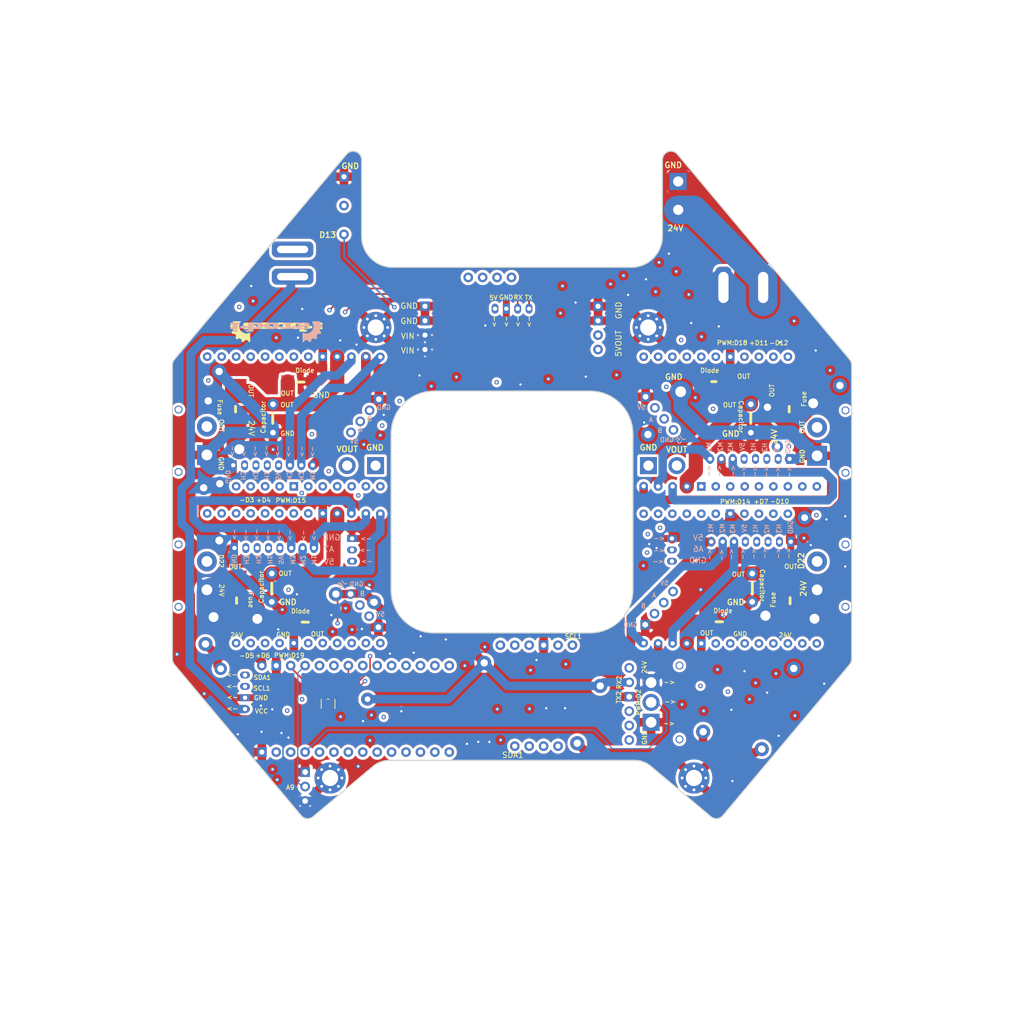
<source format=kicad_pcb>
(kicad_pcb (version 20240108) (generator "pcbnew") (generator_version "8.0")
  (layers (0 "F.Cu" signal) (1 "In1.Cu" signal) (2 "In2.Cu" signal) (31 "B.Cu" signal) (34 "B.Paste" user) (35 "F.Paste" user) (36 "B.SilkS" user "B.Silkscreen") (37 "F.SilkS" user "F.Silkscreen") (38 "B.Mask" user) (39 "F.Mask" user) (44 "Edge.Cuts" user))
  (net 0 "")
  (net 1 "RX")
  (net 2 "TX")
  (net 3 "GND")
  (net 4 "+5V")
  (net 5 "DribblerESC")
  (net 6 "A_VR")
  (net 7 "B_VR")
  (net 8 "A_VL")
  (net 9 "B_VL")
  (net 10 "B_HR")
  (net 11 "A_HL")
  (net 12 "B_HL")
  (net 13 "SDA")
  (net 14 "SCL")
  (net 15 "RX2")
  (net 16 "TX2")
  (net 17 "StartMicroSwitch")
  (net 18 "Batterystate")
  (net 19 "+24V")
  (net 20 "H3_VR")
  (net 21 "H2_VR")
  (net 22 "H1_VR")
  (net 23 "Phase3_VR")
  (net 24 "Phase2_VR")
  (net 25 "Phase1_VR")
  (net 26 "H3_VL")
  (net 27 "H2_VL")
  (net 28 "H1_VL")
  (net 29 "Phase3_VL")
  (net 30 "Phase2_VL")
  (net 31 "Phase1_Vl")
  (net 32 "H3_HR")
  (net 33 "H2_HR")
  (net 34 "H1_HR")
  (net 35 "Phase3_HR")
  (net 36 "Phase2_HR")
  (net 37 "H3_HL")
  (net 38 "H2_HL")
  (net 39 "H1_HL")
  (net 40 "Phase3_HL")
  (net 41 "Phase2_HL")
  (net 42 "Phase1_HL")
  (net 47 "CCW1")
  (net 48 "CW1")
  (net 49 "PWM1")
  (net 60 "CCW2")
  (net 61 "CW2")
  (net 62 "PWM2")
  (net 73 "CCW3")
  (net 74 "CW3")
  (net 75 "PWM3")
  (net 86 "CCW4")
  (net 87 "CW4")
  (net 88 "PWM4")
  (net 95 "IR1")
  (net 98 "Net-(D1-A1)")
  (net 99 "Net-(D2-A1)")
  (net 100 "Net-(D3-A1)")
  (net 101 "Net-(D4-A1)")
  (net 102 "VCC")
  (net 107 "A_HR")
  (net 108 "Phase1_HR")
  (net 109 "KickerPin1")
  (net 110 "KickerPin2")
  (net 111 "IR")
  (net 112 "IR2")
  (net 113 "3v")
  (net 114 "VBAT")
  (footprint "Connector_AMASS:AMASS_XT30PW-F_1x02_P2.50mm_Horizontal" (layer "F.Cu") (at 53.75 -12.4 -90)
    (property "Reference" "REF**" (hide yes))
    (property "Value" "AMASS_XT30PW-F_1x02_P2.50mm_Horizontal" (hide yes))
  )
  (footprint "FUSE:Fuse" (layer "F.Cu") (at -48.675 -18.125 -90)
    (property "Reference" "F3" (hide yes))
    (property "Value" "Fuse" (hide yes))
  )
  (footprint "Connector_AMASS:AMASS_XT30UPB-F_1x02_P5.0mm_Vertical" (layer "F.Cu") (at 29.04 -8.17 180)
    (property "Reference" "REF**" (hide yes))
    (property "Value" "AMASS_XT30UPB-F_1x02_P5.0mm_Vertical" (hide yes))
  )
  (footprint "Bohrloch:Loch" (layer "F.Cu") (at -24 -32.5)
    (property "Reference" "REF**" (hide yes))
    (property "Value" "Loch" (hide yes))
  )
  (footprint "FUSE:Fuse" (layer "F.Cu") (at 48.675 15.625 90)
    (property "Reference" "F4" (hide yes))
    (property "Value" "Fuse" (hide yes))
  )
  (footprint "Bohrloch:Loch" (layer "F.Cu") (at 32.053353 46.856451)
    (property "Reference" "REF**" (hide yes))
    (property "Value" "Loch" (hide yes))
  )
  (footprint "Connector_AMASS:AMASS_XT30PW-F_1x02_P2.50mm_Horizontal" (layer "F.Cu") (at 53.75 11.21 -90)
    (property "Reference" "REF**" (hide yes))
    (property "Value" "AMASS_XT30PW-F_1x02_P2.50mm_Horizontal" (hide yes))
  )
  (footprint "SMBJ33A:DIOM5436X244N" (layer "F.Cu") (at -39.5 -23)
    (property "Reference" "D2" (hide yes))
    (property "Value" "DIOM5436X244N" (hide yes))
  )
  (footprint "maxon:ESCON Module 242, 4-Q servo controller for DCEC motors, 26 A, 10-24 VDC" (layer "F.Cu") (at 21.694 -2.6 90)
    (property "Reference" "Maxon_motortreiber4" (hide yes))
    (property "Value" "~" (hide yes))
  )
  (footprint "Bohrloch:Loch" (layer "F.Cu") (at -32.053353 46.856451)
    (property "Reference" "REF**" (hide yes))
    (property "Value" "Loch" (hide yes))
  )
  (footprint "Connector_AMASS:AMASS_MR30PW-FB_1x03_P3.50mm_Horizontal" (layer "F.Cu") (at 24.5 33.55 -90)
    (property "Reference" "J19" (hide yes))
    (property "Value" "xt30" (hide yes))
  )
  (footprint "Kondensator36v:Kondensator36v" (layer "F.Cu") (at 42.075 -18.975 -90)
    (property "Reference" "C2" (hide yes))
    (property "Value" "C_Polarized" (hide yes))
  )
  (footprint "Kondensator36v:Kondensator36v" (layer "F.Cu") (at -42.3164 10.8403 -90)
    (property "Reference" "C4" (hide yes))
    (property "Value" "C_Polarized" (hide yes))
  )
  (footprint "maxon:ESCON Module 242, 4-Q servo controller for DCEC motors, 26 A, 10-24 VDC" (layer "F.Cu") (at -21.694 -1.65 -90)
    (property "Reference" "Maxon_motortreiber1" (hide yes))
    (property "Value" "~" (hide yes))
  )
  (footprint "FUSE:Fuse" (layer "F.Cu") (at 48.675 -18.125 90)
    (property "Reference" "F2" (hide yes))
    (property "Value" "Fuse" (hide yes))
  )
  (footprint "Kondensator36v:Kondensator36v" (layer "F.Cu") (at -42.1 -18.975 -90)
    (property "Reference" "C2" (hide yes))
    (property "Value" "C_Polarized" (hide yes))
  )
  (footprint "Connector_AMASS:AMASS_XT30UPB-M_1x02_P5.0mm_Vertical" (layer "F.Cu") (at 29.275 -58.225 -90)
    (property "Reference" "J22" (hide yes))
    (property "Value" "xt30 m" (hide yes))
  )
  (footprint "Bohrloch:Loch" (layer "F.Cu") (at 24 -32.5)
    (property "Reference" "REF**" (hide yes))
    (property "Value" "Loch" (hide yes))
  )
  (footprint "SMBJ33A:DIOM5436X244N" (layer "F.Cu") (at -34.2364 19.475 180)
    (property "Reference" "D4" (hide yes))
    (property "Value" "DIOM5436X244N" (hide yes))
  )
  (footprint "Kondensator36v:Kondensator36v" (layer "F.Cu") (at 42.3164 10.8403 -90)
    (property "Reference" "C1" (hide yes))
    (property "Value" "C_Polarized" (hide yes))
  )
  (footprint "SMBJ33A:DIOM5436X244N" (layer "F.Cu") (at 37.85 -23 180)
    (property "Reference" "D3" (hide yes))
    (property "Value" "DIOM5436X244N" (hide yes))
  )
  (footprint "schalter:RND 210-00545 Schalter 3A" (layer "F.Cu") (at -49.65 -38.65 90)
    (property "Reference" "Teensy_Schalter1" (hide yes))
    (property "Value" "Schalter" (hide yes))
  )
  (footprint "Connector_AMASS:AMASS_XT30PW-F_1x02_P2.50mm_Horizontal" (layer "F.Cu") (at -53.75 -12.55 90)
    (property "Reference" "REF**" (hide yes))
    (property "Value" "AMASS_XT30PW-F_1x02_P2.50mm_Horizontal" (hide yes))
  )
  (footprint "maxon:ESCON Module 242, 4-Q servo controller for DCEC motors, 26 A, 10-24 VDC" (layer "F.Cu") (at -21.694 -29.27 -90)
    (property "Reference" "Maxon_motortreiber3" (hide yes))
    (property "Value" "~" (hide yes))
  )
  (footprint "maxon:ESCON Module 242, 4-Q servo controller for DCEC motors, 26 A, 10-24 VDC" (layer "F.Cu") (at 21.694 25.0595 90)
    (property "Reference" "Maxon_motortreiber2" (hide yes))
    (property "Value" "~" (hide yes))
  )
  (footprint "Connector_PinHeader_2.54mm:PinHeader_1x03_P2.54mm_Vertical" (layer "F.Cu") (at -36.444 45.826)
    (property "Reference" "J10" (hide yes))
    (property "Value" "Stromsensor" (hide yes))
  )
  (footprint "FUSE:Fuse" (layer "F.Cu") (at -48.675 15.625 90)
    (property "Reference" "F5" (hide yes))
    (property "Value" "Fuse" (hide yes))
  )
  (footprint "SN74LVC1G32IDCKREP:SN74LVC1G32IDCKREP" (layer "F.Cu") (at -32.4 33.8 90)
    (property "Reference" "REF**" (hide yes))
    (property "Value" "DCK5" (hide yes))
  )
  (footprint "Connector_JST:JST_PH_S4B-PH-K_1x04_P2.00mm_Horizontal" (layer "F.Cu") (at -47.03 28.72 -90)
    (property "Reference" "J7" (hide yes))
    (property "Value" "PI" (hide yes))
  )
  (footprint "taster:taster klein 1A" (layer "F.Cu") (at -29.6 -48.9 90)
    (property "Reference" "J9" (hide yes))
    (property "Value" "Taster" (hide yes))
  )
  (footprint "Connector_AMASS:AMASS_XT30PW-F_1x02_P2.50mm_Horizontal" (layer "F.Cu") (at -53.75 11.21 90)
    (property "Reference" "REF**" (hide yes))
    (property "Value" "AMASS_XT30PW-F_1x02_P2.50mm_Horizontal" (hide yes))
  )
  (footprint "Connector_JST:JST_PH_S4B-PH-K_1x04_P2.00mm_Horizontal" (layer "F.Cu") (at -3 -35.812)
    (property "Reference" "J1" (hide yes))
    (property "Value" "Lidar" (hide yes))
  )
  (footprint "xt30:teensy,4,0" (layer "F.Cu") (at -46.04 43.57 90)
    (property "Reference" "U4" (hide yes))
    (property "Value" "DEV-15583" (hide yes))
  )
  (footprint "schalter:RND 210-00545 Schalter 3A" (layer "F.Cu") (at 44.25 -36.05 180)
    (property "Reference" "Teensy_Schalter1" (hide yes))
    (property "Value" "Schalter" (hide yes))
  )
  (footprint "Stepdown:Stepdown 5v" (layer "F.Cu") (at -20.41 -42.59)
    (property "Reference" "DCC1" (hide yes))
    (property "Value" "DCConverter-Componenten" (hide yes))
  )
  (footprint "Connector_PinHeader_2.54mm:PinHeader_1x06_P2.54mm_Vertical" (layer "F.Cu") (at 20.656 27.468)
    (property "Reference" "J8" (hide yes))
    (property "Value" "Conn_01x06_Socket" (hide yes))
  )
  (footprint "bno055:bno055" (layer "F.Cu") (at 17.63 39.98 180)
    (property "Reference" "U1" (hide yes))
    (property "Value" "BNO055" (hide yes))
  )
  (footprint "SMBJ33A:DIOM5436X244N" (layer "F.Cu") (at 34.2364 19.3226)
    (property "Reference" "D1" (hide yes))
    (property "Value" "DIOM5436X244N" (hide yes))
  )
  (footprint "Connector_AMASS:AMASS_XT30UPB-F_1x02_P5.0mm_Vertical" (layer "F.Cu") (at -29.04 -8.17)
    (property "Reference" "REF**" (hide yes))
    (property "Value" "AMASS_XT30UPB-F_1x02_P5.0mm_Vertical" (hide yes))
  )
  (footprint "pinheader:PinHeader_1x04_P2.54mm_Vertical" (layer "B.Cu") (at -23.541079 20.295512 40)
    (property "Reference" "J6")
    (property "Value" "Encoder4" (hide yes))
  )
  (footprint "pinheader:PinHeader_1x04_P2.54mm_Vertical" (layer "B.Cu") (at 23.467126 19.851787 -40)
    (property "Reference" "J3" (hide yes))
    (property "Value" "Encoder1" (hide yes))
  )
  (footprint "jstph:JSTph_motor" (layer "B.Cu") (at -33.05 -11.15 180)
    (property "Reference" "J16" (hide yes))
    (property "Value" "Motor2" (hide yes))
  )
  (footprint "jstph:JSTph_motor" (layer "B.Cu") (at 33.05 8.15)
    (property "Reference" "J15" (hide yes))
    (property "Value" "Motor1" (hide yes))
  )
  (footprint "pinheader:PinHeader_1x04_P2.54mm_Vertical" (layer "B.Cu") (at -23.467126 -19.851787 140)
    (property "Reference" "J4" (hide yes))
    (property "Value" "Encoder2" (hide yes))
  )
  (footprint "jstph:JSTphl_motor" (layer "B.Cu") (at 50.95 -11.15 180)
    (property "Reference" "J17" (hide yes))
    (property "Value" "Motor3" (hide yes))
  )
  (footprint "jstph:JSTphl_motor" (layer "B.Cu") (at -50.95 8.15)
    (property "Reference" "J18" (hide yes))
    (property "Value" "Motor4" (hide yes))
  )
  (footprint "pinheader:PinHeader_1x04_P2.54mm_Vertical" (layer "B.Cu") (at 23.541079 -20.295512 -140)
    (property "Reference" "J5")
    (property "Value" "Encoder3" (hide yes))
  )
  (footprint "Connector_JST:JST_PH_B3B-PH-K_1x03_P2.00mm_Vertical" (layer "B.Cu") (at 28.173 4.673 -90)
    (property "Reference" "J11" (hide yes))
    (property "Value" "IR2" (hide yes))
  )
  (footprint "Connector_JST:JST_PH_B3B-PH-K_1x03_P2.00mm_Vertical" (layer "B.Cu") (at -28.173 4.673 -90)
    (property "Reference" "J11" (hide yes))
    (property "Value" "IR2" (hide yes))
  )
  (gr_poly (pts (xy -46.991945 -32.341264) (xy -46.990573 -32.341358) (xy -46.989199 -32.341514) (xy -46.987827 -32.341732) (xy -46.98646 -32.342014) (xy -46.985101 -32.342358) (xy -46.983753 -32.342767) (xy -46.982419 -32.343238) (xy -46.981103 -32.343774) (xy -46.979807 -32.344374) (xy -46.978535 -32.345039) (xy -46.97729 -32.345768) (xy -46.976075 -32.346562) (xy -46.974894 -32.347421) (xy -46.973748 -32.348346) (xy -46.972642 -32.349336) (xy -46.971579 -32.350393) (xy -46.970561 -32.351515) (xy -46.969592 -32.352704) (xy -46.968676 -32.353959) (xy -46.967814 -32.355281) (xy -46.967012 -32.35667) (xy -46.96627 -32.358127) (xy -46.965593 -32.359651) (xy -46.964984 -32.361243) (xy -46.964446 -32.362903) (xy -46.963983 -32.364631) (xy -46.963596 -32.366428) (xy -46.96329 -32.368294) (xy -46.963067 -32.370229) (xy -46.962931 -32.372233) (xy -46.962885 -32.374306) (xy -46.962885 -32.756629) (xy -46.962924 -32.758211) (xy -46.963042 -32.759731) (xy -46.963239 -32.76119) (xy -46.963516 -32.76259) (xy -46.963875 -32.763931) (xy -46.964316 -32.765213) (xy -46.96484 -32.766438) (xy -46.965449 -32.767605) (xy -46.966143 -32.768717) (xy -46.966923 -32.769773) (xy -46.96779 -32.770774) (xy -46.968746 -32.771721) (xy -46.96979 -32.772615) (xy -46.970925 -32.773457) (xy -46.972151 -32.774246) (xy -46.973469 -32.774985) (xy -46.97488 -32.775673) (xy -46.976385 -32.776311) (xy -46.977985 -32.776901) (xy -46.97968 -32.777442) (xy -46.981473 -32.777936) (xy -46.983364 -32.778383) (xy -46.985353 -32.778784) (xy -46.987442 -32.77914) (xy -46.989632 -32.779451) (xy -46.991924 -32.779718) (xy -46.994318 -32.779942) (xy -46.996816 -32.780124) (xy -47.002127 -32.780363) (xy -47.007865 -32.780442) (xy -47.802938 -32.780442) (xy -47.804899 -32.780403) (xy -47.806812 -32.780287) (xy -47.808677 -32.780093) (xy -47.810493 -32.779822) (xy -47.812258 -32.779473) (xy -47.813972 -32.779047) (xy -47.815633 -32.778543) (xy -47.817242 -32.777961) (xy -47.818796 -32.777302) (xy -47.820294 -32.776566) (xy -47.821737 -32.775752) (xy -47.823122 -32.774861) (xy -47.82445 -32.773892) (xy -47.825718 -32.772845) (xy -47.826926 -32.771721) (xy -47.828073 -32.77052) (xy -47.829158 -32.769241) (xy -47.83018 -32.767884) (xy -47.831138 -32.76645) (xy -47.832031 -32.764939) (xy -47.832859 -32.76335) (xy -47.833619 -32.761683) (xy -47.834312 -32.759939) (xy -47.834936 -32.758117) (xy -47.83549 -32.756218) (xy -47.835973 -32.754242) (xy -47.836385 -32.752188) (xy -47.836724 -32.750056) (xy -47.836989 -32.747847) (xy -47.83718 -32.74556) (xy -47.837295 -32.743196) (xy -47.837333 -32.740754) (xy -47.837333 -32.365046) (xy -47.837291 -32.363814) (xy -47.837164 -32.362599) (xy -47.836953 -32.361402) (xy -47.836659 -32.360225) (xy -47.836283 -32.359069) (xy -47.835825 -32.357936) (xy -47.835286 -32.356827) (xy -47.834667 -32.355744) (xy -47.833968 -32.354688) (xy -47.833191 -32.353661) (xy -47.832336 -32.352664) (xy -47.831404 -32.351698) (xy -47.830395 -32.350765) (xy -47.82931 -32.349867) (xy -47.82815 -32.349004) (xy -47.826915 -32.348179) (xy -47.825608 -32.347392) (xy -47.824227 -32.346646) (xy -47.822774 -32.345941) (xy -47.821249 -32.34528) (xy -47.819654 -32.344663) (xy -47.817989 -32.344092) (xy -47.816254 -32.343568) (xy -47.814451 -32.343094) (xy -47.81258 -32.34267) (xy -47.810642 -32.342297) (xy -47.808638 -32.341978) (xy -47.806568 -32.341714) (xy -47.804433 -32.341506) (xy -47.802234 -32.341355) (xy -47.799971 -32.341264) (xy -47.797646 -32.341233) (xy -46.993313 -32.341233)) (stroke (width -0.000001)) (fill solid) (layer "B.SilkS"))
  (gr_poly (pts (xy -48.429584 -31.752645) (xy -48.42537 -31.75298) (xy -48.421342 -31.753547) (xy -48.417515 -31.754355) (xy -48.413905 -31.75541) (xy -48.412187 -31.756033) (xy -48.410528 -31.756721) (xy -48.408932 -31.757475) (xy -48.407399 -31.758296) (xy -48.405933 -31.759185) (xy -48.404534 -31.760142) (xy -48.403205 -31.76117) (xy -48.401947 -31.762268) (xy -48.400764 -31.763437) (xy -48.399655 -31.764679) (xy -48.398625 -31.765995) (xy -48.397674 -31.767386) (xy -48.396804 -31.768852) (xy -48.396017 -31.770395) (xy -48.395316 -31.772015) (xy -48.394702 -31.773714) (xy -48.394177 -31.775492) (xy -48.393744 -31.777351) (xy -48.393403 -31.779291) (xy -48.393157 -31.781313) (xy -48.393008 -31.783418) (xy -48.392958 -31.785608) (xy -48.392958 -32.084588) (xy -48.393067 -32.08708) (xy -48.393397 -32.08958) (xy -48.393647 -32.090825) (xy -48.393952 -32.092064) (xy -48.394315 -32.093293) (xy -48.394736 -32.09451) (xy -48.395215 -32.095711) (xy -48.395752 -32.096893) (xy -48.396348 -32.098055) (xy -48.397004 -32.099192) (xy -48.397721 -32.100302) (xy -48.398497 -32.101381) (xy -48.399335 -32.102428) (xy -48.400234 -32.103439) (xy -48.401196 -32.104412) (xy -48.402219 -32.105342) (xy -48.403306 -32.106228) (xy -48.404456 -32.107067) (xy -48.40567 -32.107855) (xy -48.406949 -32.10859) (xy -48.408292 -32.109269) (xy -48.409701 -32.109889) (xy -48.411176 -32.110446) (xy -48.412717 -32.110939) (xy -48.414325 -32.111364) (xy -48.416001 -32.111718) (xy -48.417744 -32.111998) (xy -48.419555 -32.112202) (xy -48.421436 -32.112327) (xy -48.423385 -32.112369) (xy -49.117917 -32.112369) (xy -49.121063 -32.112336) (xy -49.124048 -32.112227) (xy -49.126867 -32.112029) (xy -49.129513 -32.111728) (xy -49.131981 -32.111311) (xy -49.134264 -32.110765) (xy -49.136358 -32.110074) (xy -49.137332 -32.109671) (xy -49.138256 -32.109227) (xy -49.13913 -32.10874) (xy -49.139953 -32.108209) (xy -49.140724 -32.107632) (xy -49.141442 -32.107008) (xy -49.142107 -32.106333) (xy -49.142718 -32.105608) (xy -49.143275 -32.10483) (xy -49.143775 -32.103997) (xy -49.14422 -32.103109) (xy -49.144608 -32.102162) (xy -49.144938 -32.101156) (xy -49.145209 -32.100088) (xy -49.145422 -32.098958) (xy -49.145575 -32.097762) (xy -49.145667 -32.096501) (xy -49.145698 -32.095171) (xy -49.145698 -31.77238) (xy -49.145667 -31.771508) (xy -49.145574 -31.770631) (xy -49.14542 -31.76975) (xy -49.145204 -31.768868) (xy -49.144928 -31.767987) (xy -49.14459 -31.76711) (xy -49.144192 -31.766237) (xy -49.143734 -31.765372) (xy -49.143216 -31.764517) (xy -49.142638 -31.763674) (xy -49.142 -31.762844) (xy -49.141303 -31.762031) (xy -49.140547 -31.761237) (xy -49.139731 -31.760463) (xy -49.138858 -31.759711) (xy -49.137926 -31.758985) (xy -49.136935 -31.758286) (xy -49.135887 -31.757616) (xy -49.134782 -31.756977) (xy -49.133618 -31.756373) (xy -49.132398 -31.755804) (xy -49.131121 -31.755273) (xy -49.129787 -31.754782) (xy -49.128397 -31.754334) (xy -49.12695 -31.75393) (xy -49.125447 -31.753573) (xy -49.123889 -31.753265) (xy -49.122275 -31.753009) (xy -49.120607 -31.752805) (xy -49.118883 -31.752657) (xy -49.117104 -31.752566) (xy -49.115271 -31.752536) (xy -48.433969 -31.752536)) (stroke (width -0.000001)) (fill solid) (layer "B.SilkS"))
  (gr_poly (pts (xy -36.699408 -29.913351) (xy -36.694766 -29.913584) (xy -36.690292 -29.914038) (xy -36.685979 -29.914717) (xy -36.681823 -29.915624) (xy -36.677815 -29.916764) (xy -36.67395 -29.918141) (xy -36.670222 -29.919758) (xy -36.666624 -29.921619) (xy -36.663151 -29.923728) (xy -36.659795 -29.926089) (xy -36.65655 -29.928706) (xy -36.653411 -29.931582) (xy -36.65037 -29.934722) (xy -36.647422 -29.938129) (xy -36.64456 -29.941808) (xy -36.641778 -29.945762) (xy -36.63907 -29.949995) (xy -36.636429 -29.954511) (xy -36.631325 -29.964407) (xy -36.626413 -29.975481) (xy -36.621646 -29.987765) (xy -36.617055 -30.000059) (xy -36.612207 -30.01214) (xy -36.607091 -30.024012) (xy -36.601699 -30.035679) (xy -36.596019 -30.047144) (xy -36.590043 -30.058411) (xy -36.583761 -30.069485) (xy -36.577163 -30.080369) (xy -36.570239 -30.091066) (xy -36.56298 -30.101582) (xy -36.555376 -30.111919) (xy -36.547418 -30.122082) (xy -36.539095 -30.132074) (xy -36.530398 -30.1419) (xy -36.521318 -30.151563) (xy -36.511844 -30.161067) (xy -36.493753 -30.177925) (xy -36.475202 -30.193302) (xy -36.456199 -30.207238) (xy -36.436747 -30.219771) (xy -36.416854 -30.23094) (xy -36.396525 -30.240783) (xy -36.375766 -30.249339) (xy -36.354582 -30.256647) (xy -36.332979 -30.262746) (xy -36.310964 -30.267675) (xy -36.288542 -30.271472) (xy -36.265719 -30.274176) (xy -36.2425 -30.275826) (xy -36.218892 -30.27646) (xy -36.1949 -30.276118) (xy -36.17053 -30.274837) (xy -36.153991 -30.273377) (xy -36.137618 -30.271466) (xy -36.121423 -30.269085) (xy -36.105418 -30.266218) (xy -36.089615 -30.262847) (xy -36.074024 -30.258955) (xy -36.058659 -30.254524) (xy -36.04353 -30.249537) (xy -36.028649 -30.243976) (xy -36.014028 -30.237824) (xy -35.999678 -30.231064) (xy -35.985611 -30.223678) (xy -35.971838 -30.215648) (xy -35.958372 -30.206958) (xy -35.945224 -30.197589) (xy -35.932405 -30.187525) (xy -35.925566 -30.181668) (xy -35.918933 -30.175523) (xy -35.912493 -30.16911) (xy -35.906236 -30.162452) (xy -35.900149 -30.155568) (xy -35.894221 -30.148481) (xy -35.88844 -30.141212) (xy -35.882795 -30.133782) (xy -35.877275 -30.126212) (xy -35.871866 -30.118524) (xy -35.86134 -30.102879) (xy -35.851123 -30.087017) (xy -35.841124 -30.071108) (xy -35.837756 -30.065343) (xy -35.834587 -30.059463) (xy -35.831595 -30.053479) (xy -35.828763 -30.047399) (xy -35.82607 -30.041235) (xy -35.823497 -30.034994) (xy -35.818635 -30.022326) (xy -35.809499 -29.996508) (xy -35.804915 -29.983514) (xy -35.800114 -29.970567) (xy -35.796604 -29.962067) (xy -35.794812 -29.958136) (xy -35.79299 -29.954413) (xy -35.791133 -29.950895) (xy -35.789234 -29.94758) (xy -35.787289 -29.944464) (xy -35.785293 -29.941545) (xy -35.783241 -29.93882) (xy -35.781128 -29.936286) (xy -35.778948 -29.93394) (xy -35.776697 -29.931778) (xy -35.774369 -29.929799) (xy -35.771959 -29.928) (xy -35.769463 -29.926376) (xy -35.766875 -29.924926) (xy -35.764191 -29.923647) (xy -35.761404 -29.922535) (xy -35.75851 -29.921588) (xy -35.755504 -29.920802) (xy -35.752381 -29.920176) (xy -35.749135 -29.919706) (xy -35.745762 -29.919388) (xy -35.742256 -29.919221) (xy -35.738613 -29.919201) (xy -35.734827 -29.919326) (xy -35.730894 -29.919592) (xy -35.726807 -29.919996) (xy -35.718156 -29.921209) (xy -35.708832 -29.922942) (xy -35.685019 -29.92768) (xy -35.661207 -29.932078) (xy -35.613582 -29.94047) (xy -35.58977 -29.944775) (xy -35.565957 -29.949359) (xy -35.542144 -29.954376) (xy -35.518332 -29.959983) (xy -35.499508 -29.964749) (xy -35.482218 -29.969706) (xy -35.466442 -29.974985) (xy -35.452165 -29.980716) (xy -35.445583 -29.983791) (xy -35.439368 -29.987028) (xy -35.43352 -29.990443) (xy -35.428035 -29.994051) (xy -35.422911 -29.99787) (xy -35.418147 -30.001915) (xy -35.413739 -30.006203) (xy -35.409687 -30.01075) (xy -35.405987 -30.015573) (xy -35.402638 -30.020686) (xy -35.399637 -30.026107) (xy -35.396982 -30.031852) (xy -35.394672 -30.037938) (xy -35.392703 -30.044379) (xy -35.391073 -30.051193) (xy -35.389782 -30.058396) (xy -35.388825 -30.066004) (xy -35.388201 -30.074033) (xy -35.387909 -30.0825) (xy -35.387945 -30.09142) (xy -35.388307 -30.10081) (xy -35.388994 -30.110686) (xy -35.391333 -30.131963) (xy -35.393434 -30.152058) (xy -35.394314 -30.171676) (xy -35.394024 -30.190837) (xy -35.392614 -30.20956) (xy -35.390134 -30.227864) (xy -35.386635 -30.24577) (xy -35.382167 -30.263295) (xy -35.37678 -30.28046) (xy -35.370525 -30.297284) (xy -35.363452 -30.313786) (xy -35.355613 -30.329986) (xy -35.347055 -30.345903) (xy -35.337832 -30.361556) (xy -35.327992 -30.376966) (xy -35.317586 -30.39215) (xy -35.306665 -30.407129) (xy -35.295504 -30.421194) (xy -35.283858 -30.434626) (xy -35.271734 -30.447447) (xy -35.259143 -30.459674) (xy -35.246095 -30.471328) (xy -35.2326 -30.482427) (xy -35.218666 -30.492992) (xy -35.204304 -30.503041) (xy -35.189524 -30.512594) (xy -35.174335 -30.52167) (xy -35.158746 -30.530289) (xy -35.142768 -30.53847) (xy -35.12641 -30.546233) (xy -35.109683 -30.553596) (xy -35.092594 -30.560579) (xy -35.075155 -30.567202) (xy -35.057621 -30.573099) (xy -35.040235 -30.577917) (xy -35.022993 -30.581693) (xy -35.005888 -30.584462) (xy -34.988916 -30.586263) (xy -34.972069 -30.587131) (xy -34.955342 -30.587104) (xy -34.93873 -30.586219) (xy -34.922226 -30.584512) (xy -34.905825 -30.58202) (xy -34.88952 -30.578781) (xy -34.873307 -30.57483) (xy -34.857179 -30.570204) (xy -34.84113 -30.564941) (xy -34.825155 -30.559078) (xy -34.809248 -30.55265) (xy -34.799884 -30.548206) (xy -34.790645 -30.543328) (xy -34.781529 -30.538046) (xy -34.772538 -30.532393) (xy -34.76367 -30.526398) (xy -34.754927 -30.520094) (xy -34.746307 -30.51351) (xy -34.737812 -30.506679) (xy -34.72944 -30.49963) (xy -34.721193 -30.492395) (xy -34.70507 -30.477492) (xy -34.689443 -30.462216) (xy -34.674312 -30.446817) (xy -34.663941 -30.436803) (xy -34.654101 -30.428094) (xy -34.649352 -30.424231) (xy -34.644703 -30.420696) (xy -34.640141 -30.41749) (xy -34.635657 -30.414612) (xy -34.631239 -30.412064) (xy -34.626876 -30.409845) (xy -34.622556 -30.407958) (xy -34.618268 -30.406401) (xy -34.614002 -30.405175) (xy -34.609746 -30.404281) (xy -34.605489 -30.40372) (xy -34.60122 -30.403491) (xy -34.596928 -30.403596) (xy -34.592601 -30.404034) (xy -34.588229 -30.404807) (xy -34.5838 -30.405915) (xy -34.579304 -30.407358) (xy -34.574728 -30.409136) (xy -34.570062 -30.411251) (xy -34.565295 -30.413702) (xy -34.560416 -30.416491) (xy -34.555413 -30.419618) (xy -34.550275 -30.423082) (xy -34.544992 -30.426885) (xy -34.533943 -30.435509) (xy -34.522177 -30.445494) (xy -34.503093 -30.462183) (xy -34.483605 -30.478546) (xy -34.463808 -30.49463) (xy -34.443794 -30.510482) (xy -34.363426 -30.572494) (xy -34.358105 -30.57673) (xy -34.353056 -30.581005) (xy -34.348281 -30.585319) (xy -34.343781 -30.589671) (xy -34.339558 -30.594062) (xy -34.335611 -30.598492) (xy -34.331943 -30.602961) (xy -34.328555 -30.607468) (xy -34.325448 -30.612015) (xy -34.322623 -30.6166) (xy -34.320081 -30.621223) (xy -34.317825 -30.625886) (xy -34.315853 -30.630587) (xy -34.314169 -30.635327) (xy -34.312774 -30.640106) (xy -34.311667 -30.644924) (xy -34.310852 -30.64978) (xy -34.310328 -30.654675) (xy -34.310097 -30.659609) (xy -34.310161 -30.664581) (xy -34.31052 -30.669593) (xy -34.311176 -30.674643) (xy -34.31213 -30.679731) (xy -34.313383 -30.684859) (xy -34.314937 -30.690025) (xy -34.316792 -30.69523) (xy -34.318949 -30.700474) (xy -34.321411 -30.705757) (xy -34.324178 -30.711078) (xy -34.327252 -30.716438) (xy -34.330633 -30.721837) (xy -34.334323 -30.727275) (xy -34.344346 -30.742265) (xy -34.353582 -30.757693) (xy -34.362033 -30.773525) (xy -34.369703 -30.789729) (xy -34.376595 -30.806268) (xy -34.382712 -30.823109) (xy -34.388058 -30.840219) (xy -34.392635 -30.857562) (xy -34.399495 -30.892812) (xy -34.403319 -30.928588) (xy -34.404131 -30.964616) (xy -34.401957 -31.000623) (xy -34.396822 -31.036335) (xy -34.388751 -31.071479) (xy -34.37777 -31.105782) (xy -34.363903 -31.138971) (xy -34.355895 -31.155062) (xy -34.347175 -31.170772) (xy -34.337747 -31.186067) (xy -34.327613 -31.200913) (xy -34.316777 -31.215275) (xy -34.305241 -31.229119) (xy -34.293009 -31.242412) (xy -34.280084 -31.255119) (xy -34.257383 -31.275378) (xy -34.23441 -31.293979) (xy -34.211137 -31.310906) (xy -34.187542 -31.326143) (xy -34.163597 -31.339674) (xy -34.139278 -31.351485) (xy -34.11456 -31.361559) (xy -34.089418 -31.369882) (xy -34.063826 -31.376437) (xy -34.03776 -31.381209) (xy -34.011193 -31.384183) (xy -33.984102 -31.385343) (xy -33.95646 -31.384674) (xy -33.928242 -31.38216) (xy -33.899424 -31.377786) (xy -33.86998 -31.371535) (xy -33.861988 -31.369484) (xy -33.853918 -31.367277) (xy -33.845818 -31.364885) (xy -33.837733 -31.362275) (xy -33.82971 -31.359417) (xy -33.821796 -31.356281) (xy -33.817894 -31.354598) (xy -33.814036 -31.352834) (xy -33.810229 -31.350984) (xy -33.806479 -31.349046) (xy -33.803165 -31.347289) (xy -33.79992 -31.345738) (xy -33.796745 -31.344388) (xy -33.793637 -31.343235) (xy -33.790598 -31.342274) (xy -33.787626 -31.341503) (xy -33.78472 -31.340916) (xy -33.781881 -31.340509) (xy -33.779108 -31.340279) (xy -33.7764 -31.34022) (xy -33.773757 -31.34033) (xy -33.771179 -31.340604) (xy -33.768665 -31.341038) (xy -33.766214 -31.341628) (xy -33.763826 -31.342369) (xy -33.7615 -31.343258) (xy -33.759237 -31.34429) (xy -33.757035 -31.345462) (xy -33.754894 -31.346768) (xy -33.752813 -31.348206) (xy -33.750793 -31.349771) (xy -33.748832 -31.351458) (xy -33.746931 -31.353264) (xy -33.745088 -31.355185) (xy -33.741575 -31.359354) (xy -33.738292 -31.363931) (xy -33.735233 -31.368885) (xy -33.732396 -31.374181) (xy -33.696967 -31.442477) (xy -33.662281 -31.510772) (xy -33.628588 -31.579564) (xy -33.612191 -31.614301) (xy -33.596135 -31.649348) (xy -33.595584 -31.650761) (xy -33.595167 -31.652269) (xy -33.59488 -31.653866) (xy -33.594719 -31.655544) (xy -33.594677 -31.657298) (xy -33.594751 -31.65912) (xy -33.594935 -31.661006) (xy -33.595225 -31.662949) (xy -33.596102 -31.666979) (xy -33.597344 -31.67116) (xy -33.598911 -31.675442) (xy -33.600765 -31.679775) (xy -33.602867 -31.684107) (xy -33.605178 -31.688389) (xy -33.60766 -31.692571) (xy -33.610274 -31.696601) (xy -33.61298 -31.700429) (xy -33.615741 -31.704006) (xy -33.618517 -31.70728) (xy -33.621271 -31.710202) (xy -33.737687 -31.817358) (xy -33.757378 -31.838909) (xy -33.775283 -31.860901) (xy -33.791412 -31.883343) (xy -33.805777 -31.906242) (xy -33.818391 -31.929606) (xy -33.829264 -31.953443) (xy -33.838409 -31.977761) (xy -33.845837 -32.002567) (xy -33.851559 -32.027869) (xy -33.855588 -32.053675) (xy -33.857935 -32.079992) (xy -33.858611 -32.106829) (xy -33.857628 -32.134193) (xy -33.854998 -32.162092) (xy -33.850733 -32.190533) (xy -33.844844 -32.219525) (xy -33.841095 -32.234967) (xy -33.836805 -32.250042) (xy -33.831993 -32.264758) (xy -33.826674 -32.279118) (xy -33.820868 -32.29313) (xy -33.81459 -32.306799) (xy -33.807859 -32.32013) (xy -33.800692 -32.33313) (xy -33.793106 -32.345805) (xy -33.785119 -32.35816) (xy -33.776749 -32.370201) (xy -33.768012 -32.381934) (xy -33.758926 -32.393364) (xy -33.74951 -32.404498) (xy -33.739779 -32.415342) (xy -33.729751 -32.4259) (xy -33.717322 -32.437933) (xy -33.70436 -32.449237) (xy -33.69089 -32.459828) (xy -33.676937 -32.469722) (xy -33.662528 -32.478933) (xy -33.647686 -32.487478) (xy -33.632437 -32.495371) (xy -33.616807 -32.502629) (xy -33.600819 -32.509267) (xy -33.584501 -32.5153) (xy -33.567876 -32.520744) (xy -33.550971 -32.525615) (xy -33.533809 -32.529927) (xy -33.516417 -32.533697) (xy -33.49882 -32.53694) (xy -33.481042 -32.539671) (xy -33.475936 -32.540231) (xy -33.470578 -32.540493) (xy -33.459338 -32.540539) (xy -33.447788 -32.540648) (xy -33.442042 -32.540987) (xy -33.436393 -32.541655) (xy -33.430899 -32.542758) (xy -33.428229 -32.543505) (xy -33.425619 -32.544399) (xy -33.423077 -32.545455) (xy -33.420609 -32.546684) (xy -33.418225 -32.5481) (xy -33.41593 -32.549717) (xy -33.413731 -32.551546) (xy -33.411637 -32.553602) (xy -33.409655 -32.555897) (xy -33.407791 -32.558445) (xy -33.406053 -32.561258) (xy -33.404448 -32.56435) (xy -33.402984 -32.567733) (xy -33.401668 -32.571421) (xy -33.400355 -32.575142) (xy -33.398916 -32.578865) (xy -33.395776 -32.586324) (xy -33.392482 -32.593815) (xy -33.389265 -32.601352) (xy -33.387758 -32.605143) (xy -33.386358 -32.608951) (xy -33.385094 -32.612779) (xy -33.383994 -32.616627) (xy -33.383088 -32.6205) (xy -33.382405 -32.624397) (xy -33.381974 -32.628322) (xy -33.381823 -32.632275) (xy -33.381286 -32.696974) (xy -33.381493 -32.761921) (xy -33.383146 -32.891567) (xy -33.383277 -32.898822) (xy -33.383697 -32.905708) (xy -33.384446 -32.912225) (xy -33.385565 -32.918376) (xy -33.386276 -32.921315) (xy -33.387095 -32.924163) (xy -33.388027 -32.926921) (xy -33.389076 -32.929588) (xy -33.390249 -32.932165) (xy -33.39155 -32.934652) (xy -33.392984 -32.937049) (xy -33.394557 -32.939357) (xy -33.396272 -32.941576) (xy -33.398137 -32.943706) (xy -33.400155 -32.945747) (xy -33.402331 -32.9477) (xy -33.404672 -32.949565) (xy -33.407181 -32.951342) (xy -33.409864 -32.953031) (xy -33.412726 -32.954632) (xy -33.415772 -32.956147) (xy -33.419007 -32.957574) (xy -33.422437 -32.958915) (xy -33.426066 -32.96017) (xy -33.429899 -32.961338) (xy -33.433942 -32.96242) (xy -33.4382 -32.963416) (xy -33.442677 -32.964327) (xy -33.501567 -32.975758) (xy -33.531113 -32.981698) (xy -33.560582 -32.988305) (xy -33.589864 -32.995966) (xy -33.604401 -33.000313) (xy -33.618852 -33.005069) (xy -33.633201 -33.010282) (xy -33.647436 -33.016001) (xy -33.661544 -33.022274) (xy -33.675509 -33.02915) (xy -33.689455 -33.036633) (xy -33.702555 -33.044676) (xy -33.714859 -33.05325) (xy -33.726422 -33.062326) (xy -33.737294 -33.071875) (xy -33.747529 -33.081868) (xy -33.757178 -33.092275) (xy -33.766295 -33.103068) (xy -33.774931 -33.114217) (xy -33.783139 -33.125694) (xy -33.790971 -33.13747) (xy -33.798479 -33.149515) (xy -33.805716 -33.1618) (xy -33.812734 -33.174296) (xy -33.826323 -33.199806) (xy -33.829676 -33.206811) (xy -33.832806 -33.213927) (xy -33.835738 -33.221139) (xy -33.838498 -33.228435) (xy -33.843601 -33.243222) (xy -33.848316 -33.25818) (xy -33.85739 -33.288173) (xy -33.862152 -33.302991) (xy -33.867332 -33.317545) (xy -33.872415 -33.331871) (xy -33.876301 -33.346081) (xy -33.879068 -33.360182) (xy -33.88079 -33.374183) (xy -33.881543 -33.38809) (xy -33.881402 -33.401913) (xy -33.880444 -33.415657) (xy -33.878743 -33.429332) (xy -33.876376 -33.442945) (xy -33.873418 -33.456504) (xy -33.869944 -33.470016) (xy -33.866031 -33.483489) (xy -33.857186 -33.510351) (xy -33.84749 -33.53715) (xy -33.845066 -33.543664) (xy -33.842735 -33.550317) (xy -33.840467 -33.557125) (xy -33.838229 -33.564104) (xy -33.828969 -33.594035) (xy -35.252426 -33.594035) (xy -35.253855 -33.590741) (xy -35.255176 -33.587772) (xy -35.257554 -33.582625) (xy -35.259684 -33.578222) (xy -35.26169 -33.574192) (xy -35.220182 -33.503581) (xy -35.209534 -33.48589) (xy -35.198623 -33.468338) (xy -35.18737 -33.451003) (xy -35.175699 -33.433962) (xy -35.162755 -33.415747) (xy -35.15022 -33.397314) (xy -35.138099 -33.378664) (xy -35.126399 -33.359797) (xy -35.115126 -33.340713) (xy -35.104284 -33.321411) (xy -35.093881 -33.301893) (xy -35.083921 -33.282158) (xy -35.074411 -33.262206) (xy -35.065357 -33.242036) (xy -35.056763 -33.22165) (xy -35.048637 -33.201047) (xy -35.040983 -33.180226) (xy -35.033808 -33.159189) (xy -35.027118 -33.137934) (xy -35.020918 -33.116462) (xy -35.010735 -33.077488) (xy -35.001524 -33.038454) (xy -34.993298 -32.999362) (xy -34.986068 -32.960214) (xy -34.979845 -32.921011) (xy -34.974642 -32.881756) (xy -34.97047 -32.84245) (xy -34.96734 -32.803097) (xy -34.965265 -32.763696) (xy -34.964255 -32.724251) (xy -34.964323 -32.684764) (xy -34.96548 -32.645235) (xy -34.967738 -32.605668) (xy -34.971108 -32.566065) (xy -34.975602 -32.526426) (xy -34.981231 -32.486754) (xy -34.986125 -32.458863) (xy -34.991854 -32.431241) (xy -34.998385 -32.403878) (xy -35.005685 -32.376766) (xy -35.013721 -32.349894) (xy -35.022462 -32.323253) (xy -35.031872 -32.296832) (xy -35.04192 -32.270623) (xy -35.052573 -32.244615) (xy -35.063797 -32.218799) (xy -35.087829 -32.167704) (xy -35.113753 -32.11726) (xy -35.141304 -32.06739) (xy -35.150925 -32.050936) (xy -35.160915 -32.034797) (xy -35.171238 -32.018945) (xy -35.18186 -32.003352) (xy -35.203858 -31.972837) (xy -35.226632 -31.943035) (xy -35.319897 -31.826619) (xy -35.32885 -31.815916) (xy -35.338315 -31.805612) (xy -35.348245 -31.795673) (xy -35.358593 -31.786063) (xy -35.369313 -31.776748) (xy -35.380359 -31.767692) (xy -35.391684 -31.758861) (xy -35.403241 -31.75022) (xy -35.498491 -31.683744) (xy -35.515536 -31.671964) (xy -35.532907 -31.660448) (xy -35.550558 -31.649211) (xy -35.56844 -31.638269) (xy -35.586509 -31.627636) (xy -35.604717 -31.617329) (xy -35.623018 -31.607363) (xy -35.641366 -31.597754) (xy -35.70373 -31.56617) (xy -35.73492 -31.550687) (xy -35.766218 -31.535577) (xy -35.797701 -31.520963) (xy -35.829449 -31.506969) (xy -35.861537 -31.493719) (xy -35.894044 -31.481337) (xy -35.932597 -31.468155) (xy -35.952119 -31.462124) (xy -35.971785 -31.456491) (xy -35.991584 -31.451278) (xy -36.011501 -31.446502) (xy -36.031523 -31.442184) (xy -36.051635 -31.438343) (xy -36.071826 -31.434997) (xy -36.09208 -31.432167) (xy -36.112385 -31.429872) (xy -36.132726 -31.428131) (xy -36.153091 -31.426964) (xy -36.173465 -31.42639) (xy -36.193836 -31.426428) (xy -36.214189 -31.427098) (xy -36.250954 -31.429354) (xy -36.287797 -31.432989) (xy -36.324671 -31.437772) (xy -36.361529 -31.443469) (xy -36.398325 -31.449848) (xy -36.435013 -31.456677) (xy -36.507876 -31.470754) (xy -36.534167 -31.476129) (xy -36.560441 -31.482247) (xy -36.586685 -31.488986) (xy -36.612882 -31.49622) (xy -36.665075 -31.511682) (xy -36.716896 -31.52764) (xy -36.721579 -31.529277) (xy -36.726208 -31.53119) (xy -36.730791 -31.533343) (xy -36.735334 -31.535701) (xy -36.739847 -31.53823) (xy -36.744336 -31.540895) (xy -36.753277 -31.546491) (xy -36.762217 -31.552212) (xy -36.771219 -31.557777) (xy -36.775763 -31.560415) (xy -36.780345 -31.562909) (xy -36.784974 -31.565224) (xy -36.789657 -31.567327) (xy -36.794883 -31.569237) (xy -36.800145 -31.571009) (xy -36.810803 -31.57421) (xy -36.821678 -31.577071) (xy -36.832817 -31.579729) (xy -36.856071 -31.585) (xy -36.86828 -31.587892) (xy -36.880938 -31.59114) (xy -36.886416 -31.532642) (xy -36.892018 -31.477369) (xy -36.894439 -31.450554) (xy -36.89638 -31.42408) (xy -36.897669 -31.397792) (xy -36.898137 -31.371535) (xy -36.899458 -30.028775) (xy -36.899215 -30.013896) (xy -36.89844 -30.000464) (xy -36.897069 -29.988408) (xy -36.896139 -29.982874) (xy -36.895035 -29.977657) (xy -36.893749 -29.972748) (xy -36.892272 -29.968138) (xy -36.890597 -29.963818) (xy -36.888715 -29.959779) (xy -36.886618 -29.956013) (xy -36.884297 -29.95251) (xy -36.881745 -29.949261) (xy -36.878953 -29.946258) (xy -36.875913 -29.943491) (xy -36.872617 -29.940952) (xy -36.869056 -29.938631) (xy -36.865223 -29.93652) (xy -36.861108 -29.934609) (xy -36.856705 -29.93289) (xy -36.852004 -29.931353) (xy -36.846997 -29.92999) (xy -36.841676 -29.928792) (xy -36.836033 -29.92775) (xy -36.823747 -29.926097) (xy -36.810074 -29.924959) (xy -36.794948 -29.924265) (xy -36.788444 -29.9242) (xy -36.781863 -29.923996) (xy -36.775251 -29.923637) (xy -36.768654 -29.923107) (xy -36.76212 -29.922391) (xy -36.755694 -29.921474) (xy -36.749424 -29.92034) (xy -36.743355 -29.918973) (xy -36.731145 -29.916374) (xy -36.719785 -29.914549) (xy -36.709222 -29.913531) (xy -36.704225 -29.913334)) (stroke (width -0.000001)) (fill solid) (layer "B.SilkS"))
  (gr_poly (pts (xy -38.207556 -32.257927) (xy -38.204774 -32.258068) (xy -38.202132 -32.258352) (xy -38.200866 -32.25856) (xy -38.199637 -32.25882) (xy -38.198448 -32.259136) (xy -38.197298 -32.259513) (xy -38.196188 -32.259956) (xy -38.195121 -32.260471) (xy -38.194096 -32.261062) (xy -38.193114 -32.261735) (xy -38.192177 -32.262495) (xy -38.191286 -32.263347) (xy -38.190441 -32.264295) (xy -38.189644 -32.265346) (xy -38.188895 -32.266503) (xy -38.188196 -32.267773) (xy -38.187547 -32.26916) (xy -38.186949 -32.270669) (xy -38.186404 -32.272306) (xy -38.185912 -32.274075) (xy -38.185474 -32.275981) (xy -38.185091 -32.278031) (xy -38.184765 -32.280228) (xy -38.184496 -32.282578) (xy -38.184285 -32.285086) (xy -38.184133 -32.287757) (xy -38.184041 -32.290596) (xy -38.18401 -32.293608) (xy -38.18401 -32.718265) (xy -38.184058 -32.720276) (xy -38.184209 -32.722326) (xy -38.184472 -32.724392) (xy -38.184858 -32.72645) (xy -38.185375 -32.728477) (xy -38.186033 -32.73045) (xy -38.186843 -32.732345) (xy -38.187308 -32.733256) (xy -38.187814 -32.73414) (xy -38.188362 -32.734992) (xy -38.188955 -32.73581) (xy -38.189592 -32.736591) (xy -38.190276 -32.737333) (xy -38.191007 -32.738032) (xy -38.191787 -32.738686) (xy -38.192617 -32.739291) (xy -38.193498 -32.739845) (xy -38.194431 -32.740344) (xy -38.195418 -32.740786) (xy -38.19646 -32.741169) (xy -38.197557 -32.741488) (xy -38.198712 -32.741741) (xy -38.199925 -32.741926) (xy -38.201198 -32.742039) (xy -38.202531 -32.742077) (xy -38.684073 -32.742077) (xy -38.687414 -32.742041) (xy -38.688977 -32.741955) (xy -38.690461 -32.741788) (xy -38.691171 -32.741665) (xy -38.691859 -32.741512) (xy -38.692524 -32.741325) (xy -38.693166 -32.7411) (xy -38.693784 -32.740835) (xy -38.694376 -32.740526) (xy -38.694943 -32.740169) (xy -38.695484 -32.739762) (xy -38.695997 -32.7393) (xy -38.696483 -32.738781) (xy -38.69694 -32.7382) (xy -38.697367 -32.737555) (xy -38.697765 -32.736843) (xy -38.698132 -32.736059) (xy -38.698467 -32.7352) (xy -38.69877 -32.734264) (xy -38.699041 -32.733246) (xy -38.699277 -32.732143) (xy -38.699479 -32.730952) (xy -38.699646 -32.72967) (xy -38.699777 -32.728292) (xy -38.699872 -32.726816) (xy -38.699929 -32.725239) (xy -38.699949 -32.723556) (xy -38.699949 -32.527765) (xy -39.128574 -32.527765) (xy -39.128574 -33.103233) (xy -38.75948 -33.103233) (xy -38.75948 -33.104556) (xy -38.754715 -33.104629) (xy -38.752492 -33.104731) (xy -38.750385 -33.104887) (xy -38.748402 -33.105105) (xy -38.74655 -33.105394) (xy -38.744839 -33.105759) (xy -38.743274 -33.10621) (xy -38.741865 -33.106754) (xy -38.740618 -33.107399) (xy -38.740058 -33.107761) (xy -38.739542 -33.108152) (xy -38.73907 -33.108572) (xy -38.738644 -33.109021) (xy -38.738264 -33.109502) (xy -38.737932 -33.110015) (xy -38.737648 -33.11056) (xy -38.737414 -33.11114) (xy -38.73723 -33.111755) (xy -38.737097 -33.112405) (xy -38.737017 -33.113092) (xy -38.73699 -33.113817) (xy -38.73699 -33.370463) (xy -38.737017 -33.371187) (xy -38.737097 -33.371875) (xy -38.73723 -33.372525) (xy -38.737414 -33.373139) (xy -38.737648 -33.373719) (xy -38.737932 -33.374265) (xy -38.738264 -33.374777) (xy -38.738644 -33.375258) (xy -38.73907 -33.375708) (xy -38.739542 -33.376128) (xy -38.740058 -33.376518) (xy -38.740618 -33.376881) (xy -38.74122 -33.377216) (xy -38.741865 -33.377526) (xy -38.742549 -33.37781) (xy -38.743274 -33.378069) (xy -38.744037 -33.378306) (xy -38.744839 -33.37852) (xy -38.745677 -33.378713) (xy -38.74655 -33.378886) (xy -38.747459 -33.379039) (xy -38.748402 -33.379174) (xy -38.749377 -33.379291) (xy -38.750385 -33.379392) (xy -38.752492 -33.379549) (xy -38.754715 -33.379651) (xy -38.757047 -33.379706) (xy -38.75948 -33.379723) (xy -40.255698 -33.379723) (xy -40.256326 -33.379704) (xy -40.256967 -33.379645) (xy -40.257618 -33.379548) (xy -40.258279 -33.37941) (xy -40.258947 -33.379234) (xy -40.259619 -33.379017) (xy -40.260294 -33.37876) (xy -40.260969 -33.378462) (xy -40.261642 -33.378124) (xy -40.262311 -33.377745) (xy -40.262974 -33.377325) (xy -40.263628 -33.376863) (xy -40.264272 -33.37636) (xy -40.264902 -33.375814) (xy -40.265518 -33.375227) (xy -40.266116 -33.374597) (xy -40.266695 -33.373924) (xy -40.267253 -33.373209) (xy -40.267787 -33.372451) (xy -40.268294 -33.371649) (xy -40.268774 -33.370803) (xy -40.269224 -33.369914) (xy -40.269641 -33.368981) (xy -40.270023 -33.368003) (xy -40.270369 -33.366981) (xy -40.270675 -33.365914) (xy -40.270941 -33.364802) (xy -40.271163 -33.363644) (xy -40.271339 -33.362441) (xy -40.271468 -33.361192) (xy -40.271547 -33.359898) (xy -40.271573 -33.358557) (xy -40.271573 -33.1244) (xy -40.27155 -33.123645) (xy -40.271482 -33.122869) (xy -40.271217 -33.121268) (xy -40.270789 -33.119621) (xy -40.270209 -33.117951) (xy -40.26949 -33.11628) (xy -40.268643 -33.114633) (xy -40.26768 -33.113033) (xy -40.266613 -33.111502) (xy -40.265452 -33.110064) (xy -40.26421 -33.108742) (xy -40.262898 -33.10756) (xy -40.262219 -33.107029) (xy -40.261528 -33.106541) (xy -40.260824 -33.106099) (xy -40.260111 -33.105707) (xy -40.259389 -33.105368) (xy -40.258659 -33.105084) (xy -40.257924 -33.104857) (xy -40.257185 -33.104692) (xy -40.256442 -33.104591) (xy -40.255698 -33.104556) (xy -39.89851 -33.104556) (xy -39.89851 -32.529088) (xy -40.299354 -32.529088) (xy -40.299354 -32.728848) (xy -40.299389 -32.72981) (xy -40.29949 -32.730711) (xy -40.299656 -32.731554) (xy -40.299884 -32.732341) (xy -40.300171 -32.733074) (xy -40.300514 -32.733755) (xy -40.300911 -32.734385) (xy -40.301359 -32.734967) (xy -40.301856 -32.735502) (xy -40.302398 -32.735992) (xy -40.302984 -32.73644) (xy -40.30361 -32.736848) (xy -40.304274 -32.737216) (xy -40.304973 -32.737548) (xy -40.305704 -32.737845) (xy -40.306465 -32.738109) (xy -40.307253 -32.738341) (xy -40.308066 -32.738545) (xy -40.308901 -32.738722) (xy -40.309754 -32.738873) (xy -40.311508 -32.739109) (xy -40.313307 -32.739266) (xy -40.315129 -32.739362) (xy -40.316952 -32.739411) (xy -40.320521 -32.739432) (xy -40.81926 -32.739432) (xy -40.821708 -32.739339) (xy -40.824082 -32.739067) (xy -40.82637 -32.738621) (xy -40.828562 -32.738005) (xy -40.830645 -32.737227) (xy -40.831643 -32.736779) (xy -40.832608 -32.736292) (xy -40.833541 -32.735768) (xy -40.83444 -32.735206) (xy -40.835302 -32.734608) (xy -40.836128 -32.733974) (xy -40.836914 -32.733306) (xy -40.83766 -32.732603) (xy -40.838365 -32.731867) (xy -40.839027 -32.731099) (xy -40.839644 -32.730298) (xy -40.840215 -32.729466) (xy -40.840738 -32.728604) (xy -40.841213 -32.727711) (xy -40.841637 -32.72679) (xy -40.842009 -32.72584) (xy -40.842328 -32.724863) (xy -40.842592 -32.723859) (xy -40.842801 -32.722829) (xy -40.842951 -32.721773) (xy -40.843042 -32.720692) (xy -40.843073 -32.719588) (xy -40.843073 -32.279056) (xy -40.84305 -32.278065) (xy -40.842981 -32.277075) (xy -40.842868 -32.276089) (xy -40.842711 -32.275108) (xy -40.842512 -32.274136) (xy -40.842271 -32.273173) (xy -40.841667 -32.271284) (xy -40.840909 -32.269457) (xy -40.840003 -32.267708) (xy -40.838958 -32.266052) (xy -40.838386 -32.265264) (xy -40.837781 -32.264504) (xy -40.837146 -32.263776) (xy -40.83648 -32.263081) (xy -40.835786 -32.26242) (xy -40.835063 -32.261796) (xy -40.834313 -32.261212) (xy -40.833537 -32.260667) (xy -40.832736 -32.260166) (xy -40.83191 -32.259709) (xy -40.831062 -32.259298) (xy -40.830191 -32.258936) (xy -40.829298 -32.258624) (xy -40.828386 -32.258365) (xy -40.827454 -32.25816) (xy -40.826503 -32.258011) (xy -40.825536 -32.25792) (xy -40.824551 -32.25789) (xy -38.210469 -32.25789)) (stroke (width -0.000001)) (fill solid) (layer "B.SilkS"))
  (gr_poly (pts (xy -42.093344 -32.218622) (xy -42.007108 -32.224) (xy -41.91441 -32.233239) (xy -41.817091 -32.246562) (xy -41.716989 -32.264196) (xy -41.615943 -32.286364) (xy -41.515792 -32.313291) (xy -41.418376 -32.345202) (xy -41.325533 -32.382323) (xy -41.239103 -32.424877) (xy -41.198867 -32.448262) (xy -41.160924 -32.47309) (xy -41.125503 -32.499388) (xy -41.092835 -32.527186) (xy -41.063149 -32.556511) (xy -41.036676 -32.58739) (xy -41.013645 -32.619853) (xy -40.994286 -32.653928) (xy -40.978828 -32.689641) (xy -40.967503 -32.727023) (xy -40.960539 -32.7661) (xy -40.958166 -32.8069) (xy -40.960906 -32.855112) (xy -40.968923 -32.900582) (xy -40.981913 -32.943389) (xy -40.999572 -32.983613) (xy -41.021596 -33.021333) (xy -41.047681 -33.056629) (xy -41.077523 -33.08958) (xy -41.110818 -33.120266) (xy -41.147263 -33.148766) (xy -41.186552 -33.175159) (xy -41.228382 -33.199526) (xy -41.272449 -33.221945) (xy -41.31845 -33.242495) (xy -41.366079 -33.261257) (xy -41.465009 -33.293733) (xy -41.566807 -33.320008) (xy -41.66904 -33.340718) (xy -41.769278 -33.356497) (xy -41.865088 -33.367982) (xy -41.954037 -33.375809) (xy -42.033695 -33.380612) (xy -42.155406 -33.383692) (xy -42.478198 -33.383692) (xy -42.613258 -33.380525) (xy -42.742358 -33.371259) (xy -42.865116 -33.35624) (xy -42.981154 -33.335819) (xy -43.090092 -33.310344) (xy -43.19155 -33.280163) (xy -43.285147 -33.245627) (xy -43.370505 -33.207083) (xy -43.447243 -33.16488) (xy -43.514982 -33.119367) (xy -43.573342 -33.070893) (xy -43.621942 -33.019807) (xy -43.660404 -32.966458) (xy -43.675713 -32.939043) (xy -43.688346 -32.911194) (xy -43.698254 -32.882953) (xy -43.70539 -32.854364) (xy -43.709707 -32.825471) (xy -43.710893 -32.801608) (xy -42.697802 -32.801608) (xy -42.697329 -32.815861) (xy -42.695923 -32.829839) (xy -42.693605 -32.84353) (xy -42.690395 -32.856923) (xy -42.686314 -32.870005) (xy -42.681382 -32.882766) (xy -42.675621 -32.895194) (xy -42.66905 -32.907276) (xy -42.66169 -32.919002) (xy -42.653563 -32.93036) (xy -42.644688 -32.941338) (xy -42.635086 -32.951925) (xy -42.624777 -32.962108) (xy -42.613783 -32.971877) (xy -42.602124 -32.981219) (xy -42.58982 -32.990124) (xy -42.576892 -32.998579) (xy -42.56336 -33.006573) (xy -42.549246 -33.014093) (xy -42.53457 -33.02113) (xy -42.519352 -33.02767) (xy -42.503613 -33.033703) (xy -42.487373 -33.039216) (xy -42.470654 -33.044198) (xy -42.453475 -33.048638) (xy -42.435858 -33.052523) (xy -42.417822 -33.055843) (xy -42.399389 -33.058585) (xy -42.380579 -33.060738) (xy -42.361413 -33.06229) (xy -42.341911 -33.06323) (xy -42.322094 -33.063546) (xy -42.284866 -33.062406) (xy -42.248256 -33.059019) (xy -42.212511 -33.05343) (xy -42.177875 -33.045686) (xy -42.144597 -33.035834) (xy -42.112921 -33.02392) (xy -42.083094 -33.009991) (xy -42.055361 -32.994093) (xy -42.029969 -32.976272) (xy -42.018228 -32.966655) (xy -42.007165 -32.956576) (xy -41.99681 -32.946038) (xy -41.987194 -32.93505) (xy -41.978347 -32.923615) (xy -41.970302 -32.911741) (xy -41.963087 -32.899433) (xy -41.956735 -32.886696) (xy -41.951275 -32.873537) (xy -41.94674 -32.859961) (xy -41.943158 -32.845975) (xy -41.940562 -32.831583) (xy -41.938982 -32.816793) (xy -41.938448 -32.801608) (xy -41.939094 -32.785726) (xy -41.940998 -32.770325) (xy -41.944107 -32.755408) (xy -41.948367 -32.740976) (xy -41.953728 -32.727031) (xy -41.960136 -32.713573) (xy -41.967538 -32.700605) (xy -41.975883 -32.688127) (xy -41.985116 -32.676141) (xy -41.995187 -32.66465) (xy -42.006042 -32.653653) (xy -42.017629 -32.643153) (xy -42.029896 -32.633151) (xy -42.042788 -32.623648) (xy -42.056255 -32.614647) (xy -42.070244 -32.606147) (xy -42.084701 -32.598152) (xy -42.099575 -32.590662) (xy -42.114813 -32.583678) (xy -42.130362 -32.577203) (xy -42.146169 -32.571238) (xy -42.162183 -32.565783) (xy -42.194619 -32.556414) (xy -42.227248 -32.549106) (xy -42.259651 -32.543872) (xy -42.291406 -32.540723) (xy -42.322094 -32.539671) (xy -42.356399 -32.540781) (xy -42.390653 -32.544089) (xy -42.424559 -32.54956) (xy -42.457817 -32.557158) (xy -42.49013 -32.566849) (xy -42.521198 -32.578599) (xy -42.550724 -32.592371) (xy -42.578409 -32.608132) (xy -42.603955 -32.625846) (xy -42.615832 -32.635424) (xy -42.627063 -32.645478) (xy -42.637609 -32.656003) (xy -42.647434 -32.666994) (xy -42.656501 -32.678448) (xy -42.664771 -32.690359) (xy -42.672208 -32.702724) (xy -42.678775 -32.715538) (xy -42.684433 -32.728797) (xy -42.689147 -32.742496) (xy -42.692878 -32.756631) (xy -42.695589 -32.771197) (xy -42.697243 -32.786191) (xy -42.697802 -32.801608) (xy -43.710893 -32.801608) (xy -43.711156 -32.796317) (xy -43.709127 -32.75706) (xy -43.703138 -32.719392) (xy -43.693337 -32.683292) (xy -43.679874 -32.648737) (xy -43.662896 -32.615704) (xy -43.642553 -32.58417) (xy -43.618992 -32.554114) (xy -43.592363 -32.525512) (xy -43.562813 -32.498342) (xy -43.530491 -32.472582) (xy -43.495545 -32.448209) (xy -43.458125 -32.4252) (xy -43.418379 -32.403533) (xy -43.376454 -32.383186) (xy -43.3325 -32.364136) (xy -43.286666 -32.34636) (xy -43.239098 -32.329836) (xy -43.189947 -32.314541) (xy -43.13936 -32.300453) (xy -43.087487 -32.28755) (xy -42.980472 -32.265205) (xy -42.870092 -32.247327) (xy -42.757533 -32.233736) (xy -42.643984 -32.224251) (xy -42.530632 -32.218692) (xy -42.418667 -32.216879) (xy -42.171281 -32.216879)) (stroke (width -0.000001)) (fill solid) (layer "B.SilkS"))
  (gr_poly (pts (xy -45.59472 -31.752566) (xy -45.593167 -31.752657) (xy -45.591654 -31.752806) (xy -45.590181 -31.753011) (xy -45.588751 -31.75327) (xy -45.587363 -31.753582) (xy -45.586018 -31.753944) (xy -45.584717 -31.754355) (xy -45.58346 -31.754812) (xy -45.582249 -31.755313) (xy -45.581083 -31.755857) (xy -45.579965 -31.756442) (xy -45.578894 -31.757066) (xy -45.577871 -31.757726) (xy -45.576897 -31.758422) (xy -45.575973 -31.75915) (xy -45.575099 -31.759909) (xy -45.574276 -31.760698) (xy -45.573505 -31.761513) (xy -45.572787 -31.762354) (xy -45.572122 -31.763218) (xy -45.571511 -31.764103) (xy -45.570954 -31.765008) (xy -45.570454 -31.76593) (xy -45.570009 -31.766868) (xy -45.569621 -31.767819) (xy -45.569291 -31.768782) (xy -45.56902 -31.769754) (xy -45.568807 -31.770734) (xy -45.568654 -31.771721) (xy -45.568562 -31.77271) (xy -45.568531 -31.773702) (xy -45.568531 -32.413994) (xy -45.54738 -32.397548) (xy -45.530609 -32.385487) (xy -45.509703 -32.371475) (xy -45.484657 -32.355966) (xy -45.455468 -32.339417) (xy -45.422133 -32.322283) (xy -45.384646 -32.305019) (xy -45.364345 -32.29648) (xy -45.343004 -32.28808) (xy -45.320624 -32.279875) (xy -45.297204 -32.271923) (xy -45.272743 -32.264279) (xy -45.247241 -32.257001) (xy -45.220698 -32.250147) (xy -45.193112 -32.243772) (xy -45.164484 -32.237934) (xy -45.134813 -32.23269) (xy -45.104098 -32.228096) (xy -45.072339 -32.22421) (xy -45.039536 -32.221088) (xy -45.005688 -32.218788) (xy -44.970794 -32.217366) (xy -44.934854 -32.21688) (xy -44.847626 -32.219119) (xy -44.758302 -32.225864) (xy -44.667946 -32.237155) (xy -44.577626 -32.253032) (xy -44.488406 -32.273538) (xy -44.401352 -32.298712) (xy -44.317531 -32.328595) (xy -44.238008 -32.363227) (xy -44.163849 -32.40265) (xy -44.09612 -32.446904) (xy -44.065 -32.470856) (xy -44.035887 -32.49603) (xy -44.008914 -32.522433) (xy -43.984215 -32.550068) (xy -43.961923 -32.578943) (xy -43.94217 -32.60906) (xy -43.925091 -32.640426) (xy -43.910819 -32.673045) (xy -43.899486 -32.706924) (xy -43.891226 -32.742065) (xy -43.886173 -32.778476) (xy -43.884459 -32.816161) (xy -43.886311 -32.858647) (xy -43.891776 -32.899071) (xy -43.900713 -32.93748) (xy -43.912984 -32.973921) (xy -43.928448 -33.008441) (xy -43.946966 -33.041086) (xy -43.968399 -33.071903) (xy -43.992607 -33.100939) (xy -44.01945 -33.128241) (xy -44.04879 -33.153855) (xy -44.080485 -33.177828) (xy -44.114398 -33.200207) (xy -44.150388 -33.221039) (xy -44.188316 -33.24037) (xy -44.228042 -33.258247) (xy -44.269427 -33.274717) (xy -44.312332 -33.289826) (xy -44.356616 -33.303622) (xy -44.40214 -33.316152) (xy -44.448765 -33.32746) (xy -44.544759 -33.346605) (xy -44.643482 -33.36143) (xy -44.743817 -33.37231) (xy -44.844648 -33.379618) (xy -44.944859 -33.383728) (xy -45.043334 -33.385015) (xy -45.14136 -33.382733) (xy -45.233537 -33.376243) (xy -45.319872 -33.366083) (xy -45.400377 -33.35279) (xy -45.47506 -33.3369) (xy -45.543931 -33.318949) (xy -45.607001 -33.299476) (xy -45.664278 -33.279016) (xy -45.715772 -33.258107) (xy -45.761494 -33.237285) (xy -45.801452 -33.217087) (xy -45.835657 -33.19805) (xy -45.886845 -33.165605) (xy -45.915136 -33.144244) (xy -46.105636 -33.363848) (xy -46.107606 -33.365755) (xy -46.109553 -33.367512) (xy -46.111484 -33.369121) (xy -46.113408 -33.370587) (xy -46.115331 -33.371913) (xy -46.117263 -33.373103) (xy -46.11921 -33.374162) (xy -46.12118 -33.375093) (xy -46.123181 -33.3759) (xy -46.125221 -33.376586) (xy -46.127307 -33.377157) (xy -46.129448 -33.377615) (xy -46.131651 -33.377964) (xy -46.133923 -33.378209) (xy -46.136273 -33.378353) (xy -46.138709 -33.3784) (xy -46.42049 -33.3784) (xy -46.426663 -33.378233) (xy -46.432298 -33.377744) (xy -46.434919 -33.377385) (xy -46.437413 -33.376953) (xy -46.439782 -33.37645) (xy -46.442028 -33.375878) (xy -46.444155 -33.375241) (xy -46.446163 -33.374541) (xy -46.448056 -33.373779) (xy -46.449837 -33.372959) (xy -46.451507 -33.372082) (xy -46.453068 -33.371152) (xy -46.454525 -33.37017) (xy -46.455878 -33.36914) (xy -46.45713 -33.368063) (xy -46.458284 -33.366942) (xy -46.459342 -33.365779) (xy -46.460306 -33.364577) (xy -46.46118 -33.363338) (xy -46.461964 -33.362065) (xy -46.463278 -33.359425) (xy -46.464265 -33.356676) (xy -46.464947 -33.353839) (xy -46.465341 -33.350931) (xy -46.465469 -33.347973) (xy -46.465469 -32.808223) (xy -45.56324 -32.808223) (xy -45.562865 -32.822461) (xy -45.561747 -32.836395) (xy -45.559893 -32.850014) (xy -45.557313 -32.86331) (xy -45.554013 -32.876273) (xy -45.550002 -32.888893) (xy -45.545289 -32.90116) (xy -45.539882 -32.913064) (xy -45.533789 -32.924597) (xy -45.527018 -32.935748) (xy -45.519577 -32.946507) (xy -45.511475 -32.956865) (xy -45.502721 -32.966813) (xy -45.493321 -32.976339) (xy -45.483285 -32.985436) (xy -45.47262 -32.994093) (xy -45.461335 -33.0023) (xy -45.449439 -33.010048) (xy -45.436938 -33.017327) (xy -45.423843 -33.024127) (xy -45.41016 -33.030439) (xy -45.395898 -33.036253) (xy -45.381065 -33.041559) (xy -45.36567 -33.046348) (xy -45.349721 -33.05061) (xy -45.333226 -33.054334) (xy -45.316193 -33.057513) (xy -45.29863 -33.060135) (xy -45.280547 -33.062192) (xy -45.26195 -33.063672) (xy -45.242848 -33.064568) (xy -45.22325 -33.064869) (xy -45.186512 -33.063803) (xy -45.151288 -33.060623) (xy -45.117695 -33.055355) (xy -45.085853 -33.048022) (xy -45.055878 -33.038651) (xy -45.02789 -33.027266) (xy -45.014677 -33.020827) (xy -45.002006 -33.013893) (xy -44.98989 -33.006469) (xy -44.978345 -32.998558) (xy -44.967385 -32.990161) (xy -44.957025 -32.981284) (xy -44.94728 -32.971928) (xy -44.938164 -32.962097) (xy -44.929693 -32.951795) (xy -44.921881 -32.941023) (xy -44.914742 -32.929786) (xy -44.908293 -32.918087) (xy -44.902546 -32.905928) (xy -44.897518 -32.893314) (xy -44.893223 -32.880246) (xy -44.889676 -32.866729) (xy -44.886891 -32.852764) (xy -44.884884 -32.838357) (xy -44.883669 -32.823508) (xy -44.88326 -32.808223) (xy -44.883781 -32.792938) (xy -44.88532 -32.77809) (xy -44.88784 -32.763682) (xy -44.891304 -32.749718) (xy -44.895676 -32.7362) (xy -44.900919 -32.723132) (xy -44.906997 -32.710518) (xy -44.913874 -32.698359) (xy -44.921511 -32.68666) (xy -44.929874 -32.675423) (xy -44.938925 -32.664651) (xy -44.948629 -32.654349) (xy -44.958947 -32.644518) (xy -44.969844 -32.635162) (xy -44.981283 -32.626285) (xy -44.993228 -32.617888) (xy -45.005641 -32.609977) (xy -45.018488 -32.602553) (xy -45.031729 -32.595619) (xy -45.045331 -32.58918) (xy -45.059254 -32.583237) (xy -45.073464 -32.577795) (xy -45.087923 -32.572856) (xy -45.102596 -32.568424) (xy -45.117444 -32.564501) (xy -45.132433 -32.561091) (xy -45.147524 -32.558197) (xy -45.162683 -32.555823) (xy -45.177871 -32.55397) (xy -45.193052 -32.552643) (xy -45.208191 -32.551844) (xy -45.22325 -32.551577) (xy -45.257154 -32.552846) (xy -45.290274 -32.556148) (xy -45.322418 -32.561469) (xy -45.353392 -32.568796) (xy -45.383001 -32.578115) (xy -45.411053 -32.589412) (xy -45.437352 -32.602675) (xy -45.449784 -32.610038) (xy -45.461706 -32.617888) (xy -45.473093 -32.626223) (xy -45.48392 -32.63504) (xy -45.494165 -32.644338) (xy -45.503802 -32.654116) (xy -45.512807 -32.664372) (xy -45.521156 -32.675103) (xy -45.528825 -32.686309) (xy -45.535789 -32.697987) (xy -45.542025 -32.710136) (xy -45.547508 -32.722754) (xy -45.552214 -32.73584) (xy -45.556119 -32.749392) (xy -45.559198 -32.763408) (xy -45.561427 -32.777886) (xy -45.562783 -32.792825) (xy -45.56324 -32.808223) (xy -46.465469 -32.808223) (xy -46.465469 -32.085911) (xy -46.835885 -32.085911) (xy -46.840255 -32.085804) (xy -46.844427 -32.08549) (xy -46.84839 -32.084978) (xy -46.852132 -32.084278) (xy -46.855642 -32.0834) (xy -46.858907 -32.082353) (xy -46.861917 -32.081147) (xy -46.864659 -32.079792) (xy -46.867122 -32.078298) (xy -46.869294 -32.076674) (xy -46.871164 -32.074929) (xy -46.87272 -32.073074) (xy -46.873377 -32.072109) (xy -46.873951 -32.071119) (xy -46.87444 -32.070106) (xy -46.874844 -32.069072) (xy -46.875161 -32.068018) (xy -46.875389 -32.066944) (xy -46.875526 -32.065852) (xy -46.875573 -32.064744) (xy -46.875573 -31.793546) (xy -46.875419 -31.788507) (xy -46.875228 -31.786115) (xy -46.874963 -31.783808) (xy -46.874624 -31.781585) (xy -46.874212 -31.779445) (xy -46.873729 -31.77739) (xy -46.873175 -31.775418) (xy -46.872551 -31.77353) (xy -46.871859 -31.771724) (xy -46.871098 -31.770002) (xy -46.870271 -31.768362) (xy -46.869378 -31.766804) (xy -46.868419 -31.765329) (xy -46.867397 -31.763935) (xy -46.866312 -31.762623) (xy -46.865165 -31.761392) (xy -46.863957 -31.760243) (xy -46.862689 -31.759174) (xy -46.861362 -31.758187) (xy -46.859976 -31.757279) (xy -46.858534 -31.756452) (xy -46.857035 -31.755705) (xy -46.855481 -31.755037) (xy -46.853873 -31.754449) (xy -46.852211 -31.75394) (xy -46.850497 -31.75351) (xy -46.848732 -31.753158) (xy -46.846916 -31.752886) (xy -46.845051 -31.752691) (xy -46.841177 -31.752536) (xy -45.596313 -31.752536)) (stroke (width -0.000001)) (fill solid) (layer "B.SilkS"))
  (gr_poly (pts (xy -48.345063 -32.222201) (xy -48.34351 -32.222292) (xy -48.341997 -32.222441) (xy -48.340525 -32.222646) (xy -48.339094 -32.222906) (xy -48.337706 -32.223217) (xy -48.336361 -32.223579) (xy -48.33506 -32.22399) (xy -48.333803 -32.224447) (xy -48.332592 -32.224948) (xy -48.331427 -32.225493) (xy -48.330308 -32.226078) (xy -48.329237 -32.226701) (xy -48.328214 -32.227362) (xy -48.327241 -32.228057) (xy -48.326316 -32.228785) (xy -48.325442 -32.229545) (xy -48.32462 -32.230333) (xy -48.323849 -32.231149) (xy -48.32313 -32.231989) (xy -48.322465 -32.232853) (xy -48.321854 -32.233739) (xy -48.321298 -32.234643) (xy -48.320797 -32.235565) (xy -48.320353 -32.236503) (xy -48.319965 -32.237454) (xy -48.319635 -32.238417) (xy -48.319363 -32.239389) (xy -48.319151 -32.24037) (xy -48.318998 -32.241356) (xy -48.318906 -32.242346) (xy -48.318875 -32.243338) (xy -48.318875 -33.046348) (xy -47.949781 -33.046348) (xy -47.949781 -33.047671) (xy -47.948188 -33.047709) (xy -47.946635 -33.047822) (xy -47.945122 -33.048007) (xy -47.94365 -33.04826) (xy -47.942219 -33.048579) (xy -47.940831 -33.048962) (xy -47.939486 -33.049404) (xy -47.938185 -33.049903) (xy -47.936928 -33.050457) (xy -47.935717 -33.051062) (xy -47.934552 -33.051716) (xy -47.933433 -33.052415) (xy -47.932362 -33.053157) (xy -47.931339 -33.053938) (xy -47.930366 -33.054756) (xy -47.929441 -33.055608) (xy -47.928567 -33.056492) (xy -47.927745 -33.057403) (xy -47.926255 -33.059298) (xy -47.924979 -33.061271) (xy -47.923922 -33.063298) (xy -47.92309 -33.065356) (xy -47.92276 -33.066389) (xy -47.922488 -33.067422) (xy -47.922276 -33.06845) (xy -47.922123 -33.069472) (xy -47.922031 -33.070484) (xy -47.922 -33.071483) (xy -47.922 -33.357234) (xy -47.922031 -33.358807) (xy -47.922123 -33.360305) (xy -47.922276 -33.361729) (xy -47.922488 -33.363081) (xy -47.92276 -33.364361) (xy -47.92309 -33.365573) (xy -47.923478 -33.366717) (xy -47.923922 -33.367796) (xy -47.924423 -33.368811) (xy -47.924979 -33.369763) (xy -47.92559 -33.370655) (xy -47.926255 -33.371488) (xy -47.926974 -33.372264) (xy -47.927745 -33.372985) (xy -47.928567 -33.373651) (xy -47.929441 -33.374266) (xy -47.930366 -33.37483) (xy -47.931339 -33.375346) (xy -47.932362 -33.375814) (xy -47.933433 -33.376238) (xy -47.934552 -33.376617) (xy -47.935717 -33.376955) (xy -47.936928 -33.377252) (xy -47.938185 -33.377511) (xy -47.940831 -33.377921) (xy -47.94365 -33.378196) (xy -47.946635 -33.378351) (xy -47.949781 -33.3784) (xy -49.616656 -33.3784) (xy -49.617881 -33.378343) (xy -49.619074 -33.378175) (xy -49.620235 -33.377901) (xy -49.621364 -33.377527) (xy -49.62246 -33.377058) (xy -49.623522 -33.376499) (xy -49.62455 -33.375856) (xy -49.625544 -33.375134) (xy -49.626504 -33.374339) (xy -49.627427 -33.373475) (xy -49.628315 -33.372548) (xy -49.629167 -33.371563) (xy -49.629982 -33.370527) (xy -49.630759 -33.369443) (xy -49.631499 -33.368317) (xy -49.6322 -33.367155) (xy -49.632863 -33.365963) (xy -49.633486 -33.364744) (xy -49.63407 -33.363505) (xy -49.634614 -33.362251) (xy -49.635578 -33.35972) (xy -49.636376 -33.357192) (xy -49.637003 -33.354711) (xy -49.637456 -33.352319) (xy -49.63773 -33.350059) (xy -49.6378 -33.348992) (xy -49.637823 -33.347973) (xy -49.637823 -33.067515) (xy -49.637781 -33.06629) (xy -49.637656 -33.065097) (xy -49.637453 -33.063936) (xy -49.637174 -33.062807) (xy -49.636823 -33.061711) (xy -49.636401 -33.060649) (xy -49.635914 -33.059621) (xy -49.635363 -33.058626) (xy -49.634752 -33.057667) (xy -49.634084 -33.056743) (xy -49.633363 -33.055856) (xy -49.632591 -33.055004) (xy -49.631771 -33.054189) (xy -49.630907 -33.053412) (xy -49.630002 -33.052672) (xy -49.629058 -33.05197) (xy -49.62808 -33.051308) (xy -49.627071 -33.050684) (xy -49.626032 -33.050101) (xy -49.624968 -33.049557) (xy -49.623882 -33.049054) (xy -49.622777 -33.048593) (xy -49.621656 -33.048173) (xy -49.620522 -33.047795) (xy -49.619378 -33.04746) (xy -49.618227 -33.047168) (xy -49.617074 -33.046919) (xy -49.61592 -33.046715) (xy -49.614769 -33.046555) (xy -49.613624 -33.04644) (xy -49.612488 -33.046371) (xy -49.611364 -33.046348) (xy -49.227719 -33.046348) (xy -49.227719 -32.555546) (xy -49.598135 -32.555546) (xy -49.602505 -32.555468) (xy -49.606677 -32.555233) (xy -49.61064 -32.55484) (xy -49.614382 -32.554285) (xy -49.617892 -32.553568) (xy -49.621157 -32.552686) (xy -49.624167 -32.551637) (xy -49.626909 -32.55042) (xy -49.629372 -32.549032) (xy -49.631544 -32.547471) (xy -49.632518 -32.546626) (xy -49.633414 -32.545737) (xy -49.634232 -32.544803) (xy -49.63497 -32.543826) (xy -49.635627 -32.542803) (xy -49.636201 -32.541736) (xy -49.63669 -32.540624) (xy -49.637094 -32.539467) (xy -49.637411 -32.538264) (xy -49.637639 -32.537015) (xy -49.637777 -32.53572) (xy -49.637823 -32.534379) (xy -49.637823 -32.263181) (xy -49.637669 -32.25836) (xy -49.637213 -32.253823) (xy -49.636874 -32.251661) (xy -49.636462 -32.249572) (xy -49.635979 -32.247555) (xy -49.635425 -32.245611) (xy -49.634801 -32.243741) (xy -49.634109 -32.241945) (xy -49.633348 -32.240224) (xy -49.632521 -32.238578) (xy -49.631628 -32.237008) (xy -49.63067 -32.235513) (xy -49.629647 -32.234095) (xy -49.628562 -32.232754) (xy -49.627415 -32.231491) (xy -49.626207 -32.230305) (xy -49.624939 -32.229198) (xy -49.623612 -32.22817) (xy -49.622226 -32.227222) (xy -49.620784 -32.226353) (xy -49.619285 -32.225565) (xy -49.617731 -32.224858) (xy -49.616123 -32.224232) (xy -49.614461 -32.223688) (xy -49.612747 -32.223227) (xy -49.610982 -32.222848) (xy -49.609167 -32.222552) (xy -49.607301 -32.222341) (xy -49.605388 -32.222213) (xy -49.603427 -32.222171) (xy -48.346656 -32.222171)) (stroke (width -0.000001)) (fill solid) (layer "B.SilkS"))
  (gr_poly (pts (xy -36.817157 -32.218632) (xy -36.786712 -32.2199) (xy -36.755451 -32.221978) (xy -36.723613 -32.224838) (xy -36.65918 -32.232783) (xy -36.595352 -32.243503) (xy -36.564271 -32.249831) (xy -36.534067 -32.256766) (xy -36.504983 -32.264278) (xy -36.477261 -32.272339) (xy -36.451144 -32.280918) (xy -36.426874 -32.289989) (xy -36.404693 -32.29952) (xy -36.384843 -32.309483) (xy -36.384039 -32.305718) (xy -36.383122 -32.301869) (xy -36.380998 -32.29396) (xy -36.378564 -32.285834) (xy -36.375914 -32.277568) (xy -36.370333 -32.260928) (xy -36.367589 -32.252709) (xy -36.365001 -32.244661) (xy -36.364457 -32.242897) (xy -36.363815 -32.241092) (xy -36.363068 -32.239269) (xy -36.36221 -32.237447) (xy -36.361236 -32.235648) (xy -36.36014 -32.233894) (xy -36.358917 -32.232206) (xy -36.357559 -32.230605) (xy -36.356828 -32.229844) (xy -36.356062 -32.229112) (xy -36.355259 -32.228413) (xy -36.354419 -32.22775) (xy -36.353542 -32.227124) (xy -36.352626 -32.226538) (xy -36.35167 -32.225996) (xy -36.350675 -32.225499) (xy -36.349639 -32.225051) (xy -36.348562 -32.224654) (xy -36.347442 -32.22431) (xy -36.34628 -32.224024) (xy -36.345073 -32.223796) (xy -36.343823 -32.22363) (xy -36.342528 -32.223528) (xy -36.341186 -32.223494) (xy -35.759103 -32.223494) (xy -35.757844 -32.223544) (xy -35.756552 -32.223692) (xy -35.75523 -32.223935) (xy -35.753884 -32.224272) (xy -35.752518 -32.224698) (xy -35.751139 -32.225212) (xy -35.749749 -32.22581) (xy -35.748355 -32.226491) (xy -35.74696 -32.227251) (xy -35.745571 -32.228088) (xy -35.744191 -32.228999) (xy -35.742825 -32.229982) (xy -35.741479 -32.231033) (xy -35.740158 -32.232151) (xy -35.738865 -32.233332) (xy -35.737606 -32.234573) (xy -35.736386 -32.235873) (xy -35.73521 -32.237229) (xy -35.734082 -32.238637) (xy -35.733007 -32.240095) (xy -35.731991 -32.241601) (xy -35.731037 -32.243151) (xy -35.730151 -32.244744) (xy -35.729338 -32.246376) (xy -35.728603 -32.248045) (xy -35.72795 -32.249749) (xy -35.727384 -32.251483) (xy -35.72691 -32.253247) (xy -35.726533 -32.255036) (xy -35.726257 -32.25685) (xy -35.726089 -32.258684) (xy -35.726031 -32.260536) (xy -35.726031 -32.535702) (xy -35.726081 -32.536702) (xy -35.726228 -32.537714) (xy -35.726467 -32.538736) (xy -35.726796 -32.539764) (xy -35.72721 -32.540797) (xy -35.727706 -32.54183) (xy -35.728279 -32.542861) (xy -35.728925 -32.543888) (xy -35.729642 -32.544907) (xy -35.730424 -32.545915) (xy -35.731268 -32.54691) (xy -35.732171 -32.547888) (xy -35.733127 -32.548847) (xy -35.734134 -32.549783) (xy -35.735188 -32.550694) (xy -35.736284 -32.551577) (xy -35.737419 -32.55243) (xy -35.738589 -32.553248) (xy -35.73979 -32.554029) (xy -35.741018 -32.554771) (xy -35.742269 -32.55547) (xy -35.743539 -32.556124) (xy -35.744826 -32.556729) (xy -35.746123 -32.557283) (xy -35.747429 -32.557782) (xy -35.748738 -32.558224) (xy -35.750048 -32.558607) (xy -35.751353 -32.558926) (xy -35.752651 -32.559179) (xy -35.753937 -32.559364) (xy -35.755208 -32.559477) (xy -35.756459 -32.559515) (xy -36.413948 -32.559515) (xy -36.41564 -32.559468) (xy -36.417255 -32.559324) (xy -36.418807 -32.559079) (xy -36.420314 -32.558729) (xy -36.421789 -32.558271) (xy -36.423249 -32.557701) (xy -36.424708 -32.557014) (xy -36.426184 -32.556208) (xy -36.42769 -32.555277) (xy -36.429243 -32.554218) (xy -36.430858 -32.553028) (xy -36.43255 -32.551701) (xy -36.434336 -32.550236) (xy -36.43623 -32.548627) (xy -36.440405 -32.544963) (xy -36.445225 -32.539042) (xy -36.450873 -32.532759) (xy -36.457524 -32.526217) (xy -36.461281 -32.52288) (xy -36.465355 -32.519517) (xy -36.469768 -32.516141) (xy -36.474543 -32.512764) (xy -36.479701 -32.509398) (xy -36.485263 -32.506058) (xy -36.491254 -32.502756) (xy -36.497693 -32.499504) (xy -36.504604 -32.496316) (xy -36.512008 -32.493204) (xy -36.519928 -32.490181) (xy -36.528386 -32.48726) (xy -36.537402 -32.484454) (xy -36.547001 -32.481775) (xy -36.557203 -32.479237) (xy -36.568031 -32.476853) (xy -36.579506 -32.474634) (xy -36.591652 -32.472595) (xy -36.604489 -32.470748) (xy -36.61804 -32.469105) (xy -36.632327 -32.467679) (xy -36.647371 -32.466484) (xy -36.663196 -32.465533) (xy -36.679823 -32.464837) (xy -36.697274 -32.46441) (xy -36.715571 -32.464265) (xy -36.997354 -32.464265) (xy -37.022894 -32.464474) (xy -37.046464 -32.46513) (xy -37.068108 -32.466279) (xy -37.08787 -32.467965) (xy -37.105795 -32.470232) (xy -37.121927 -32.473125) (xy -37.136312 -32.476688) (xy -37.148993 -32.480967) (xy -37.160015 -32.486005) (xy -37.169423 -32.491847) (xy -37.173536 -32.495084) (xy -37.177262 -32.498538) (xy -37.180606 -32.502216) (xy -37.183575 -32.506123) (xy -37.186174 -32.510264) (xy -37.188408 -32.514645) (xy -37.190283 -32.519272) (xy -37.191804 -32.52415) (xy -37.19381 -32.534682) (xy -37.194468 -32.546286) (xy -37.194234 -32.552183) (xy -37.193537 -32.557727) (xy -37.19239 -32.562932) (xy -37.190802 -32.567809) (xy -37.188785 -32.57237) (xy -37.18635 -32.576627) (xy -37.183507 -32.580592) (xy -37.180268 -32.584278) (xy -37.176643 -32.587697) (xy -37.172643 -32.59086) (xy -37.16828 -32.59378) (xy -37.163563 -32.596469) (xy -37.158505 -32.598938) (xy -37.153115 -32.601201) (xy -37.147406 -32.60327) (xy -37.141387 -32.605155) (xy -37.135069 -32.60687) (xy -37.128464 -32.608427) (xy -37.121582 -32.609837) (xy -37.114435 -32.611114) (xy -37.099386 -32.613312) (xy -37.083406 -32.615119) (xy -37.06658 -32.616631) (xy -37.048997 -32.617945) (xy -37.011906 -32.620369) (xy -36.282979 -32.641536) (xy -36.243503 -32.642954) (xy -36.164122 -32.649659) (xy -36.113819 -32.656142) (xy -36.058759 -32.665325) (xy -36.000684 -32.677666) (xy -35.941335 -32.693626) (xy -35.88245 -32.713662) (xy -35.853726 -32.725353) (xy -35.825771 -32.738235) (xy -35.798802 -32.752367) (xy -35.773037 -32.767804) (xy -35.748693 -32.784606) (xy -35.725988 -32.802828) (xy -35.70514 -32.822529) (xy -35.686366 -32.843767) (xy -35.669884 -32.866597) (xy -35.65591 -32.891079) (xy -35.644663 -32.917268) (xy -35.63636 -32.945223) (xy -35.631219 -32.975002) (xy -35.629457 -33.006661) (xy -35.631053 -33.033705) (xy -35.635746 -33.059541) (xy -35.643393 -33.08419) (xy -35.653851 -33.107675) (xy -35.666976 -33.13002) (xy -35.682625 -33.151248) (xy -35.700656 -33.171381) (xy -35.720924 -33.190443) (xy -35.743288 -33.208456) (xy -35.767603 -33.225444) (xy -35.793726 -33.24143) (xy -35.821515 -33.256436) (xy -35.850826 -33.270486) (xy -35.881516 -33.283603) (xy -35.913442 -33.295809) (xy -35.946461 -33.307128) (xy -36.015204 -33.327196) (xy -36.0866 -33.343991) (xy -36.159504 -33.357698) (xy -36.23277 -33.368499) (xy -36.305253 -33.37658) (xy -36.375808 -33.382124) (xy -36.443289 -33.385315) (xy -36.506552 -33.386338) (xy -36.858449 -33.386338) (xy -36.886167 -33.385914) (xy -36.915491 -33.384684) (xy -36.977449 -33.380054) (xy -37.041297 -33.372943) (xy -37.104014 -33.363848) (xy -37.162577 -33.353265) (xy -37.213961 -33.341689) (xy -37.236017 -33.335684) (xy -37.255144 -33.329618) (xy -37.270966 -33.323551) (xy -37.283104 -33.317546) (xy -37.327918 -33.344666) (xy -37.337455 -33.350516) (xy -37.346542 -33.356241) (xy -37.355288 -33.361967) (xy -37.363801 -33.367817) (xy -37.366981 -33.369724) (xy -37.370075 -33.37148) (xy -37.373092 -33.37309) (xy -37.376038 -33.374555) (xy -37.378923 -33.375881) (xy -37.381754 -33.377072) (xy -37.384538 -33.378131) (xy -37.387283 -33.379062) (xy -37.389998 -33.379868) (xy -37.392689 -33.380555) (xy -37.395364 -33.381125) (xy -37.398032 -33.381583) (xy -37.4007 -33.381933) (xy -37.403376 -33.382178) (xy -37.406067 -33.382322) (xy -37.408781 -33.382369) (xy -38.051719 -33.382369) (xy -38.051719 -33.379723) (xy -38.052959 -33.379666) (xy -38.054197 -33.379498) (xy -38.055429 -33.379224) (xy -38.056655 -33.37885) (xy -38.05787 -33.378381) (xy -38.059074 -33.377822) (xy -38.060263 -33.377179) (xy -38.061435 -33.376457) (xy -38.062587 -33.375662) (xy -38.063718 -33.374798) (xy -38.064825 -33.373871) (xy -38.065905 -33.372886) (xy -38.066956 -33.37185) (xy -38.067975 -33.370766) (xy -38.06991 -33.368478) (xy -38.071689 -33.366067) (xy -38.073295 -33.363574) (xy -38.074706 -33.361043) (xy -38.075904 -33.358515) (xy -38.07687 -33.356034) (xy -38.07726 -33.354824) (xy -38.077584 -33.353642) (xy -38.07784 -33.352493) (xy -38.078026 -33.351382) (xy -38.07814 -33.350315) (xy -38.078178 -33.349296) (xy -38.078178 -33.054286) (xy -38.078136 -33.053061) (xy -38.078012 -33.051868) (xy -38.077809 -33.050707) (xy -38.07753 -33.049578) (xy -38.077178 -33.048483) (xy -38.076757 -33.04742) (xy -38.076269 -33.046392) (xy -38.075718 -33.045398) (xy -38.075107 -33.044439) (xy -38.07444 -33.043515) (xy -38.073718 -33.042627) (xy -38.072946 -33.041775) (xy -38.072126 -33.04096) (xy -38.071262 -33.040183) (xy -38.070357 -33.039443) (xy -38.069414 -33.038742) (xy -38.068436 -33.038079) (xy -38.067426 -33.037456) (xy -38.066387 -33.036872) (xy -38.065323 -33.036328) (xy -38.064237 -33.035826) (xy -38.063132 -33.035364) (xy -38.062011 -33.034944) (xy -38.060877 -33.034566) (xy -38.059733 -33.034231) (xy -38.058582 -33.033939) (xy -38.057429 -33.033691) (xy -38.056275 -33.033486) (xy -38.055124 -33.033326) (xy -38.053979 -33.033212) (xy -38.052843 -33.033143) (xy -38.051719 -33.033119) (xy -37.308239 -33.033119) (xy -37.307356 -33.03315) (xy -37.306444 -33.033241) (xy -37.305506 -33.033392) (xy -37.304545 -33.0336) (xy -37.30256 -33.034183) (xy -37.300509 -33.03498) (xy -37.298411 -33.035978) (xy -37.296287 -33.037166) (xy -37.294155 -33.038532) (xy -37.292034 -33.040065) (xy -37.289945 -33.041752) (xy -37.287906 -33.043584) (xy -37.285936 -33.045547) (xy -37.284056 -33.04763) (xy -37.282284 -33.049822) (xy -37.28064 -33.05211) (xy -37.279143 -33.054484) (xy -37.277813 -33.056932) (xy -37.27478 -33.063168) (xy -37.270909 -33.069224) (xy -37.266232 -33.0751) (xy -37.260778 -33.080793) (xy -37.25458 -33.086304) (xy -37.247667 -33.09163) (xy -37.24007 -33.096771) (xy -37.231821 -33.101725) (xy -37.22295 -33.106491) (xy -37.213487 -33.111068) (xy -37.192911 -33.119649) (xy -37.170339 -33.127459) (xy -37.146018 -33.134488) (xy -37.120192 -33.140726) (xy -37.093109 -33.146164) (xy -37.065014 -33.150792) (xy -37.036153 -33.1546) (xy -37.006774 -33.157579) (xy -36.977121 -33.159719) (xy -36.94744 -33.161009) (xy -36.917979 -33.161442) (xy -36.694406 -33.161442) (xy -36.677923 -33.161233) (xy -36.661323 -33.160576) (xy -36.64477 -33.159428) (xy -36.628426 -33.157742) (xy -36.612455 -33.155475) (xy -36.597018 -33.152582) (xy -36.582278 -33.149019) (xy -36.5684 -33.14474) (xy -36.555544 -33.139702) (xy -36.543874 -33.13386) (xy -36.538535 -33.130623) (xy -36.533553 -33.127169) (xy -36.528949 -33.123491) (xy -36.524744 -33.119584) (xy -36.520956 -33.115443) (xy -36.517608 -33.111062) (xy -36.514719 -33.106435) (xy -36.51231 -33.101557) (xy -36.510401 -33.096422) (xy -36.509012 -33.091025) (xy -36.508164 -33.08536) (xy -36.507876 -33.079421) (xy -36.508162 -33.073145) (xy -36.508998 -33.067208) (xy -36.510353 -33.061602) (xy -36.512196 -33.056316) (xy -36.514497 -33.051343) (xy -36.517225 -33.046673) (xy -36.520347 -33.042296) (xy -36.523834 -33.038204) (xy -36.527654 -33.034387) (xy -36.531777 -33.030835) (xy -36.53617 -33.027541) (xy -36.540805 -33.024494) (xy -36.545648 -33.021685) (xy -36.55067 -33.019106) (xy -36.555838 -33.016747) (xy -36.561124 -33.014598) (xy -36.566494 -33.012651) (xy -36.571919 -33.010896) (xy -36.582807 -33.007927) (xy -36.59354 -33.005616) (xy -36.60387 -33.003891) (xy -36.613549 -33.002677) (xy -36.622329 -33.001901) (xy -36.629961 -33.00149) (xy -36.636198 -33.001369) (xy -37.265906 -32.966973) (xy -37.331388 -32.962265) (xy -37.398784 -32.955478) (xy -37.467245 -32.946454) (xy -37.535926 -32.935037) (xy -37.603978 -32.92107) (xy -37.670556 -32.904396) (xy -37.734812 -32.884857) (xy -37.795899 -32.862297) (xy -37.852972 -32.83656) (xy -37.905182 -32.807487) (xy -37.929199 -32.791651) (xy -37.951683 -32.774922) (xy -37.972529 -32.757281) (xy -37.991629 -32.738708) (xy -38.008879 -32.719184) (xy -38.024172 -32.698688) (xy -38.037403 -32.677202) (xy -38.048465 -32.654705) (xy -38.057254 -32.631179) (xy -38.063662 -32.606603) (xy -38.067585 -32.580957) (xy -38.068916 -32.554223) (xy -38.067716 -32.533589) (xy -38.06415 -32.513606) (xy -38.058272 -32.494274) (xy -38.050134 -32.475595) (xy -38.039791 -32.457567) (xy -38.027294 -32.440192) (xy -38.012697 -32.42347) (xy -37.996052 -32.4074) (xy -37.977414 -32.391983) (xy -37.956835 -32.37722) (xy -37.934368 -32.36311) (xy -37.910065 -32.349654) (xy -37.883981 -32.336852) (xy -37.856169 -32.324705) (xy -37.82668 -32.313211) (xy -37.795569 -32.302373) (xy -37.762888 -32.292189) (xy -37.72869 -32.282661) (xy -37.693029 -32.273789) (xy -37.655957 -32.265572) (xy -37.617528 -32.258011) (xy -37.577794 -32.251106) (xy -37.494626 -32.239266) (xy -37.406877 -32.230053) (xy -37.31497 -32.223471) (xy -37.219332 -32.21952) (xy -37.120385 -32.218202) (xy -36.846541 -32.218202)) (stroke (width -0.000001)) (fill solid) (layer "B.SilkS"))
  (gr_poly (pts (xy -44.811552 -32.257927) (xy -44.814334 -32.258068) (xy -44.816976 -32.258352) (xy -44.818242 -32.25856) (xy -44.819471 -32.25882) (xy -44.82066 -32.259136) (xy -44.82181 -32.259513) (xy -44.82292 -32.259956) (xy -44.823987 -32.260471) (xy -44.825012 -32.261062) (xy -44.825994 -32.261735) (xy -44.826931 -32.262495) (xy -44.827822 -32.263347) (xy -44.828667 -32.264295) (xy -44.829464 -32.265346) (xy -44.830213 -32.266503) (xy -44.830912 -32.267773) (xy -44.831561 -32.26916) (xy -44.832159 -32.270669) (xy -44.832704 -32.272306) (xy -44.833196 -32.274075) (xy -44.833634 -32.275981) (xy -44.834017 -32.278031) (xy -44.834343 -32.280228) (xy -44.834612 -32.282578) (xy -44.834823 -32.285086) (xy -44.834975 -32.287757) (xy -44.835067 -32.290596) (xy -44.835098 -32.293608) (xy -44.835098 -32.718265) (xy -44.83505 -32.720276) (xy -44.834899 -32.722326) (xy -44.834636 -32.724392) (xy -44.83425 -32.72645) (xy -44.833733 -32.728477) (xy -44.833075 -32.73045) (xy -44.832265 -32.732345) (xy -44.8318 -32.733256) (xy -44.831294 -32.73414) (xy -44.830746 -32.734992) (xy -44.830153 -32.73581) (xy -44.829516 -32.736591) (xy -44.828832 -32.737333) (xy -44.828101 -32.738032) (xy -44.827321 -32.738686) (xy -44.826491 -32.739291) (xy -44.82561 -32.739845) (xy -44.824677 -32.740344) (xy -44.82369 -32.740786) (xy -44.822648 -32.741169) (xy -44.821551 -32.741488) (xy -44.820396 -32.741741) (xy -44.819183 -32.741926) (xy -44.81791 -32.742039) (xy -44.816577 -32.742077) (xy -44.335035 -32.742077) (xy -44.331694 -32.742041) (xy -44.330131 -32.741955) (xy -44.328647 -32.741788) (xy -44.327937 -32.741665) (xy -44.327249 -32.741512) (xy -44.326584 -32.741325) (xy -44.325942 -32.7411) (xy -44.325324 -32.740835) (xy -44.324732 -32.740526) (xy -44.324165 -32.740169) (xy -44.323624 -32.739762) (xy -44.323111 -32.7393) (xy -44.322625 -32.738781) (xy -44.322168 -32.7382) (xy -44.321741 -32.737555) (xy -44.321343 -32.736843) (xy -44.320976 -32.736059) (xy -44.320641 -32.7352) (xy -44.320338 -32.734264) (xy -44.320067 -32.733246) (xy -44.319831 -32.732143) (xy -44.319629 -32.730952) (xy -44.319462 -32.72967) (xy -44.319331 -32.728292) (xy -44.319236 -32.726816) (xy -44.319179 -32.725239) (xy -44.319159 -32.723556) (xy -44.319159 -32.527765) (xy -43.890534 -32.527765) (xy -43.890534 -33.103233) (xy -44.259628 -33.103233) (xy -44.259628 -33.104556) (xy -44.264393 -33.104629) (xy -44.266616 -33.104731) (xy -44.268723 -33.104887) (xy -44.270706 -33.105105) (xy -44.272558 -33.105394) (xy -44.274269 -33.105759) (xy -44.275834 -33.10621) (xy -44.277243 -33.106754) (xy -44.27849 -33.107399) (xy -44.27905 -33.107761) (xy -44.279566 -33.108152) (xy -44.280038 -33.108572) (xy -44.280464 -33.109021) (xy -44.280844 -33.109502) (xy -44.281176 -33.110015) (xy -44.28146 -33.11056) (xy -44.281694 -33.11114) (xy -44.281878 -33.111755) (xy -44.282011 -33.112405) (xy -44.282091 -33.113092) (xy -44.282118 -33.113817) (xy -44.282118 -33.370463) (xy -44.282091 -33.371187) (xy -44.282011 -33.371875) (xy -44.281878 -33.372525) (xy -44.281694 -33.373139) (xy -44.28146 -33.373719) (xy -44.281176 -33.374265) (xy -44.280844 -33.374777) (xy -44.280464 -33.375258) (xy -44.280038 -33.375708) (xy -44.279566 -33.376128) (xy -44.27905 -33.376518) (xy -44.27849 -33.376881) (xy -44.277888 -33.377216) (xy -44.277243 -33.377526) (xy -44.276559 -33.37781) (xy -44.275834 -33.378069) (xy -44.275071 -33.378306) (xy -44.274269 -33.37852) (xy -44.273431 -33.378713) (xy -44.272558 -33.378886) (xy -44.271649 -33.379039) (xy -44.270706 -33.379174) (xy -44.269731 -33.379291) (xy -44.268723 -33.379392) (xy -44.266616 -33.379549) (xy -44.264393 -33.379651) (xy -44.262061 -33.379706) (xy -44.259628 -33.379723) (xy -42.76341 -33.379723) (xy -42.762782 -33.379704) (xy -42.762141 -33.379645) (xy -42.76149 -33.379548) (xy -42.760829 -33.37941) (xy -42.760161 -33.379234) (xy -42.759489 -33.379017) (xy -42.758814 -33.37876) (xy -42.758139 -33.378462) (xy -42.757466 -33.378124) (xy -42.756797 -33.377745) (xy -42.756134 -33.377325) (xy -42.75548 -33.376863) (xy -42.754836 -33.37636) (xy -42.754206 -33.375814) (xy -42.75359 -33.375227) (xy -42.752992 -33.374597) (xy -42.752413 -33.373924) (xy -42.751855 -33.373209) (xy -42.751321 -33.372451) (xy -42.750814 -33.371649) (xy -42.750334 -33.370803) (xy -42.749884 -33.369914) (xy -42.749467 -33.368981) (xy -42.749085 -33.368003) (xy -42.748739 -33.366981) (xy -42.748433 -33.365914) (xy -42.748167 -33.364802) (xy -42.747945 -33.363644) (xy -42.747769 -33.362441) (xy -42.74764 -33.361192) (xy -42.747561 -33.359898) (xy -42.747535 -33.358557) (xy -42.747535 -33.1244) (xy -42.747558 -33.123645) (xy -42.747626 -33.122869) (xy -42.747891 -33.121268) (xy -42.748319 -33.119621) (xy -42.748899 -33.117951) (xy -42.749618 -33.11628) (xy -42.750465 -33.114633) (xy -42.751428 -33.113033) (xy -42.752495 -33.111502) (xy -42.753656 -33.110064) (xy -42.754898 -33.108742) (xy -42.75621 -33.10756) (xy -42.756889 -33.107029) (xy -42.75758 -33.106541) (xy -42.758284 -33.106099) (xy -42.758997 -33.105707) (xy -42.759719 -33.105368) (xy -42.760449 -33.105084) (xy -42.761184 -33.104857) (xy -42.761923 -33.104692) (xy -42.762666 -33.104591) (xy -42.76341 -33.104556) (xy -43.120598 -33.104556) (xy -43.120598 -32.529088) (xy -42.719754 -32.529088) (xy -42.719754 -32.728848) (xy -42.719719 -32.72981) (xy -42.719618 -32.730711) (xy -42.719452 -32.731554) (xy -42.719224 -32.732341) (xy -42.718937 -32.733074) (xy -42.718594 -32.733755) (xy -42.718197 -32.734385) (xy -42.717749 -32.734967) (xy -42.717252 -32.735502) (xy -42.71671 -32.735992) (xy -42.716124 -32.73644) (xy -42.715498 -32.736848) (xy -42.714834 -32.737216) (xy -42.714135 -32.737548) (xy -42.713404 -32.737845) (xy -42.712643 -32.738109) (xy -42.711855 -32.738341) (xy -42.711042 -32.738545) (xy -42.710207 -32.738722) (xy -42.709354 -32.738873) (xy -42.7076 -32.739109) (xy -42.705801 -32.739266) (xy -42.703979 -32.739362) (xy -42.702156 -32.739411) (xy -42.698587 -32.739432) (xy -42.199848 -32.739432) (xy -42.1974 -32.739339) (xy -42.195026 -32.739067) (xy -42.192738 -32.738621) (xy -42.190546 -32.738005) (xy -42.188463 -32.737227) (xy -42.187465 -32.736779) (xy -42.1865 -32.736292) (xy -42.185567 -32.735768) (xy -42.184668 -32.735206) (xy -42.183806 -32.734608) (xy -42.18298 -32.733974) (xy -42.182194 -32.733306) (xy -42.181448 -32.732603) (xy -42.180743 -32.731867) (xy -42.180081 -32.731099) (xy -42.179464 -32.730298) (xy -42.178893 -32.729466) (xy -42.17837 -32.728604) (xy -42.177895 -32.727711) (xy -42.177471 -32.72679) (xy -42.177099 -32.72584) (xy -42.17678 -32.724863) (xy -42.176516 -32.723859) (xy -42.176307 -32.722829) (xy -42.176157 -32.721773) (xy -42.176066 -32.720692) (xy -42.176035 -32.719588) (xy -42.176035 -32.279056) (xy -42.176058 -32.278065) (xy -42.176127 -32.277075) (xy -42.17624 -32.276089) (xy -42.176397 -32.275108) (xy -42.176596 -32.274136) (xy -42.176837 -32.273173) (xy -42.177441 -32.271284) (xy -42.178199 -32.269457) (xy -42.179105 -32.267708) (xy -42.18015 -32.266052) (xy -42.180722 -32.265264) (xy -42.181327 -32.264504) (xy -42.181962 -32.263776) (xy -42.182628 -32.263081) (xy -42.183322 -32.26242) (xy -42.184045 -32.261796) (xy -42.184795 -32.261212) (xy -42.185571 -32.260667) (xy -42.186372 -32.260166) (xy -42.187198 -32.259709) (xy -42.188046 -32.259298) (xy -42.188917 -32.258936) (xy -42.18981 -32.258624) (xy -42.190722 -32.258365) (xy -42.191654 -32.25816) (xy -42.192605 -32.258011) (xy -42.193572 -32.25792) (xy -42.194557 -32.25789) (xy -44.808639 -32.25789)) (stroke (width -0.000001)) (fill solid) (layer "F.SilkS"))
  (gr_line (start -37.85 -22.88) (end -36.64 -22.89) (stroke (width 0.5)) (layer "F.SilkS"))
  (gr_line (start -48.52 16.09) (end -48.52 15.11) (stroke (width 0.5)) (layer "F.SilkS"))
  (gr_poly (pts (xy -37.424388 -31.752566) (xy -37.425941 -31.752657) (xy -37.427454 -31.752806) (xy -37.428927 -31.753011) (xy -37.430357 -31.75327) (xy -37.431745 -31.753582) (xy -37.43309 -31.753944) (xy -37.434391 -31.754355) (xy -37.435648 -31.754812) (xy -37.436859 -31.755313) (xy -37.438025 -31.755857) (xy -37.439143 -31.756442) (xy -37.440214 -31.757066) (xy -37.441237 -31.757726) (xy -37.442211 -31.758422) (xy -37.443135 -31.75915) (xy -37.444009 -31.759909) (xy -37.444832 -31.760698) (xy -37.445603 -31.761513) (xy -37.446321 -31.762354) (xy -37.446986 -31.763218) (xy -37.447597 -31.764103) (xy -37.448154 -31.765008) (xy -37.448654 -31.76593) (xy -37.449099 -31.766868) (xy -37.449487 -31.767819) (xy -37.449817 -31.768782) (xy -37.450088 -31.769754) (xy -37.450301 -31.770734) (xy -37.450454 -31.771721) (xy -37.450546 -31.77271) (xy -37.450577 -31.773702) (xy -37.450577 -32.413994) (xy -37.471728 -32.397548) (xy -37.488499 -32.385487) (xy -37.509405 -32.371475) (xy -37.534451 -32.355966) (xy -37.56364 -32.339417) (xy -37.596975 -32.322283) (xy -37.634462 -32.305019) (xy -37.654763 -32.29648) (xy -37.676104 -32.28808) (xy -37.698484 -32.279875) (xy -37.721904 -32.271923) (xy -37.746365 -32.264279) (xy -37.771867 -32.257001) (xy -37.79841 -32.250147) (xy -37.825996 -32.243772) (xy -37.854624 -32.237934) (xy -37.884295 -32.23269) (xy -37.91501 -32.228096) (xy -37.946769 -32.22421) (xy -37.979572 -32.221088) (xy -38.01342 -32.218788) (xy -38.048314 -32.217366) (xy -38.084254 -32.21688) (xy -38.171482 -32.219119) (xy -38.260806 -32.225864) (xy -38.351162 -32.237155) (xy -38.441482 -32.253032) (xy -38.530702 -32.273538) (xy -38.617756 -32.298712) (xy -38.701577 -32.328595) (xy -38.7811 -32.363227) (xy -38.855259 -32.40265) (xy -38.922988 -32.446904) (xy -38.954108 -32.470856) (xy -38.983221 -32.49603) (xy -39.010194 -32.522433) (xy -39.034893 -32.550068) (xy -39.057185 -32.578943) (xy -39.076938 -32.60906) (xy -39.094017 -32.640426) (xy -39.108289 -32.673045) (xy -39.119622 -32.706924) (xy -39.127882 -32.742065) (xy -39.132935 -32.778476) (xy -39.134649 -32.816161) (xy -39.132797 -32.858647) (xy -39.127332 -32.899071) (xy -39.118395 -32.93748) (xy -39.106124 -32.973921) (xy -39.09066 -33.008441) (xy -39.072142 -33.041086) (xy -39.050709 -33.071903) (xy -39.026501 -33.100939) (xy -38.999658 -33.128241) (xy -38.970318 -33.153855) (xy -38.938623 -33.177828) (xy -38.90471 -33.200207) (xy -38.86872 -33.221039) (xy -38.830792 -33.24037) (xy -38.791066 -33.258247) (xy -38.749681 -33.274717) (xy -38.706776 -33.289826) (xy -38.662492 -33.303622) (xy -38.616968 -33.316152) (xy -38.570343 -33.32746) (xy -38.474349 -33.346605) (xy -38.375626 -33.36143) (xy -38.275291 -33.37231) (xy -38.17446 -33.379618) (xy -38.074249 -33.383728) (xy -37.975774 -33.385015) (xy -37.877748 -33.382733) (xy -37.785571 -33.376243) (xy -37.699236 -33.366083) (xy -37.618731 -33.35279) (xy -37.544048 -33.3369) (xy -37.475177 -33.318949) (xy -37.412107 -33.299476) (xy -37.35483 -33.279016) (xy -37.303336 -33.258107) (xy -37.257614 -33.237285) (xy -37.217656 -33.217087) (xy -37.183451 -33.19805) (xy -37.132263 -33.165605) (xy -37.103972 -33.144244) (xy -36.913472 -33.363848) (xy -36.911502 -33.365755) (xy -36.909555 -33.367512) (xy -36.907624 -33.369121) (xy -36.9057 -33.370587) (xy -36.903777 -33.371913) (xy -36.901845 -33.373103) (xy -36.899898 -33.374162) (xy -36.897928 -33.375093) (xy -36.895927 -33.3759) (xy -36.893887 -33.376586) (xy -36.891801 -33.377157) (xy -36.88966 -33.377615) (xy -36.887457 -33.377964) (xy -36.885185 -33.378209) (xy -36.882835 -33.378353) (xy -36.880399 -33.3784) (xy -36.598618 -33.3784) (xy -36.592445 -33.378233) (xy -36.58681 -33.377744) (xy -36.584189 -33.377385) (xy -36.581695 -33.376953) (xy -36.579326 -33.37645) (xy -36.57708 -33.375878) (xy -36.574953 -33.375241) (xy -36.572945 -33.374541) (xy -36.571052 -33.373779) (xy -36.569271 -33.372959) (xy -36.567601 -33.372082) (xy -36.56604 -33.371152) (xy -36.564583 -33.37017) (xy -36.56323 -33.36914) (xy -36.561978 -33.368063) (xy -36.560824 -33.366942) (xy -36.559766 -33.365779) (xy -36.558802 -33.364577) (xy -36.557928 -33.363338) (xy -36.557144 -33.362065) (xy -36.55583 -33.359425) (xy -36.554843 -33.356676) (xy -36.554161 -33.353839) (xy -36.553767 -33.350931) (xy -36.553639 -33.347973) (xy -36.553639 -32.808223) (xy -37.455868 -32.808223) (xy -37.456243 -32.822461) (xy -37.457361 -32.836395) (xy -37.459215 -32.850014) (xy -37.461795 -32.86331) (xy -37.465095 -32.876273) (xy -37.469106 -32.888893) (xy -37.473819 -32.90116) (xy -37.479226 -32.913064) (xy -37.485319 -32.924597) (xy -37.49209 -32.935748) (xy -37.499531 -32.946507) (xy -37.507633 -32.956865) (xy -37.516387 -32.966813) (xy -37.525787 -32.976339) (xy -37.535823 -32.985436) (xy -37.546488 -32.994093) (xy -37.557773 -33.0023) (xy -37.569669 -33.010048) (xy -37.58217 -33.017327) (xy -37.595265 -33.024127) (xy -37.608948 -33.030439) (xy -37.62321 -33.036253) (xy -37.638043 -33.041559) (xy -37.653438 -33.046348) (xy -37.669387 -33.05061) (xy -37.685882 -33.054334) (xy -37.702915 -33.057513) (xy -37.720478 -33.060135) (xy -37.738561 -33.062192) (xy -37.757158 -33.063672) (xy -37.77626 -33.064568) (xy -37.795858 -33.064869) (xy -37.832596 -33.063803) (xy -37.86782 -33.060623) (xy -37.901413 -33.055355) (xy -37.933255 -33.048022) (xy -37.96323 -33.038651) (xy -37.991218 -33.027266) (xy -38.004431 -33.020827) (xy -38.017102 -33.013893) (xy -38.029218 -33.006469) (xy -38.040763 -32.998558) (xy -38.051723 -32.990161) (xy -38.062083 -32.981284) (xy -38.071828 -32.971928) (xy -38.080944 -32.962097) (xy -38.089415 -32.951795) (xy -38.097227 -32.941023) (xy -38.104366 -32.929786) (xy -38.110815 -32.918087) (xy -38.116562 -32.905928) (xy -38.12159 -32.893314) (xy -38.125885 -32.880246) (xy -38.129432 -32.866729) (xy -38.132217 -32.852764) (xy -38.134224 -32.838357) (xy -38.135439 -32.823508) (xy -38.135848 -32.808223) (xy -38.135327 -32.792938) (xy -38.133788 -32.77809) (xy -38.131268 -32.763682) (xy -38.127804 -32.749718) (xy -38.123432 -32.7362) (xy -38.118189 -32.723132) (xy -38.112111 -32.710518) (xy -38.105234 -32.698359) (xy -38.097597 -32.68666) (xy -38.089234 -32.675423) (xy -38.080183 -32.664651) (xy -38.070479 -32.654349) (xy -38.060161 -32.644518) (xy -38.049264 -32.635162) (xy -38.037825 -32.626285) (xy -38.02588 -32.617888) (xy -38.013467 -32.609977) (xy -38.00062 -32.602553) (xy -37.987379 -32.595619) (xy -37.973777 -32.58918) (xy -37.959854 -32.583237) (xy -37.945644 -32.577795) (xy -37.931185 -32.572856) (xy -37.916512 -32.568424) (xy -37.901664 -32.564501) (xy -37.886675 -32.561091) (xy -37.871584 -32.558197) (xy -37.856425 -32.555823) (xy -37.841237 -32.55397) (xy -37.826056 -32.552643) (xy -37.810917 -32.551844) (xy -37.795858 -32.551577) (xy -37.761954 -32.552846) (xy -37.728834 -32.556148) (xy -37.69669 -32.561469) (xy -37.665716 -32.568796) (xy -37.636107 -32.578115) (xy -37.608055 -32.589412) (xy -37.581756 -32.602675) (xy -37.569324 -32.610038) (xy -37.557402 -32.617888) (xy -37.546015 -32.626223) (xy -37.535188 -32.63504) (xy -37.524943 -32.644338) (xy -37.515306 -32.654116) (xy -37.506301 -32.664372) (xy -37.497952 -32.675103) (xy -37.490283 -32.686309) (xy -37.483319 -32.697987) (xy -37.477083 -32.710136) (xy -37.4716 -32.722754) (xy -37.466894 -32.73584) (xy -37.462989 -32.749392) (xy -37.45991 -32.763408) (xy -37.457681 -32.777886) (xy -37.456325 -32.792825) (xy -37.455868 -32.808223) (xy -36.553639 -32.808223) (xy -36.553639 -32.085911) (xy -36.183223 -32.085911) (xy -36.178853 -32.085804) (xy -36.174681 -32.08549) (xy -36.170718 -32.084978) (xy -36.166976 -32.084278) (xy -36.163466 -32.0834) (xy -36.160201 -32.082353) (xy -36.157191 -32.081147) (xy -36.154449 -32.079792) (xy -36.151986 -32.078298) (xy -36.149814 -32.076674) (xy -36.147944 -32.074929) (xy -36.146388 -32.073074) (xy -36.145731 -32.072109) (xy -36.145157 -32.071119) (xy -36.144668 -32.070106) (xy -36.144264 -32.069072) (xy -36.143947 -32.068018) (xy -36.143719 -32.066944) (xy -36.143582 -32.065852) (xy -36.143535 -32.064744) (xy -36.143535 -31.793546) (xy -36.143689 -31.788507) (xy -36.14388 -31.786115) (xy -36.144145 -31.783808) (xy -36.144484 -31.781585) (xy -36.144896 -31.779445) (xy -36.145379 -31.77739) (xy -36.145933 -31.775418) (xy -36.146557 -31.77353) (xy -36.147249 -31.771724) (xy -36.14801 -31.770002) (xy -36.148837 -31.768362) (xy -36.14973 -31.766804) (xy -36.150689 -31.765329) (xy -36.151711 -31.763935) (xy -36.152796 -31.762623) (xy -36.153943 -31.761392) (xy -36.155151 -31.760243) (xy -36.156419 -31.759174) (xy -36.157746 -31.758187) (xy -36.159132 -31.757279) (xy -36.160574 -31.756452) (xy -36.162073 -31.755705) (xy -36.163627 -31.755037) (xy -36.165235 -31.754449) (xy -36.166897 -31.75394) (xy -36.168611 -31.75351) (xy -36.170376 -31.753158) (xy -36.172192 -31.752886) (xy -36.174057 -31.752691) (xy -36.177931 -31.752536) (xy -37.422795 -31.752536)) (stroke (width -0.000001)) (fill solid) (layer "F.SilkS"))
  (gr_poly (pts (xy -36.027163 -32.341264) (xy -36.028535 -32.341358) (xy -36.029909 -32.341514) (xy -36.031281 -32.341732) (xy -36.032648 -32.342014) (xy -36.034007 -32.342358) (xy -36.035355 -32.342767) (xy -36.036689 -32.343238) (xy -36.038005 -32.343774) (xy -36.039301 -32.344374) (xy -36.040573 -32.345039) (xy -36.041818 -32.345768) (xy -36.043033 -32.346562) (xy -36.044214 -32.347421) (xy -36.04536 -32.348346) (xy -36.046466 -32.349336) (xy -36.047529 -32.350393) (xy -36.048547 -32.351515) (xy -36.049516 -32.352704) (xy -36.050432 -32.353959) (xy -36.051294 -32.355281) (xy -36.052096 -32.35667) (xy -36.052838 -32.358127) (xy -36.053515 -32.359651) (xy -36.054124 -32.361243) (xy -36.054662 -32.362903) (xy -36.055125 -32.364631) (xy -36.055512 -32.366428) (xy -36.055818 -32.368294) (xy -36.056041 -32.370229) (xy -36.056177 -32.372233) (xy -36.056223 -32.374306) (xy -36.056223 -32.756629) (xy -36.056184 -32.758211) (xy -36.056066 -32.759731) (xy -36.055869 -32.76119) (xy -36.055592 -32.76259) (xy -36.055233 -32.763931) (xy -36.054792 -32.765213) (xy -36.054268 -32.766438) (xy -36.053659 -32.767605) (xy -36.052965 -32.768717) (xy -36.052185 -32.769773) (xy -36.051318 -32.770774) (xy -36.050362 -32.771721) (xy -36.049318 -32.772615) (xy -36.048183 -32.773457) (xy -36.046957 -32.774246) (xy -36.045639 -32.774985) (xy -36.044228 -32.775673) (xy -36.042723 -32.776311) (xy -36.041123 -32.776901) (xy -36.039428 -32.777442) (xy -36.037635 -32.777936) (xy -36.035744 -32.778383) (xy -36.033755 -32.778784) (xy -36.031666 -32.77914) (xy -36.029476 -32.779451) (xy -36.027184 -32.779718) (xy -36.02479 -32.779942) (xy -36.022292 -32.780124) (xy -36.016981 -32.780363) (xy -36.011243 -32.780442) (xy -35.21617 -32.780442) (xy -35.214209 -32.780403) (xy -35.212296 -32.780287) (xy -35.210431 -32.780093) (xy -35.208615 -32.779822) (xy -35.20685 -32.779473) (xy -35.205136 -32.779047) (xy -35.203475 -32.778543) (xy -35.201866 -32.777961) (xy -35.200312 -32.777302) (xy -35.198814 -32.776566) (xy -35.197371 -32.775752) (xy -35.195986 -32.774861) (xy -35.194658 -32.773892) (xy -35.19339 -32.772845) (xy -35.192182 -32.771721) (xy -35.191035 -32.77052) (xy -35.18995 -32.769241) (xy -35.188928 -32.767884) (xy -35.18797 -32.76645) (xy -35.187077 -32.764939) (xy -35.186249 -32.76335) (xy -35.185489 -32.761683) (xy -35.184796 -32.759939) (xy -35.184172 -32.758117) (xy -35.183618 -32.756218) (xy -35.183135 -32.754242) (xy -35.182723 -32.752188) (xy -35.182384 -32.750056) (xy -35.182119 -32.747847) (xy -35.181928 -32.74556) (xy -35.181813 -32.743196) (xy -35.181775 -32.740754) (xy -35.181775 -32.365046) (xy -35.181817 -32.363814) (xy -35.181944 -32.362599) (xy -35.182155 -32.361402) (xy -35.182449 -32.360225) (xy -35.182825 -32.359069) (xy -35.183283 -32.357936) (xy -35.183822 -32.356827) (xy -35.184441 -32.355744) (xy -35.18514 -32.354688) (xy -35.185917 -32.353661) (xy -35.186772 -32.352664) (xy -35.187704 -32.351698) (xy -35.188713 -32.350765) (xy -35.189798 -32.349867) (xy -35.190958 -32.349004) (xy -35.192193 -32.348179) (xy -35.1935 -32.347392) (xy -35.194881 -32.346646) (xy -35.196334 -32.345941) (xy -35.197859 -32.34528) (xy -35.199454 -32.344663) (xy -35.201119 -32.344092) (xy -35.202854 -32.343568) (xy -35.204657 -32.343094) (xy -35.206528 -32.34267) (xy -35.208466 -32.342297) (xy -35.21047 -32.341978) (xy -35.21254 -32.341714) (xy -35.214675 -32.341506) (xy -35.216874 -32.341355) (xy -35.219137 -32.341264) (xy -35.221462 -32.341233) (xy -36.025795 -32.341233)) (stroke (width -0.000001)) (fill solid) (layer "F.SilkS"))
  (gr_line (start 42.06 -15.6) (end 42.06 -17.36) (stroke (width 0.5)) (layer "F.SilkS"))
  (gr_poly (pts (xy -40.925764 -32.218622) (xy -41.012 -32.224) (xy -41.104698 -32.233239) (xy -41.202017 -32.246562) (xy -41.302119 -32.264196) (xy -41.403165 -32.286364) (xy -41.503316 -32.313291) (xy -41.600732 -32.345202) (xy -41.693575 -32.382323) (xy -41.780005 -32.424877) (xy -41.820241 -32.448262) (xy -41.858184 -32.47309) (xy -41.893605 -32.499388) (xy -41.926273 -32.527186) (xy -41.955959 -32.556511) (xy -41.982432 -32.58739) (xy -42.005463 -32.619853) (xy -42.024822 -32.653928) (xy -42.04028 -32.689641) (xy -42.051605 -32.727023) (xy -42.058569 -32.7661) (xy -42.060942 -32.8069) (xy -42.058202 -32.855112) (xy -42.050185 -32.900582) (xy -42.037195 -32.943389) (xy -42.019536 -32.983613) (xy -41.997512 -33.021333) (xy -41.971427 -33.056629) (xy -41.941585 -33.08958) (xy -41.90829 -33.120266) (xy -41.871845 -33.148766) (xy -41.832556 -33.175159) (xy -41.790726 -33.199526) (xy -41.746659 -33.221945) (xy -41.700658 -33.242495) (xy -41.653029 -33.261257) (xy -41.554099 -33.293733) (xy -41.452301 -33.320008) (xy -41.350068 -33.340718) (xy -41.24983 -33.356497) (xy -41.15402 -33.367982) (xy -41.065071 -33.375809) (xy -40.985413 -33.380612) (xy -40.863702 -33.383692) (xy -40.54091 -33.383692) (xy -40.40585 -33.380525) (xy -40.27675 -33.371259) (xy -40.153992 -33.35624) (xy -40.037954 -33.335819) (xy -39.929016 -33.310344) (xy -39.827558 -33.280163) (xy -39.733961 -33.245627) (xy -39.648603 -33.207083) (xy -39.571865 -33.16488) (xy -39.504126 -33.119367) (xy -39.445766 -33.070893) (xy -39.397166 -33.019807) (xy -39.358704 -32.966458) (xy -39.343395 -32.939043) (xy -39.330762 -32.911194) (xy -39.320854 -32.882953) (xy -39.313718 -32.854364) (xy -39.309401 -32.825471) (xy -39.308215 -32.801608) (xy -40.321306 -32.801608) (xy -40.321779 -32.815861) (xy -40.323185 -32.829839) (xy -40.325503 -32.84353) (xy -40.328713 -32.856923) (xy -40.332794 -32.870005) (xy -40.337726 -32.882766) (xy -40.343487 -32.895194) (xy -40.350058 -32.907276) (xy -40.357418 -32.919002) (xy -40.365545 -32.93036) (xy -40.37442 -32.941338) (xy -40.384022 -32.951925) (xy -40.394331 -32.962108) (xy -40.405325 -32.971877) (xy -40.416984 -32.981219) (xy -40.429288 -32.990124) (xy -40.442216 -32.998579) (xy -40.455748 -33.006573) (xy -40.469862 -33.014093) (xy -40.484538 -33.02113) (xy -40.499756 -33.02767) (xy -40.515495 -33.033703) (xy -40.531735 -33.039216) (xy -40.548454 -33.044198) (xy -40.565633 -33.048638) (xy -40.58325 -33.052523) (xy -40.601286 -33.055843) (xy -40.619719 -33.058585) (xy -40.638529 -33.060738) (xy -40.657695 -33.06229) (xy -40.677197 -33.06323) (xy -40.697014 -33.063546) (xy -40.734242 -33.062406) (xy -40.770852 -33.059019) (xy -40.806597 -33.05343) (xy -40.841233 -33.045686) (xy -40.874511 -33.035834) (xy -40.906187 -33.02392) (xy -40.936014 -33.009991) (xy -40.963747 -32.994093) (xy -40.989139 -32.976272) (xy -41.00088 -32.966655) (xy -41.011943 -32.956576) (xy -41.022298 -32.946038) (xy -41.031914 -32.93505) (xy -41.040761 -32.923615) (xy -41.048806 -32.911741) (xy -41.056021 -32.899433) (xy -41.062373 -32.886696) (xy -41.067833 -32.873537) (xy -41.072368 -32.859961) (xy -41.07595 -32.845975) (xy -41.078546 -32.831583) (xy -41.080126 -32.816793) (xy -41.08066 -32.801608) (xy -41.080014 -32.785726) (xy -41.07811 -32.770325) (xy -41.075001 -32.755408) (xy -41.070741 -32.740976) (xy -41.06538 -32.727031) (xy -41.058972 -32.713573) (xy -41.05157 -32.700605) (xy -41.043225 -32.688127) (xy -41.033992 -32.676141) (xy -41.023921 -32.66465) (xy -41.013066 -32.653653) (xy -41.001479 -32.643153) (xy -40.989212 -32.633151) (xy -40.97632 -32.623648) (xy -40.962853 -32.614647) (xy -40.948864 -32.606147) (xy -40.934407 -32.598152) (xy -40.919533 -32.590662) (xy -40.904295 -32.583678) (xy -40.888746 -32.577203) (xy -40.872939 -32.571238) (xy -40.856925 -32.565783) (xy -40.824489 -32.556414) (xy -40.79186 -32.549106) (xy -40.759457 -32.543872) (xy -40.727702 -32.540723) (xy -40.697014 -32.539671) (xy -40.662709 -32.540781) (xy -40.628455 -32.544089) (xy -40.594549 -32.54956) (xy -40.561291 -32.557158) (xy -40.528978 -32.566849) (xy -40.49791 -32.578599) (xy -40.468384 -32.592371) (xy -40.440699 -32.608132) (xy -40.415153 -32.625846) (xy -40.403276 -32.635424) (xy -40.392045 -32.645478) (xy -40.381499 -32.656003) (xy -40.371674 -32.666994) (xy -40.362607 -32.678448) (xy -40.354337 -32.690359) (xy -40.3469 -32.702724) (xy -40.340333 -32.715538) (xy -40.334675 -32.728797) (xy -40.329961 -32.742496) (xy -40.32623 -32.756631) (xy -40.323519 -32.771197) (xy -40.321865 -32.786191) (xy -40.321306 -32.801608) (xy -39.308215 -32.801608) (xy -39.307952 -32.796317) (xy -39.309981 -32.75706) (xy -39.31597 -32.719392) (xy -39.325771 -32.683292) (xy -39.339234 -32.648737) (xy -39.356212 -32.615704) (xy -39.376555 -32.58417) (xy -39.400116 -32.554114) (xy -39.426745 -32.525512) (xy -39.456295 -32.498342) (xy -39.488617 -32.472582) (xy -39.523563 -32.448209) (xy -39.560983 -32.4252) (xy -39.600729 -32.403533) (xy -39.642654 -32.383186) (xy -39.686608 -32.364136) (xy -39.732442 -32.34636) (xy -39.78001 -32.329836) (xy -39.829161 -32.314541) (xy -39.879748 -32.300453) (xy -39.931621 -32.28755) (xy -40.038636 -32.265205) (xy -40.149016 -32.247327) (xy -40.261575 -32.233736) (xy -40.375124 -32.224251) (xy -40.488476 -32.218692) (xy -40.600441 -32.216879) (xy -40.847827 -32.216879)) (stroke (width -0.000001)) (fill solid) (layer "F.SilkS"))
  (gr_poly (pts (xy -34.589524 -31.752645) (xy -34.593738 -31.75298) (xy -34.597766 -31.753547) (xy -34.601593 -31.754355) (xy -34.605203 -31.75541) (xy -34.606921 -31.756033) (xy -34.60858 -31.756721) (xy -34.610176 -31.757475) (xy -34.611709 -31.758296) (xy -34.613175 -31.759185) (xy -34.614574 -31.760142) (xy -34.615903 -31.76117) (xy -34.617161 -31.762268) (xy -34.618344 -31.763437) (xy -34.619453 -31.764679) (xy -34.620483 -31.765995) (xy -34.621434 -31.767386) (xy -34.622304 -31.768852) (xy -34.623091 -31.770395) (xy -34.623792 -31.772015) (xy -34.624406 -31.773714) (xy -34.624931 -31.775492) (xy -34.625364 -31.777351) (xy -34.625705 -31.779291) (xy -34.625951 -31.781313) (xy -34.6261 -31.783418) (xy -34.62615 -31.785608) (xy -34.62615 -32.084588) (xy -34.626041 -32.08708) (xy -34.625711 -32.08958) (xy -34.625461 -32.090825) (xy -34.625156 -32.092064) (xy -34.624793 -32.093293) (xy -34.624372 -32.09451) (xy -34.623893 -32.095711) (xy -34.623356 -32.096893) (xy -34.62276 -32.098055) (xy -34.622104 -32.099192) (xy -34.621387 -32.100302) (xy -34.620611 -32.101381) (xy -34.619773 -32.102428) (xy -34.618874 -32.103439) (xy -34.617912 -32.104412) (xy -34.616889 -32.105342) (xy -34.615802 -32.106228) (xy -34.614652 -32.107067) (xy -34.613438 -32.107855) (xy -34.612159 -32.10859) (xy -34.610816 -32.109269) (xy -34.609407 -32.109889) (xy -34.607932 -32.110446) (xy -34.606391 -32.110939) (xy -34.604783 -32.111364) (xy -34.603107 -32.111718) (xy -34.601364 -32.111998) (xy -34.599553 -32.112202) (xy -34.597672 -32.112327) (xy -34.595723 -32.112369) (xy -33.901191 -32.112369) (xy -33.898045 -32.112336) (xy -33.89506 -32.112227) (xy -33.892241 -32.112029) (xy -33.889595 -32.111728) (xy -33.887127 -32.111311) (xy -33.884844 -32.110765) (xy -33.88275 -32.110074) (xy -33.881776 -32.109671) (xy -33.880852 -32.109227) (xy -33.879978 -32.10874) (xy -33.879155 -32.108209) (xy -33.878384 -32.107632) (xy -33.877666 -32.107008) (xy -33.877001 -32.106333) (xy -33.87639 -32.105608) (xy -33.875833 -32.10483) (xy -33.875333 -32.103997) (xy -33.874888 -32.103109) (xy -33.8745 -32.102162) (xy -33.87417 -32.101156) (xy -33.873899 -32.100088) (xy -33.873686 -32.098958) (xy -33.873533 -32.097762) (xy -33.873441 -32.096501) (xy -33.87341 -32.095171) (xy -33.87341 -31.77238) (xy -33.873441 -31.771508) (xy -33.873534 -31.770631) (xy -33.873688 -31.76975) (xy -33.873904 -31.768868) (xy -33.87418 -31.767987) (xy -33.874518 -31.76711) (xy -33.874916 -31.766237) (xy -33.875374 -31.765372) (xy -33.875892 -31.764517) (xy -33.87647 -31.763674) (xy -33.877108 -31.762844) (xy -33.877805 -31.762031) (xy -33.878561 -31.761237) (xy -33.879377 -31.760463) (xy -33.88025 -31.759711) (xy -33.881182 -31.758985) (xy -33.882173 -31.758286) (xy -33.883221 -31.757616) (xy -33.884326 -31.756977) (xy -33.88549 -31.756373) (xy -33.88671 -31.755804) (xy -33.887987 -31.755273) (xy -33.889321 -31.754782) (xy -33.890711 -31.754334) (xy -33.892158 -31.75393) (xy -33.893661 -31.753573) (xy -33.895219 -31.753265) (xy -33.896833 -31.753009) (xy -33.898501 -31.752805) (xy -33.900225 -31.752657) (xy -33.902004 -31.752566) (xy -33.903837 -31.752536) (xy -34.585139 -31.752536)) (stroke (width -0.000001)) (fill solid) (layer "F.SilkS"))
  (gr_line (start 35.94 19.34) (end 37.08 19.34) (stroke (width 0.5)) (layer "F.SilkS"))
  (gr_poly (pts (xy -46.201951 -32.218632) (xy -46.232396 -32.2199) (xy -46.263657 -32.221978) (xy -46.295495 -32.224838) (xy -46.359928 -32.232783) (xy -46.423756 -32.243503) (xy -46.454837 -32.249831) (xy -46.485041 -32.256766) (xy -46.514125 -32.264278) (xy -46.541847 -32.272339) (xy -46.567964 -32.280918) (xy -46.592234 -32.289989) (xy -46.614415 -32.29952) (xy -46.634265 -32.309483) (xy -46.635069 -32.305718) (xy -46.635986 -32.301869) (xy -46.63811 -32.29396) (xy -46.640544 -32.285834) (xy -46.643194 -32.277568) (xy -46.648775 -32.260928) (xy -46.651519 -32.252709) (xy -46.654107 -32.244661) (xy -46.654651 -32.242897) (xy -46.655293 -32.241092) (xy -46.65604 -32.239269) (xy -46.656898 -32.237447) (xy -46.657872 -32.235648) (xy -46.658968 -32.233894) (xy -46.660191 -32.232206) (xy -46.661549 -32.230605) (xy -46.66228 -32.229844) (xy -46.663046 -32.229112) (xy -46.663849 -32.228413) (xy -46.664689 -32.22775) (xy -46.665566 -32.227124) (xy -46.666482 -32.226538) (xy -46.667438 -32.225996) (xy -46.668433 -32.225499) (xy -46.669469 -32.225051) (xy -46.670546 -32.224654) (xy -46.671666 -32.22431) (xy -46.672828 -32.224024) (xy -46.674035 -32.223796) (xy -46.675285 -32.22363) (xy -46.67658 -32.223528) (xy -46.677922 -32.223494) (xy -47.260005 -32.223494) (xy -47.261264 -32.223544) (xy -47.262556 -32.223692) (xy -47.263878 -32.223935) (xy -47.265224 -32.224272) (xy -47.26659 -32.224698) (xy -47.267969 -32.225212) (xy -47.269359 -32.22581) (xy -47.270753 -32.226491) (xy -47.272148 -32.227251) (xy -47.273537 -32.228088) (xy -47.274917 -32.228999) (xy -47.276283 -32.229982) (xy -47.277629 -32.231033) (xy -47.27895 -32.232151) (xy -47.280243 -32.233332) (xy -47.281502 -32.234573) (xy -47.282722 -32.235873) (xy -47.283898 -32.237229) (xy -47.285026 -32.238637) (xy -47.286101 -32.240095) (xy -47.287117 -32.241601) (xy -47.288071 -32.243151) (xy -47.288957 -32.244744) (xy -47.28977 -32.246376) (xy -47.290505 -32.248045) (xy -47.291158 -32.249749) (xy -47.291724 -32.251483) (xy -47.292198 -32.253247) (xy -47.292575 -32.255036) (xy -47.292851 -32.25685) (xy -47.293019 -32.258684) (xy -47.293077 -32.260536) (xy -47.293077 -32.535702) (xy -47.293027 -32.536702) (xy -47.29288 -32.537714) (xy -47.292641 -32.538736) (xy -47.292312 -32.539764) (xy -47.291898 -32.540797) (xy -47.291402 -32.54183) (xy -47.290829 -32.542861) (xy -47.290183 -32.543888) (xy -47.289466 -32.544907) (xy -47.288684 -32.545915) (xy -47.28784 -32.54691) (xy -47.286937 -32.547888) (xy -47.285981 -32.548847) (xy -47.284974 -32.549783) (xy -47.28392 -32.550694) (xy -47.282824 -32.551577) (xy -47.281689 -32.55243) (xy -47.280519 -32.553248) (xy -47.279318 -32.554029) (xy -47.27809 -32.554771) (xy -47.276839 -32.55547) (xy -47.275569 -32.556124) (xy -47.274282 -32.556729) (xy -47.272985 -32.557283) (xy -47.271679 -32.557782) (xy -47.27037 -32.558224) (xy -47.26906 -32.558607) (xy -47.267755 -32.558926) (xy -47.266457 -32.559179) (xy -47.265171 -32.559364) (xy -47.2639 -32.559477) (xy -47.262649 -32.559515) (xy -46.60516 -32.559515) (xy -46.603468 -32.559468) (xy -46.601853 -32.559324) (xy -46.600301 -32.559079) (xy -46.598794 -32.558729) (xy -46.597319 -32.558271) (xy -46.595859 -32.557701) (xy -46.5944 -32.557014) (xy -46.592924 -32.556208) (xy -46.591418 -32.555277) (xy -46.589865 -32.554218) (xy -46.58825 -32.553028) (xy -46.586558 -32.551701) (xy -46.584772 -32.550236) (xy -46.582878 -32.548627) (xy -46.578703 -32.544963) (xy -46.573883 -32.539042) (xy -46.568235 -32.532759) (xy -46.561584 -32.526217) (xy -46.557827 -32.52288) (xy -46.553753 -32.519517) (xy -46.54934 -32.516141) (xy -46.544565 -32.512764) (xy -46.539407 -32.509398) (xy -46.533845 -32.506058) (xy -46.527854 -32.502756) (xy -46.521415 -32.499504) (xy -46.514504 -32.496316) (xy -46.5071 -32.493204) (xy -46.49918 -32.490181) (xy -46.490722 -32.48726) (xy -46.481706 -32.484454) (xy -46.472107 -32.481775) (xy -46.461905 -32.479237) (xy -46.451077 -32.476853) (xy -46.439602 -32.474634) (xy -46.427456 -32.472595) (xy -46.414619 -32.470748) (xy -46.401068 -32.469105) (xy -46.386781 -32.467679) (xy -46.371737 -32.466484) (xy -46.355912 -32.465533) (xy -46.339285 -32.464837) (xy -46.321834 -32.46441) (xy -46.303537 -32.464265) (xy -46.021754 -32.464265) (xy -45.996214 -32.464474) (xy -45.972644 -32.46513) (xy -45.951 -32.466279) (xy -45.931238 -32.467965) (xy -45.913313 -32.470232) (xy -45.897181 -32.473125) (xy -45.882796 -32.476688) (xy -45.870115 -32.480967) (xy -45.859093 -32.486005) (xy -45.849685 -32.491847) (xy -45.845572 -32.495084) (xy -45.841846 -32.498538) (xy -45.838502 -32.502216) (xy -45.835533 -32.506123) (xy -45.832934 -32.510264) (xy -45.8307 -32.514645) (xy -45.828825 -32.519272) (xy -45.827304 -32.52415) (xy -45.825298 -32.534682) (xy -45.82464 -32.546286) (xy -45.824874 -32.552183) (xy -45.825571 -32.557727) (xy -45.826718 -32.562932) (xy -45.828306 -32.567809) (xy -45.830323 -32.57237) (xy -45.832758 -32.576627) (xy -45.835601 -32.580592) (xy -45.83884 -32.584278) (xy -45.842465 -32.587697) (xy -45.846465 -32.59086) (xy -45.850828 -32.59378) (xy -45.855545 -32.596469) (xy -45.860603 -32.598938) (xy -45.865993 -32.601201) (xy -45.871702 -32.60327) (xy -45.877721 -32.605155) (xy -45.884039 -32.60687) (xy -45.890644 -32.608427) (xy -45.897526 -32.609837) (xy -45.904673 -32.611114) (xy -45.919722 -32.613312) (xy -45.935702 -32.615119) (xy -45.952528 -32.616631) (xy -45.970111 -32.617945) (xy -46.007202 -32.620369) (xy -46.736129 -32.641536) (xy -46.775605 -32.642954) (xy -46.854986 -32.649659) (xy -46.905289 -32.656142) (xy -46.960349 -32.665325) (xy -47.018424 -32.677666) (xy -47.077773 -32.693626) (xy -47.136658 -32.713662) (xy -47.165382 -32.725353) (xy -47.193337 -32.738235) (xy -47.220306 -32.752367) (xy -47.246071 -32.767804) (xy -47.270415 -32.784606) (xy -47.29312 -32.802828) (xy -47.313968 -32.822529) (xy -47.332742 -32.843767) (xy -47.349224 -32.866597) (xy -47.363198 -32.891079) (xy -47.374445 -32.917268) (xy -47.382748 -32.945223) (xy -47.387889 -32.975002) (xy -47.389651 -33.006661) (xy -47.388055 -33.033705) (xy -47.383362 -33.059541) (xy -47.375715 -33.08419) (xy -47.365257 -33.107675) (xy -47.352132 -33.13002) (xy -47.336483 -33.151248) (xy -47.318452 -33.171381) (xy -47.298184 -33.190443) (xy -47.27582 -33.208456) (xy -47.251505 -33.225444) (xy -47.225382 -33.24143) (xy -47.197593 -33.256436) (xy -47.168282 -33.270486) (xy -47.137592 -33.283603) (xy -47.105666 -33.295809) (xy -47.072647 -33.307128) (xy -47.003904 -33.327196) (xy -46.932508 -33.343991) (xy -46.859604 -33.357698) (xy -46.786338 -33.368499) (xy -46.713855 -33.37658) (xy -46.6433 -33.382124) (xy -46.575819 -33.385315) (xy -46.512556 -33.386338) (xy -46.160659 -33.386338) (xy -46.132941 -33.385914) (xy -46.103617 -33.384684) (xy -46.041659 -33.380054) (xy -45.977811 -33.372943) (xy -45.915094 -33.363848) (xy -45.856531 -33.353265) (xy -45.805147 -33.341689) (xy -45.783091 -33.335684) (xy -45.763964 -33.329618) (xy -45.748142 -33.323551) (xy -45.736004 -33.317546) (xy -45.69119 -33.344666) (xy -45.681653 -33.350516) (xy -45.672566 -33.356241) (xy -45.66382 -33.361967) (xy -45.655307 -33.367817) (xy -45.652127 -33.369724) (xy -45.649033 -33.37148) (xy -45.646016 -33.37309) (xy -45.64307 -33.374555) (xy -45.640185 -33.375881) (xy -45.637354 -33.377072) (xy -45.63457 -33.378131) (xy -45.631825 -33.379062) (xy -45.62911 -33.379868) (xy -45.626419 -33.380555) (xy -45.623744 -33.381125) (xy -45.621076 -33.381583) (xy -45.618408 -33.381933) (xy -45.615732 -33.382178) (xy -45.613041 -33.382322) (xy -45.610327 -33.382369) (xy -44.967389 -33.382369) (xy -44.967389 -33.379723) (xy -44.966149 -33.379666) (xy -44.964911 -33.379498) (xy -44.963679 -33.379224) (xy -44.962453 -33.37885) (xy -44.961238 -33.378381) (xy -44.960034 -33.377822) (xy -44.958845 -33.377179) (xy -44.957673 -33.376457) (xy -44.956521 -33.375662) (xy -44.95539 -33.374798) (xy -44.954283 -33.373871) (xy -44.953203 -33.372886) (xy -44.952152 -33.37185) (xy -44.951133 -33.370766) (xy -44.949198 -33.368478) (xy -44.947419 -33.366067) (xy -44.945813 -33.363574) (xy -44.944402 -33.361043) (xy -44.943204 -33.358515) (xy -44.942238 -33.356034) (xy -44.941848 -33.354824) (xy -44.941524 -33.353642) (xy -44.941268 -33.352493) (xy -44.941082 -33.351382) (xy -44.940968 -33.350315) (xy -44.94093 -33.349296) (xy -44.94093 -33.054286) (xy -44.940972 -33.053061) (xy -44.941096 -33.051868) (xy -44.941299 -33.050707) (xy -44.941578 -33.049578) (xy -44.94193 -33.048483) (xy -44.942351 -33.04742) (xy -44.942839 -33.046392) (xy -44.94339 -33.045398) (xy -44.944001 -33.044439) (xy -44.944668 -33.043515) (xy -44.94539 -33.042627) (xy -44.946162 -33.041775) (xy -44.946982 -33.04096) (xy -44.947846 -33.040183) (xy -44.948751 -33.039443) (xy -44.949694 -33.038742) (xy -44.950672 -33.038079) (xy -44.951682 -33.037456) (xy -44.952721 -33.036872) (xy -44.953785 -33.036328) (xy -44.954871 -33.035826) (xy -44.955976 -33.035364) (xy -44.957097 -33.034944) (xy -44.958231 -33.034566) (xy -44.959375 -33.034231) (xy -44.960526 -33.033939) (xy -44.961679 -33.033691) (xy -44.962833 -33.033486) (xy -44.963984 -33.033326) (xy -44.965129 -33.033212) (xy -44.966265 -33.033143) (xy -44.967389 -33.033119) (xy -45.710869 -33.033119) (xy -45.711752 -33.03315) (xy -45.712664 -33.033241) (xy -45.713602 -33.033392) (xy -45.714563 -33.0336) (xy -45.716548 -33.034183) (xy -45.718599 -33.03498) (xy -45.720697 -33.035978) (xy -45.722821 -33.037166) (xy -45.724953 -33.038532) (xy -45.727074 -33.040065) (xy -45.729163 -33.041752) (xy -45.731202 -33.043584) (xy -45.733172 -33.045547) (xy -45.735052 -33.04763) (xy -45.736824 -33.049822) (xy -45.738468 -33.05211) (xy -45.739965 -33.054484) (xy -45.741295 -33.056932) (xy -45.744328 -33.063168) (xy -45.748199 -33.069224) (xy -45.752876 -33.0751) (xy -45.75833 -33.080793) (xy -45.764528 -33.086304) (xy -45.771441 -33.09163) (xy -45.779038 -33.096771) (xy -45.787287 -33.101725) (xy -45.796158 -33.106491) (xy -45.805621 -33.111068) (xy -45.826197 -33.119649) (xy -45.848769 -33.127459) (xy -45.87309 -33.134488) (xy -45.898916 -33.140726) (xy -45.925999 -33.146164) (xy -45.954094 -33.150792) (xy -45.982955 -33.1546) (xy -46.012334 -33.157579) (xy -46.041987 -33.159719) (xy -46.071668 -33.161009) (xy -46.101129 -33.161442) (xy -46.324702 -33.161442) (xy -46.341185 -33.161233) (xy -46.357785 -33.160576) (xy -46.374338 -33.159428) (xy -46.390682 -33.157742) (xy -46.406653 -33.155475) (xy -46.42209 -33.152582) (xy -46.43683 -33.149019) (xy -46.450708 -33.14474) (xy -46.463564 -33.139702) (xy -46.475234 -33.13386) (xy -46.480573 -33.130623) (xy -46.485555 -33.127169) (xy -46.490159 -33.123491) (xy -46.494364 -33.119584) (xy -46.498152 -33.115443) (xy -46.5015 -33.111062) (xy -46.504389 -33.106435) (xy -46.506798 -33.101557) (xy -46.508707 -33.096422) (xy -46.510096 -33.091025) (xy -46.510944 -33.08536) (xy -46.511232 -33.079421) (xy -46.510946 -33.073145) (xy -46.51011 -33.067208) (xy -46.508755 -33.061602) (xy -46.506912 -33.056316) (xy -46.504611 -33.051343) (xy -46.501883 -33.046673) (xy -46.498761 -33.042296) (xy -46.495274 -33.038204) (xy -46.491454 -33.034387) (xy -46.487331 -33.030835) (xy -46.482938 -33.027541) (xy -46.478303 -33.024494) (xy -46.47346 -33.021685) (xy -46.468438 -33.019106) (xy -46.46327 -33.016747) (xy -46.457984 -33.014598) (xy -46.452614 -33.012651) (xy -46.447189 -33.010896) (xy -46.436301 -33.007927) (xy -46.425568 -33.005616) (xy -46.415238 -33.003891) (xy -46.405559 -33.002677) (xy -46.396779 -33.001901) (xy -46.389147 -33.00149) (xy -46.38291 -33.001369) (xy -45.753202 -32.966973) (xy -45.68772 -32.962265) (xy -45.620324 -32.955478) (xy -45.551863 -32.946454) (xy -45.483182 -32.935037) (xy -45.41513 -32.92107) (xy -45.348552 -32.904396) (xy -45.284296 -32.884857) (xy -45.223209 -32.862297) (xy -45.166136 -32.83656) (xy -45.113926 -32.807487) (xy -45.089909 -32.791651) (xy -45.067425 -32.774922) (xy -45.046579 -32.757281) (xy -45.027479 -32.738708) (xy -45.010229 -32.719184) (xy -44.994936 -32.698688) (xy -44.981705 -32.677202) (xy -44.970643 -32.654705) (xy -44.961854 -32.631179) (xy -44.955446 -32.606603) (xy -44.951523 -32.580957) (xy -44.950192 -32.554223) (xy -44.951392 -32.533589) (xy -44.954958 -32.513606) (xy -44.960836 -32.494274) (xy -44.968974 -32.475595) (xy -44.979317 -32.457567) (xy -44.991814 -32.440192) (xy -45.006411 -32.42347) (xy -45.023056 -32.4074) (xy -45.041694 -32.391983) (xy -45.062273 -32.37722) (xy -45.08474 -32.36311) (xy -45.109043 -32.349654) (xy -45.135127 -32.336852) (xy -45.162939 -32.324705) (xy -45.192428 -32.313211) (xy -45.223539 -32.302373) (xy -45.25622 -32.292189) (xy -45.290418 -32.282661) (xy -45.326079 -32.273789) (xy -45.363151 -32.265572) (xy -45.40158 -32.258011) (xy -45.441314 -32.251106) (xy -45.524482 -32.239266) (xy -45.612231 -32.230053) (xy -45.704138 -32.223471) (xy -45.799776 -32.21952) (xy -45.898723 -32.218202) (xy -46.172567 -32.218202)) (stroke (width -0.000001)) (fill solid) (layer "F.SilkS"))
  (gr_line (start 48.83 -17.62) (end 48.83 -18.6) (stroke (width 0.5)) (layer "F.SilkS"))
  (gr_line (start -48.7 -17.62) (end -48.7 -18.6) (stroke (width 0.5)) (layer "F.SilkS"))
  (gr_line (start 42.34 14.23) (end 42.34 12.47) (stroke (width 0.5)) (layer "F.SilkS"))
  (gr_poly (pts (xy -34.674045 -32.222201) (xy -34.675598 -32.222292) (xy -34.677111 -32.222441) (xy -34.678583 -32.222646) (xy -34.680014 -32.222906) (xy -34.681402 -32.223217) (xy -34.682747 -32.223579) (xy -34.684048 -32.22399) (xy -34.685305 -32.224447) (xy -34.686516 -32.224948) (xy -34.687681 -32.225493) (xy -34.6888 -32.226078) (xy -34.689871 -32.226701) (xy -34.690894 -32.227362) (xy -34.691867 -32.228057) (xy -34.692792 -32.228785) (xy -34.693666 -32.229545) (xy -34.694488 -32.230333) (xy -34.695259 -32.231149) (xy -34.695978 -32.231989) (xy -34.696643 -32.232853) (xy -34.697254 -32.233739) (xy -34.69781 -32.234643) (xy -34.698311 -32.235565) (xy -34.698755 -32.236503) (xy -34.699143 -32.237454) (xy -34.699473 -32.238417) (xy -34.699745 -32.239389) (xy -34.699957 -32.24037) (xy -34.70011 -32.241356) (xy -34.700202 -32.242346) (xy -34.700233 -32.243338) (xy -34.700233 -33.046348) (xy -35.069327 -33.046348) (xy -35.069327 -33.047671) (xy -35.07092 -33.047709) (xy -35.072473 -33.047822) (xy -35.073986 -33.048007) (xy -35.075458 -33.04826) (xy -35.076889 -33.048579) (xy -35.078277 -33.048962) (xy -35.079622 -33.049404) (xy -35.080923 -33.049903) (xy -35.08218 -33.050457) (xy -35.083391 -33.051062) (xy -35.084556 -33.051716) (xy -35.085675 -33.052415) (xy -35.086746 -33.053157) (xy -35.087769 -33.053938) (xy -35.088742 -33.054756) (xy -35.089667 -33.055608) (xy -35.090541 -33.056492) (xy -35.091363 -33.057403) (xy -35.092853 -33.059298) (xy -35.094129 -33.061271) (xy -35.095186 -33.063298) (xy -35.096018 -33.065356) (xy -35.096348 -33.066389) (xy -35.09662 -33.067422) (xy -35.096832 -33.06845) (xy -35.096985 -33.069472) (xy -35.097077 -33.070484) (xy -35.097108 -33.071483) (xy -35.097108 -33.357234) (xy -35.097077 -33.358807) (xy -35.096985 -33.360305) (xy -35.096832 -33.361729) (xy -35.09662 -33.363081) (xy -35.096348 -33.364361) (xy -35.096018 -33.365573) (xy -35.09563 -33.366717) (xy -35.095186 -33.367796) (xy -35.094685 -33.368811) (xy -35.094129 -33.369763) (xy -35.093518 -33.370655) (xy -35.092853 -33.371488) (xy -35.092134 -33.372264) (xy -35.091363 -33.372985) (xy -35.090541 -33.373651) (xy -35.089667 -33.374266) (xy -35.088742 -33.37483) (xy -35.087769 -33.375346) (xy -35.086746 -33.375814) (xy -35.085675 -33.376238) (xy -35.084556 -33.376617) (xy -35.083391 -33.376955) (xy -35.08218 -33.377252) (xy -35.080923 -33.377511) (xy -35.078277 -33.377921) (xy -35.075458 -33.378196) (xy -35.072473 -33.378351) (xy -35.069327 -33.3784) (xy -33.402452 -33.3784) (xy -33.401227 -33.378343) (xy -33.400034 -33.378175) (xy -33.398873 -33.377901) (xy -33.397744 -33.377527) (xy -33.396648 -33.377058) (xy -33.395586 -33.376499) (xy -33.394558 -33.375856) (xy -33.393564 -33.375134) (xy -33.392604 -33.374339) (xy -33.391681 -33.373475) (xy -33.390793 -33.372548) (xy -33.389941 -33.371563) (xy -33.389126 -33.370527) (xy -33.388349 -33.369443) (xy -33.387609 -33.368317) (xy -33.386908 -33.367155) (xy -33.386245 -33.365963) (xy -33.385622 -33.364744) (xy -33.385038 -33.363505) (xy -33.384494 -33.362251) (xy -33.38353 -33.35972) (xy -33.382732 -33.357192) (xy -33.382105 -33.354711) (xy -33.381652 -33.352319) (xy -33.381378 -33.350059) (xy -33.381308 -33.348992) (xy -33.381285 -33.347973) (xy -33.381285 -33.067515) (xy -33.381327 -33.06629) (xy -33.381452 -33.065097) (xy -33.381655 -33.063936) (xy -33.381934 -33.062807) (xy -33.382285 -33.061711) (xy -33.382707 -33.060649) (xy -33.383194 -33.059621) (xy -33.383745 -33.058626) (xy -33.384356 -33.057667) (xy -33.385024 -33.056743) (xy -33.385745 -33.055856) (xy -33.386517 -33.055004) (xy -33.387337 -33.054189) (xy -33.388201 -33.053412) (xy -33.389106 -33.052672) (xy -33.39005 -33.05197) (xy -33.391028 -33.051308) (xy -33.392037 -33.050684) (xy -33.393076 -33.050101) (xy -33.39414 -33.049557) (xy -33.395226 -33.049054) (xy -33.396331 -33.048593) (xy -33.397452 -33.048173) (xy -33.398586 -33.047795) (xy -33.39973 -33.04746) (xy -33.400881 -33.047168) (xy -33.402034 -33.046919) (xy -33.403188 -33.046715) (xy -33.404339 -33.046555) (xy -33.405484 -33.04644) (xy -33.40662 -33.046371) (xy -33.407744 -33.046348) (xy -33.791389 -33.046348) (xy -33.791389 -32.555546) (xy -33.420973 -32.555546) (xy -33.416603 -32.555468) (xy -33.412431 -32.555233) (xy -33.408468 -32.55484) (xy -33.404726 -32.554285) (xy -33.401216 -32.553568) (xy -33.397951 -32.552686) (xy -33.394941 -32.551637) (xy -33.392199 -32.55042) (xy -33.389736 -32.549032) (xy -33.387564 -32.547471) (xy -33.38659 -32.546626) (xy -33.385694 -32.545737) (xy -33.384876 -32.544803) (xy -33.384138 -32.543826) (xy -33.383481 -32.542803) (xy -33.382907 -32.541736) (xy -33.382418 -32.540624) (xy -33.382014 -32.539467) (xy -33.381697 -32.538264) (xy -33.381469 -32.537015) (xy -33.381331 -32.53572) (xy -33.381285 -32.534379) (xy -33.381285 -32.263181) (xy -33.381439 -32.25836) (xy -33.381895 -32.253823) (xy -33.382234 -32.251661) (xy -33.382646 -32.249572) (xy -33.383129 -32.247555) (xy -33.383683 -32.245611) (xy -33.384307 -32.243741) (xy -33.384999 -32.241945) (xy -33.38576 -32.240224) (xy -33.386587 -32.238578) (xy -33.38748 -32.237008) (xy -33.388438 -32.235513) (xy -33.389461 -32.234095) (xy -33.390546 -32.232754) (xy -33.391693 -32.231491) (xy -33.392901 -32.230305) (xy -33.394169 -32.229198) (xy -33.395496 -32.22817) (xy -33.396882 -32.227222) (xy -33.398324 -32.226353) (xy -33.399823 -32.225565) (xy -33.401377 -32.224858) (xy -33.402985 -32.224232) (xy -33.404647 -32.223688) (xy -33.406361 -32.223227) (xy -33.408126 -32.222848) (xy -33.409941 -32.222552) (xy -33.411807 -32.222341) (xy -33.41372 -32.222213) (xy -33.415681 -32.222171) (xy -34.672452 -32.222171)) (stroke (width -0.000001)) (fill solid) (layer "F.SilkS"))
  (gr_line (start -42.32 14.28) (end -42.32 12.52) (stroke (width 0.5)) (layer "F.SilkS"))
  (gr_poly (pts (xy -46.3197 -29.913351) (xy -46.324342 -29.913584) (xy -46.328816 -29.914038) (xy -46.333129 -29.914717) (xy -46.337285 -29.915624) (xy -46.341293 -29.916764) (xy -46.345158 -29.918141) (xy -46.348886 -29.919758) (xy -46.352484 -29.921619) (xy -46.355957 -29.923728) (xy -46.359313 -29.926089) (xy -46.362558 -29.928706) (xy -46.365697 -29.931582) (xy -46.368738 -29.934722) (xy -46.371686 -29.938129) (xy -46.374548 -29.941808) (xy -46.37733 -29.945762) (xy -46.380038 -29.949995) (xy -46.382679 -29.954511) (xy -46.387783 -29.964407) (xy -46.392695 -29.975481) (xy -46.397462 -29.987765) (xy -46.402053 -30.000059) (xy -46.406901 -30.01214) (xy -46.412017 -30.024012) (xy -46.417409 -30.035679) (xy -46.423089 -30.047144) (xy -46.429065 -30.058411) (xy -46.435347 -30.069485) (xy -46.441945 -30.080369) (xy -46.448869 -30.091066) (xy -46.456128 -30.101582) (xy -46.463732 -30.111919) (xy -46.47169 -30.122082) (xy -46.480013 -30.132074) (xy -46.48871 -30.1419) (xy -46.49779 -30.151563) (xy -46.507264 -30.161067) (xy -46.525355 -30.177925) (xy -46.543906 -30.193302) (xy -46.562909 -30.207238) (xy -46.582361 -30.219771) (xy -46.602254 -30.23094) (xy -46.622583 -30.240783) (xy -46.643342 -30.249339) (xy -46.664526 -30.256647) (xy -46.686129 -30.262746) (xy -46.708144 -30.267675) (xy -46.730566 -30.271472) (xy -46.753389 -30.274176) (xy -46.776608 -30.275826) (xy -46.800216 -30.27646) (xy -46.824208 -30.276118) (xy -46.848578 -30.274837) (xy -46.865117 -30.273377) (xy -46.88149 -30.271466) (xy -46.897685 -30.269085) (xy -46.91369 -30.266218) (xy -46.929493 -30.262847) (xy -46.945084 -30.258955) (xy -46.960449 -30.254524) (xy -46.975578 -30.249537) (xy -46.990459 -30.243976) (xy -47.00508 -30.237824) (xy -47.01943 -30.231064) (xy -47.033497 -30.223678) (xy -47.04727 -30.215648) (xy -47.060736 -30.206958) (xy -47.073884 -30.197589) (xy -47.086703 -30.187525) (xy -47.093542 -30.181668) (xy -47.100175 -30.175523) (xy -47.106615 -30.16911) (xy -47.112872 -30.162452) (xy -47.118959 -30.155568) (xy -47.124887 -30.148481) (xy -47.130668 -30.141212) (xy -47.136313 -30.133782) (xy -47.141833 -30.126212) (xy -47.147242 -30.118524) (xy -47.157768 -30.102879) (xy -47.167985 -30.087017) (xy -47.177984 -30.071108) (xy -47.181352 -30.065343) (xy -47.184521 -30.059463) (xy -47.187513 -30.053479) (xy -47.190345 -30.047399) (xy -47.193038 -30.041235) (xy -47.195611 -30.034994) (xy -47.200473 -30.022326) (xy -47.209609 -29.996508) (xy -47.214193 -29.983514) (xy -47.218994 -29.970567) (xy -47.222504 -29.962067) (xy -47.224296 -29.958136) (xy -47.226118 -29.954413) (xy -47.227975 -29.950895) (xy -47.229874 -29.94758) (xy -47.231819 -29.944464) (xy -47.233815 -29.941545) (xy -47.235867 -29.93882) (xy -47.23798 -29.936286) (xy -47.24016 -29.93394) (xy -47.242411 -29.931778) (xy -47.244739 -29.929799) (xy -47.247149 -29.928) (xy -47.249645 -29.926376) (xy -47.252233 -29.924926) (xy -47.254917 -29.923647) (xy -47.257704 -29.922535) (xy -47.260598 -29.921588) (xy -47.263604 -29.920802) (xy -47.266727 -29.920176) (xy -47.269973 -29.919706) (xy -47.273346 -29.919388) (xy -47.276852 -29.919221) (xy -47.280495 -29.919201) (xy -47.284281 -29.919326) (xy -47.288214 -29.919592) (xy -47.292301 -29.919996) (xy -47.300952 -29.921209) (xy -47.310276 -29.922942) (xy -47.334089 -29.92768) (xy -47.357901 -29.932078) (xy -47.405526 -29.94047) (xy -47.429338 -29.944775) (xy -47.453151 -29.949359) (xy -47.476964 -29.954376) (xy -47.500776 -29.959983) (xy -47.5196 -29.964749) (xy -47.53689 -29.969706) (xy -47.552666 -29.974985) (xy -47.566943 -29.980716) (xy -47.573525 -29.983791) (xy -47.57974 -29.987028) (xy -47.585588 -29.990443) (xy -47.591073 -29.994051) (xy -47.596197 -29.99787) (xy -47.600961 -30.001915) (xy -47.605369 -30.006203) (xy -47.609421 -30.01075) (xy -47.613121 -30.015573) (xy -47.61647 -30.020686) (xy -47.619471 -30.026107) (xy -47.622126 -30.031852) (xy -47.624436 -30.037938) (xy -47.626405 -30.044379) (xy -47.628035 -30.051193) (xy -47.629326 -30.058396) (xy -47.630283 -30.066004) (xy -47.630907 -30.074033) (xy -47.631199 -30.0825) (xy -47.631163 -30.09142) (xy -47.630801 -30.10081) (xy -47.630114 -30.110686) (xy -47.627775 -30.131963) (xy -47.625674 -30.152058) (xy -47.624794 -30.171676) (xy -47.625084 -30.190837) (xy -47.626494 -30.20956) (xy -47.628974 -30.227864) (xy -47.632473 -30.24577) (xy -47.636941 -30.263295) (xy -47.642328 -30.28046) (xy -47.648583 -30.297284) (xy -47.655656 -30.313786) (xy -47.663495 -30.329986) (xy -47.672053 -30.345903) (xy -47.681276 -30.361556) (xy -47.691116 -30.376966) (xy -47.701522 -30.39215) (xy -47.712443 -30.407129) (xy -47.723604 -30.421194) (xy -47.73525 -30.434626) (xy -47.747374 -30.447447) (xy -47.759965 -30.459674) (xy -47.773013 -30.471328) (xy -47.786508 -30.482427) (xy -47.800442 -30.492992) (xy -47.814804 -30.503041) (xy -47.829584 -30.512594) (xy -47.844773 -30.52167) (xy -47.860362 -30.530289) (xy -47.87634 -30.53847) (xy -47.892698 -30.546233) (xy -47.909425 -30.553596) (xy -47.926514 -30.560579) (xy -47.943953 -30.567202) (xy -47.961487 -30.573099) (xy -47.978873 -30.577917) (xy -47.996115 -30.581693) (xy -48.01322 -30.584462) (xy -48.030192 -30.586263) (xy -48.047039 -30.587131) (xy -48.063766 -30.587104) (xy -48.080378 -30.586219) (xy -48.096882 -30.584512) (xy -48.113283 -30.58202) (xy -48.129588 -30.578781) (xy -48.145801 -30.57483) (xy -48.161929 -30.570204) (xy -48.177978 -30.564941) (xy -48.193953 -30.559078) (xy -48.20986 -30.55265) (xy -48.219224 -30.548206) (xy -48.228463 -30.543328) (xy -48.237579 -30.538046) (xy -48.24657 -30.532393) (xy -48.255438 -30.526398) (xy -48.264181 -30.520094) (xy -48.272801 -30.51351) (xy -48.281296 -30.506679) (xy -48.289668 -30.49963) (xy -48.297915 -30.492395) (xy -48.314038 -30.477492) (xy -48.329665 -30.462216) (xy -48.344796 -30.446817) (xy -48.355167 -30.436803) (xy -48.365007 -30.428094) (xy -48.369756 -30.424231) (xy -48.374405 -30.420696) (xy -48.378967 -30.41749) (xy -48.383451 -30.414612) (xy -48.387869 -30.412064) (xy -48.392232 -30.409845) (xy -48.396552 -30.407958) (xy -48.40084 -30.406401) (xy -48.405106 -30.405175) (xy -48.409362 -30.404281) (xy -48.413619 -30.40372) (xy -48.417888 -30.403491) (xy -48.42218 -30.403596) (xy -48.426507 -30.404034) (xy -48.430879 -30.404807) (xy -48.435308 -30.405915) (xy -48.439804 -30.407358) (xy -48.44438 -30.409136) (xy -48.449046 -30.411251) (xy -48.453813 -30.413702) (xy -48.458692 -30.416491) (xy -48.463695 -30.419618) (xy -48.468833 -30.423082) (xy -48.474116 -30.426885) (xy -48.485165 -30.435509) (xy -48.496931 -30.445494) (xy -48.516015 -30.462183) (xy -48.535503 -30.478546) (xy -48.5553 -30.49463) (xy -48.575314 -30.510482) (xy -48.655682 -30.572494) (xy -48.661003 -30.57673) (xy -48.666052 -30.581005) (xy -48.670827 -30.585319) (xy -48.675327 -30.589671) (xy -48.67955 -30.594062) (xy -48.683497 -30.598492) (xy -48.687165 -30.602961) (xy -48.690553 -30.607468) (xy -48.69366 -30.612015) (xy -48.696485 -30.6166) (xy -48.699027 -30.621223) (xy -48.701283 -30.625886) (xy -48.703255 -30.630587) (xy -48.704939 -30.635327) (xy -48.706334 -30.640106) (xy -48.707441 -30.644924) (xy -48.708256 -30.64978) (xy -48.70878 -30.654675) (xy -48.709011 -30.659609) (xy -48.708947 -30.664581) (xy -48.708588 -30.669593) (xy -48.707932 -30.674643) (xy -48.706978 -30.679731) (xy -48.705725 -30.684859) (xy -48.704171 -30.690025) (xy -48.702316 -30.69523) (xy -48.700159 -30.700474) (xy -48.697697 -30.705757) (xy -48.69493 -30.711078) (xy -48.691856 -30.716438) (xy -48.688475 -30.721837) (xy -48.684785 -30.727275) (xy -48.674762 -30.742265) (xy -48.665526 -30.757693) (xy -48.657075 -30.773525) (xy -48.649405 -30.789729) (xy -48.642513 -30.806268) (xy -48.636396 -30.823109) (xy -48.63105 -30.840219) (xy -48.626473 -30.857562) (xy -48.619613 -30.892812) (xy -48.615789 -30.928588) (xy -48.614977 -30.964616) (xy -48.617151 -31.000623) (xy -48.622286 -31.036335) (xy -48.630357 -31.071479) (xy -48.641338 -31.105782) (xy -48.655205 -31.138971) (xy -48.663213 -31.155062) (xy -48.671933 -31.170772) (xy -48.681361 -31.186067) (xy -48.691495 -31.200913) (xy -48.702331 -31.215275) (xy -48.713867 -31.229119) (xy -48.726099 -31.242412) (xy -48.739024 -31.255119) (xy -48.761725 -31.275378) (xy -48.784698 -31.293979) (xy -48.807971 -31.310906) (xy -48.831566 -31.326143) (xy -48.855511 -31.339674) (xy -48.87983 -31.351485) (xy -48.904548 -31.361559) (xy -48.92969 -31.369882) (xy -48.955282 -31.376437) (xy -48.981348 -31.381209) (xy -49.007915 -31.384183) (xy -49.035006 -31.385343) (xy -49.062648 -31.384674) (xy -49.090866 -31.38216) (xy -49.119684 -31.377786) (xy -49.149128 -31.371535) (xy -49.15712 -31.369484) (xy -49.16519 -31.367277) (xy -49.17329 -31.364885) (xy -49.181375 -31.362275) (xy -49.189398 -31.359417) (xy -49.197312 -31.356281) (xy -49.201214 -31.354598) (xy -49.205072 -31.352834) (xy -49.208879 -31.350984) (xy -49.212629 -31.349046) (xy -49.215943 -31.347289) (xy -49.219188 -31.345738) (xy -49.222363 -31.344388) (xy -49.225471 -31.343235) (xy -49.22851 -31.342274) (xy -49.231482 -31.341503) (xy -49.234388 -31.340916) (xy -49.237227 -31.340509) (xy -49.24 -31.340279) (xy -49.242708 -31.34022) (xy -49.245351 -31.34033) (xy -49.247929 -31.340604) (xy -49.250443 -31.341038) (xy -49.252894 -31.341628) (xy -49.255282 -31.342369) (xy -49.257608 -31.343258) (xy -49.259871 -31.34429) (xy -49.262073 -31.345462) (xy -49.264214 -31.346768) (xy -49.266295 -31.348206) (xy -49.268315 -31.349771) (xy -49.270276 -31.351458) (xy -49.272177 -31.353264) (xy -49.27402 -31.355185) (xy -49.277533 -31.359354) (xy -49.280816 -31.363931) (xy -49.283875 -31.368885) (xy -49.286712 -31.374181) (xy -49.322141 -31.442477) (xy -49.356827 -31.510772) (xy -49.39052 -31.579564) (xy -49.406917 -31.614301) (xy -49.422973 -31.649348) (xy -49.423524 -31.650761) (xy -49.423941 -31.652269) (xy -49.424228 -31.653866) (xy -49.424389 -31.655544) (xy -49.424431 -31.657298) (xy -49.424357 -31.65912) (xy -49.424173 -31.661006) (xy -49.423883 -31.662949) (xy -49.423006 -31.666979) (xy -49.421764 -31.67116) (xy -49.420197 -31.675442) (xy -49.418343 -31.679775) (xy -49.416241 -31.684107) (xy -49.41393 -31.688389) (xy -49.411448 -31.692571) (xy -49.408834 -31.696601) (xy -49.406128 -31.700429) (xy -49.403367 -31.704006) (xy -49.400591 -31.70728) (xy -49.397837 -31.710202) (xy -49.281421 -31.817358) (xy -49.26173 -31.838909) (xy -49.243825 -31.860901) (xy -49.227696 -31.883343) (xy -49.213331 -31.906242) (xy -49.200717 -31.929606) (xy -49.189844 -31.953443) (xy -49.180699 -31.977761) (xy -49.173271 -32.002567) (xy -49.167549 -32.027869) (xy -49.16352 -32.053675) (xy -49.161173 -32.079992) (xy -49.160497 -32.106829) (xy -49.16148 -32.134193) (xy -49.16411 -32.162092) (xy -49.168375 -32.190533) (xy -49.174264 -32.219525) (xy -49.178013 -32.234967) (xy -49.182303 -32.250042) (xy -49.187115 -32.264758) (xy -49.192434 -32.279118) (xy -49.19824 -32.29313) (xy -49.204518 -32.306799) (xy -49.211249 -32.32013) (xy -49.218416 -32.33313) (xy -49.226002 -32.345805) (xy -49.233989 -32.35816) (xy -49.242359 -32.370201) (xy -49.251096 -32.381934) (xy -49.260182 -32.393364) (xy -49.269598 -32.404498) (xy -49.279329 -32.415342) (xy -49.289357 -32.4259) (xy -49.301786 -32.437933) (xy -49.314748 -32.449237) (xy -49.328218 -32.459828) (xy -49.342171 -32.469722) (xy -49.35658 -32.478933) (xy -49.371422 -32.487478) (xy -49.386671 -32.495371) (xy -49.402301 -32.502629) (xy -49.418289 -32.509267) (xy -49.434607 -32.5153) (xy -49.451232 -32.520744) (xy -49.468137 -32.525615) (xy -49.485299 -32.529927) (xy -49.502691 -32.533697) (xy -49.520288 -32.53694) (xy -49.538066 -32.539671) (xy -49.543172 -32.540231) (xy -49.54853 -32.540493) (xy -49.55977 -32.540539) (xy -49.57132 -32.540648) (xy -49.577066 -32.540987) (xy -49.582715 -32.541655) (xy -49.588209 -32.542758) (xy -49.590879 -32.543505) (xy -49.593489 -32.544399) (xy -49.596031 -32.545455) (xy -49.598499 -32.546684) (xy -49.600883 -32.5481) (xy -49.603178 -32.549717) (xy -49.605377 -32.551546) (xy -49.607471 -32.553602) (xy -49.609453 -32.555897) (xy -49.611317 -32.558445) (xy -49.613055 -32.561258) (xy -49.61466 -32.56435) (xy -49.616124 -32.567733) (xy -49.61744 -32.571421) (xy -49.618753 -32.575142) (xy -49.620192 -32.578865) (xy -49.623332 -32.586324) (xy -49.626626 -32.593815) (xy -49.629843 -32.601352) (xy -49.63135 -32.605143) (xy -49.63275 -32.608951) (xy -49.634014 -32.612779) (xy -49.635114 -32.616627) (xy -49.63602 -32.6205) (xy -49.636703 -32.624397) (xy -49.637134 -32.628322) (xy -49.637285 -32.632275) (xy -49.637822 -32.696974) (xy -49.637615 -32.761921) (xy -49.635962 -32.891567) (xy -49.635831 -32.898822) (xy -49.635411 -32.905708) (xy -49.634662 -32.912225) (xy -49.633543 -32.918376) (xy -49.632832 -32.921315) (xy -49.632013 -32.924163) (xy -49.631081 -32.926921) (xy -49.630032 -32.929588) (xy -49.628859 -32.932165) (xy -49.627558 -32.934652) (xy -49.626124 -32.937049) (xy -49.624551 -32.939357) (xy -49.622836 -32.941576) (xy -49.620971 -32.943706) (xy -49.618953 -32.945747) (xy -49.616777 -32.9477) (xy -49.614436 -32.949565) (xy -49.611927 -32.951342) (xy -49.609244 -32.953031) (xy -49.606382 -32.954632) (xy -49.603336 -32.956147) (xy -49.600101 -32.957574) (xy -49.596671 -32.958915) (xy -49.593042 -32.96017) (xy -49.589209 -32.961338) (xy -49.585166 -32.96242) (xy -49.580908 -32.963416) (xy -49.576431 -32.964327) (xy -49.517541 -32.975758) (xy -49.487995 -32.981698) (xy -49.458526 -32.988305) (xy -49.429244 -32.995966) (xy -49.414707 -33.000313) (xy -49.400256 -33.005069) (xy -49.385907 -33.010282) (xy -49.371672 -33.016001) (xy -49.357564 -33.022274) (xy -49.343599 -33.02915) (xy -49.329653 -33.036633) (xy -49.316553 -33.044676) (xy -49.304249 -33.05325) (xy -49.292686 -33.062326) (xy -49.281814 -33.071875) (xy -49.271579 -33.081868) (xy -49.26193 -33.092275) (xy -49.252813 -33.103068) (xy -49.244177 -33.114217) (xy -49.235969 -33.125694) (xy -49.228137 -33.13747) (xy -49.220629 -33.149515) (xy -49.213392 -33.1618) (xy -49.206374 -33.174296) (xy -49.192785 -33.199806) (xy -49.189432 -33.206811) (xy -49.186302 -33.213927) (xy -49.18337 -33.221139) (xy -49.18061 -33.228435) (xy -49.175507 -33.243222) (xy -49.170792 -33.25818) (xy -49.161718 -33.288173) (xy -49.156956 -33.302991) (xy -49.151776 -33.317545) (xy -49.146693 -33.331871) (xy -49.142807 -33.346081) (xy -49.14004 -33.360182) (xy -49.138318 -33.374183) (xy -49.137565 -33.38809) (xy -49.137706 -33.401913) (xy -49.138664 -33.415657) (xy -49.140365 -33.429332) (xy -49.142732 -33.442945) (xy -49.14569 -33.456504) (xy -49.149164 -33.470016) (xy -49.153077 -33.483489) (xy -49.161922 -33.510351) (xy -49.171618 -33.53715) (xy -49.174042 -33.543664) (xy -49.176373 -33.550317) (xy -49.178641 -33.557125) (xy -49.180879 -33.564104) (xy -49.190139 -33.594035) (xy -47.766682 -33.594035) (xy -47.765253 -33.590741) (xy -47.763932 -33.587772) (xy -47.761554 -33.582625) (xy -47.759424 -33.578222) (xy -47.757418 -33.574192) (xy -47.798926 -33.503581) (xy -47.809574 -33.48589) (xy -47.820485 -33.468338) (xy -47.831738 -33.451003) (xy -47.843409 -33.433962) (xy -47.856353 -33.415747) (xy -47.868888 -33.397314) (xy -47.881009 -33.378664) (xy -47.892709 -33.359797) (xy -47.903982 -33.340713) (xy -47.914824 -33.321411) (xy -47.925227 -33.301893) (xy -47.935187 -33.282158) (xy -47.944697 -33.262206) (xy -47.953751 -33.242036) (xy -47.962345 -33.22165) (xy -47.970471 -33.201047) (xy -47.978125 -33.180226) (xy -47.9853 -33.159189) (xy -47.99199 -33.137934) (xy -47.99819 -33.116462) (xy -48.008373 -33.077488) (xy -48.017584 -33.038454) (xy -48.02581 -32.999362) (xy -48.03304 -32.960214) (xy -48.039263 -32.921011) (xy -48.044466 -32.881756) (xy -48.048638 -32.84245) (xy -48.051768 -32.803097) (xy -48.053843 -32.763696) (xy -48.054853 -32.724251) (xy -48.054785 -32.684764) (xy -48.053628 -32.645235) (xy -48.05137 -32.605668) (xy -48.048 -32.566065) (xy -48.043506 -32.526426) (xy -48.037877 -32.486754) (xy -48.032983 -32.458863) (xy -48.027254 -32.431241) (xy -48.020723 -32.403878) (xy -48.013423 -32.376766) (xy -48.005387 -32.349894) (xy -47.996646 -32.323253) (xy -47.987236 -32.296832) (xy -47.977188 -32.270623) (xy -47.966535 -32.244615) (xy -47.955311 -32.218799) (xy -47.931279 -32.167704) (xy -47.905355 -32.11726) (xy -47.877804 -32.06739) (xy -47.868183 -32.050936) (xy -47.858193 -32.034797) (xy -47.84787 -32.018945) (xy -47.837248 -32.003352) (xy -47.81525 -31.972837) (xy -47.792476 -31.943035) (xy -47.699211 -31.826619) (xy -47.690258 -31.815916) (xy -47.680793 -31.805612) (xy -47.670863 -31.795673) (xy -47.660515 -31.786063) (xy -47.649795 -31.776748) (xy -47.638749 -31.767692) (xy -47.627424 -31.758861) (xy -47.615867 -31.75022) (xy -47.520617 -31.683744) (xy -47.503572 -31.671964) (xy -47.486201 -31.660448) (xy -47.46855 -31.649211) (xy -47.450668 -31.638269) (xy -47.432599 -31.627636) (xy -47.414391 -31.617329) (xy -47.39609 -31.607363) (xy -47.377742 -31.597754) (xy -47.315378 -31.56617) (xy -47.284188 -31.550687) (xy -47.25289 -31.535577) (xy -47.221407 -31.520963) (xy -47.189659 -31.506969) (xy -47.157571 -31.493719) (xy -47.125064 -31.481337) (xy -47.086511 -31.468155) (xy -47.066989 -31.462124) (xy -47.047323 -31.456491) (xy -47.027524 -31.451278) (xy -47.007607 -31.446502) (xy -46.987585 -31.442184) (xy -46.967473 -31.438343) (xy -46.947282 -31.434997) (xy -46.927028 -31.432167) (xy -46.906723 -31.429872) (xy -46.886382 -31.428131) (xy -46.866017 -31.426964) (xy -46.845643 -31.42639) (xy -46.825272 -31.426428) (xy -46.804919 -31.427098) (xy -46.768154 -31.429354) (xy -46.731311 -31.432989) (xy -46.694437 -31.437772) (xy -46.657579 -31.443469) (xy -46.620783 -31.449848) (xy -46.584095 -31.456677) (xy -46.511232 -31.470754) (xy -46.484941 -31.476129) (xy -46.458667 -31.482247) (xy -46.432423 -31.488986) (xy -46.406226 -31.49622) (xy -46.354033 -31.511682) (xy -46.302212 -31.52764) (xy -46.297529 -31.529277) (xy -46.2929 -31.53119) (xy -46.288317 -31.533343) (xy -46.283774 -31.535701) (xy -46.279261 -31.53823) (xy -46.274772 -31.540895) (xy -46.265831 -31.546491) (xy -46.256891 -31.552212) (xy -46.247889 -31.557777) (xy -46.243345 -31.560415) (xy -46.238763 -31.562909) (xy -46.234134 -31.565224) (xy -46.229451 -31.567327) (xy -46.224225 -31.569237) (xy -46.218963 -31.571009) (xy -46.208305 -31.57421) (xy -46.19743 -31.577071) (xy -46.186291 -31.579729) (xy -46.163037 -31.585) (xy -46.150828 -31.587892) (xy -46.13817 -31.59114) (xy -46.132692 -31.532642) (xy -46.12709 -31.477369) (xy -46.124669 -31.450554) (xy -46.122728 -31.42408) (xy -46.121439 -31.397792) (xy -46.120971 -31.371535) (xy -46.11965 -30.028775) (xy -46.119893 -30.013896) (xy -46.120668 -30.000464) (xy -46.122039 -29.988408) (xy -46.122969 -29.982874) (xy -46.124073 -29.977657) (xy -46.125359 -29.972748) (xy -46.126836 -29.968138) (xy -46.128511 -29.963818) (xy -46.130393 -29.959779) (xy -46.13249 -29.956013) (xy -46.134811 -29.95251) (xy -46.137363 -29.949261) (xy -46.140155 -29.946258) (xy -46.143195 -29.943491) (xy -46.146491 -29.940952) (xy -46.150052 -29.938631) (xy -46.153885 -29.93652) (xy -46.158 -29.934609) (xy -46.162403 -29.93289) (xy -46.167104 -29.931353) (xy -46.172111 -29.92999) (xy -46.177432 -29.928792) (xy -46.183075 -29.92775) (xy -46.195361 -29.926097) (xy -46.209034 -29.924959) (xy -46.22416 -29.924265) (xy -46.230664 -29.9242) (xy -46.237245 -29.923996) (xy -46.243857 -29.923637) (xy -46.250454 -29.923107) (xy -46.256988 -29.922391) (xy -46.263414 -29.921474) (xy -46.269684 -29.92034) (xy -46.275753 -29.918973) (xy -46.287963 -29.916374) (xy -46.299323 -29.914549) (xy -46.309886 -29.913531) (xy -46.314883 -29.913334)) (stroke (width -0.000001)) (fill solid) (layer "F.SilkS"))
  (gr_line (start -42.15 -15.61) (end -42.15 -17.37) (stroke (width 0.5)) (layer "F.SilkS"))
  (gr_line (start 48.99 15.1) (end 48.98 16.18) (stroke (width 0.5)) (layer "F.SilkS"))
  (gr_line (start 35.18 -22.96) (end 35.94 -22.96) (stroke (width 0.5)) (layer "F.SilkS"))
  (gr_line (start -35.86 19.41) (end -36.97 19.4) (stroke (width 0.5)) (layer "F.SilkS"))
  (gr_arc (start 13.750002 -21.294129) (mid 19.084505 -19.084504) (end 21.294129 -13.75) (stroke (width 0.2)) (layer "Edge.Cuts"))
  (gr_arc (start 21.294129 13.750002) (mid 19.084505 19.084505) (end 13.750003 21.294129) (stroke (width 0.2)) (layer "Edge.Cuts"))
  (gr_arc (start 21.57989 43.751263) (mid 23.118982 44.022642) (end 24.472435 44.804063) (stroke (width 0.2)) (layer "Edge.Cuts"))
  (gr_arc (start -13.750002 21.294129) (mid -19.084505 19.084505) (end -21.294129 13.750003) (stroke (width 0.2)) (layer "Edge.Cuts"))
  (gr_line (start 21.294129 -13.75) (end 21.294129 13.750002) (stroke (width 0.2)) (layer "Edge.Cuts"))
  (gr_arc (start -21.294129 -13.750002) (mid -19.084505 -19.084504) (end -13.750003 -21.294129) (stroke (width 0.2)) (layer "Edge.Cuts"))
  (gr_line (start -26.5 -48.604151) (end -26.5 -62.050555) (stroke (width 0.2)) (layer "Edge.Cuts"))
  (gr_arc (start 26.5 -62.050555) (mid 27.486965 -63.460137) (end 29.149067 -63.014737) (stroke (width 0.2)) (layer "Edge.Cuts"))
  (gr_line (start 59.474435 -26.87437) (end 29.149067 -63.014737) (stroke (width 0.2)) (layer "Edge.Cuts"))
  (gr_arc (start -24.472435 44.804063) (mid -23.118981 44.022646) (end -21.57989 43.751263) (stroke (width 0.2)) (layer "Edge.Cuts"))
  (gr_arc (start 37.147983 53.482) (mid 36.129646 54.012116) (end 35.034735 53.666885) (stroke (width 0.2)) (layer "Edge.Cuts"))
  (gr_line (start -21.294129 13.750003) (end -21.294129 -13.750002) (stroke (width 0.2)) (layer "Edge.Cuts"))
  (gr_line (start 21 -43.104151) (end -21 -43.104151) (stroke (width 0.2)) (layer "Edge.Cuts"))
  (gr_arc (start 59.825368 25.910189) (mid 59.734909 26.42322) (end 59.474435 26.87437) (stroke (width 0.2)) (layer "Edge.Cuts"))
  (gr_line (start -35.034735 53.666885) (end -24.472435 44.804063) (stroke (width 0.2)) (layer "Edge.Cuts"))
  (gr_line (start -13.750003 -21.294129) (end 13.750002 -21.294129) (stroke (width 0.2)) (layer "Edge.Cuts"))
  (gr_arc (start -21 -43.104151) (mid -24.889087 -44.715064) (end -26.5 -48.604151) (stroke (width 0.2)) (layer "Edge.Cuts"))
  (gr_arc (start 59.474435 -26.87437) (mid 59.734909 -26.42322) (end 59.825368 -25.910189) (stroke (width 0.2)) (layer "Edge.Cuts"))
  (gr_line (start -59.825368 -25.910189) (end -59.825368 25.910189) (stroke (width 0.2)) (layer "Edge.Cuts"))
  (gr_line (start 59.825368 25.910189) (end 59.825368 -25.910189) (stroke (width 0.2)) (layer "Edge.Cuts"))
  (gr_arc (start -29.149067 -63.014737) (mid -27.486969 -63.460094) (end -26.5 -62.050555) (stroke (width 0.2)) (layer "Edge.Cuts"))
  (gr_line (start -59.474435 26.87437) (end -37.147983 53.482) (stroke (width 0.2)) (layer "Edge.Cuts"))
  (gr_line (start 24.472435 44.804063) (end 35.034735 53.666885) (stroke (width 0.2)) (layer "Edge.Cuts"))
  (gr_line (start 26.5 -62.050555) (end 26.5 -48.604151) (stroke (width 0.2)) (layer "Edge.Cuts"))
  (gr_arc (start 26.5 -48.604151) (mid 24.889088 -44.715063) (end 21 -43.104151) (stroke (width 0.2)) (layer "Edge.Cuts"))
  (gr_arc (start -59.474435 26.87437) (mid -59.734907 26.423219) (end -59.825368 25.910189) (stroke (width 0.2)) (layer "Edge.Cuts"))
  (gr_arc (start -35.034735 53.666885) (mid -36.12965 54.01211) (end -37.147983 53.482) (stroke (width 0.2)) (layer "Edge.Cuts"))
  (gr_line (start -21.57989 43.751263) (end 21.57989 43.751263) (stroke (width 0.2)) (layer "Edge.Cuts"))
  (gr_arc (start -59.825368 -25.910189) (mid -59.734907 -26.423219) (end -59.474435 -26.87437) (stroke (width 0.2)) (layer "Edge.Cuts"))
  (gr_line (start 13.750003 21.294129) (end -13.750002 21.294129) (stroke (width 0.2)) (layer "Edge.Cuts"))
  (gr_line (start -29.149067 -63.014737) (end -59.474435 -26.87437) (stroke (width 0.2)) (layer "Edge.Cuts"))
  (gr_line (start 37.147983 53.482) (end 59.474435 26.87437) (stroke (width 0.2)) (layer "Edge.Cuts"))
  (gr_text "M1" (at 34.66 -11.47 90) (layer "B.SilkS") (effects (font (size 0.8 0.8)) (justify mirror)))
  (gr_text "B" (at -25.09 -16.39 0) (layer "B.SilkS") (effects (font (size 0.8 0.8)) (justify mirror)))
  (gr_text "->" (at -25.7 4.67 0) (layer "B.SilkS") (effects (font (size 0.8 0.8)) (justify mirror)))
  (gr_text "GND" (at -31.78 4.49 0) (layer "B.SilkS") (effects (font (size 1 1)) (justify mirror)))
  (gr_text "M3" (at 38.88 2.94 90) (layer "B.SilkS") (effects (font (size 0.8 0.8)) (justify mirror)))
  (gr_text "M3" (at -39.25 -6.37 -90) (layer "B.SilkS") (effects (font (size 0.8 0.8)) (justify mirror)))
  (gr_text "H3" (at -46.82 8.42 -90) (layer "B.SilkS") (effects (font (size 0.8 0.8)) (justify mirror)))
  (gr_text "->" (at -25.86 6.69 0) (layer "B.SilkS") (effects (font (size 0.8 0.8)) (justify mirror)))
  (gr_text "H1" (at -43.2 -6.42 -90) (layer "B.SilkS") (effects (font (size 0.8 0.8)) (justify mirror)))
  (gr_text "A6" (at 32.82 6.51 0) (layer "B.SilkS") (effects (font (size 1 1)) (justify mirror)))
  (gr_text "5V" (at -40.7 8.5 -90) (layer "B.SilkS") (effects (font (size 0.8 0.8)) (justify mirror)))
  (gr_text "->" (at 48.94 -7.1 -90) (layer "B.SilkS") (effects (font (size 0.8 0.8)) (justify mirror)))
  (gr_text "GND" (at 20.88 19.88 0) (layer "B.SilkS") (effects (font (size 0.8 0.8)) (justify mirror)))
  (gr_text "->" (at -34.93 4.12 90) (layer "B.SilkS") (effects (font (size 0.8 0.8)) (justify mirror)))
  (gr_text "->" (at -46.94 4.05 90) (layer "B.SilkS") (effects (font (size 0.8 0.8)) (justify mirror)))
  (gr_text "->" (at -39.42 -10.64 90) (layer "B.SilkS") (effects (font (size 0.8 0.8)) (justify mirror)))
  (gr_text "->" (at 42.89 -7.15 -90) (layer "B.SilkS") (effects (font (size 0.8 0.8)) (justify mirror)))
  (gr_text "->" (at -41.34 -10.71 90) (layer "B.SilkS") (effects (font (size 0.8 0.8)) (justify mirror)))
  (gr_text "H2" (at 44.89 3.01 90) (layer "B.SilkS") (effects (font (size 0.8 0.8)) (justify mirror)))
  (gr_text "->" (at -39.16 4.12 90) (layer "B.SilkS") (effects (font (size 0.8 0.8)) (justify mirror)))
  (gr_text "M2" (at 36.7 -11.49 90) (layer "B.SilkS") (effects (font (size 0.8 0.8)) (justify mirror)))
  (gr_text "A7" (at -32.27 6.53 0) (layer "B.SilkS") (effects (font (size 1 1)) (justify mirror)))
  (gr_text "M3" (at -38.66 8.42 -90) (layer "B.SilkS") (effects (font (size 0.8 0.8)) (justify mirror)))
  (gr_text "M1" (at 35.02 2.9 90) (layer "B.SilkS") (effects (font (size 0.8 0.8)) (justify mirror)))
  (gr_text "->" (at 48.83 7.28 -90) (layer "B.SilkS") (effects (font (size 0.8 0.8)) (justify mirror)))
  (gr_text "->" (at 34.9 7.49 -90) (layer "B.SilkS") (effects (font (size 0.8 0.8)) (justify mirror)))
  (gr_text "->" (at -45.31 -10.7 90) (layer "B.SilkS") (effects (font (size 0.8 0.8)) (justify mirror)))
  (gr_text "A" (at 25.02 14.68 0) (layer "B.SilkS") (effects (font (size 0.8 0.8)) (justify mirror)))
  (gr_text "->" (at 44.6 7.28 -90) (layer "B.SilkS") (effects (font (size 0.8 0.8)) (justify mirror)))
  (gr_text "M3" (at 38.52 -11.43 90) (layer "B.SilkS") (effects (font (size 0.8 0.8)) (justify mirror)))
  (gr_text "B" (at -26.37 14.36 0) (layer "B.SilkS") (effects (font (size 0.8 0.8)) (justify mirror)))
  (gr_text "5V" (at 32.8 4.53 0) (layer "B.SilkS") (effects (font (size 1 1)) (justify mirror)))
  (gr_text "->" (at 40.94 -7.19 -90) (layer "B.SilkS") (effects (font (size 0.8 0.8)) (justify mirror)))
  (gr_text "H2" (at -44.67 8.35 -90) (layer "B.SilkS") (effects (font (size 0.8 0.8)) (justify mirror)))
  (gr_text "M1" (at -34.92 8.42 -90) (layer "B.SilkS") (effects (font (size 0.8 0.8)) (justify mirror)))
  (gr_text "GND" (at -49.01 8.64 -90) (layer "B.SilkS") (effects (font (size 0.8 0.8)) (justify mirror)))
  (gr_text "H3" (at -47.37 -6.39 -90) (layer "B.SilkS") (effects (font (size 0.8 0.8)) (justify mirror)))
  (gr_text "->" (at 36.63 -7.26 -90) (layer "B.SilkS") (effects (font (size 0.8 0.8)) (justify mirror)))
  (gr_text "5V" (at -23.15 18.01 0) (layer "B.SilkS") (effects (font (size 0.8 0.8)) (justify mirror)))
  (gr_text "5V" (at 26.86 12.52 0) (layer "B.SilkS") (effects (font (size 0.8 0.8)) (justify mirror)))
  (gr_text "B" (at 23.15 16.55 0) (layer "B.SilkS") (effects (font (size 0.8 0.8)) (justify mirror)))
  (gr_text "5V" (at -27.8 -12.46 0) (layer "B.SilkS") (effects (font (size 0.8 0.8)) (justify mirror)))
  (gr_text "H1" (at 42.87 2.97 90) (layer "B.SilkS") (effects (font (size 0.8 0.8)) (justify mirror)))
  (gr_text "->" (at 44.88 -7.11 -90) (layer "B.SilkS") (effects (font (size 0.8 0.8)) (justify mirror)))
  (gr_text "H3" (at 47.04 2.94 90) (layer "B.SilkS") (effects (font (size 0.8 0.8)) (justify mirror)))
  (gr_text "A" (at -24.84 15.81 0) (layer "B.SilkS") (effects (font (size 0.8 0.8)) (justify mirror)))
  (gr_text "GND" (at 49.08 2.65 90) (layer "B.SilkS") (effects (font (size 0.8 0.8)) (justify mirror)))
  (gr_text "M2" (at -37.16 -6.33 -90) (layer "B.SilkS") (effects (font (size 0.8 0.8)) (justify mirror)))
  (gr_text "H2" (at -45.22 -6.46 -90) (layer "B.SilkS") (effects (font (size 0.8 0.8)) (justify mirror)))
  (gr_text "H1" (at 42.51 -11.4 90) (layer "B.SilkS") (effects (font (size 0.8 0.8)) (justify mirror)))
  (gr_text "5V" (at -41.25 -6.31 -90) (layer "B.SilkS") (effects (font (size 0.8 0.8)) (justify mirror)))
  (gr_text "->" (at 34.79 -7.26 -90) (layer "B.SilkS") (effects (font (size 0.8 0.8)) (justify mirror)))
  (gr_text "->" (at 37.01 7.57 -90) (layer "B.SilkS") (effects (font (size 0.8 0.8)) (justify mirror)))
  (gr_text "->" (at -41.08 4.05 90) (layer "B.SilkS") (effects (font (size 0.8 0.8)) (justify mirror)))
  (gr_text "H2" (at 44.53 -11.36 90) (layer "B.SilkS") (effects (font (size 0.8 0.8)) (justify mirror)))
  (gr_text "GND" (at -50.06 -6.18 -90) (layer "B.SilkS") (effects (font (size 0.8 0.8)) (justify mirror)))
  (gr_text "->" (at 38.74 7.43 -90) (layer "B.SilkS") (effects (font (size 0.8 0.8)) (justify mirror)))
  (gr_text "M2" (at -36.84 8.48 -90) (layer "B.SilkS") (effects (font (size 0.8 0.8)) (justify mirror)))
  (gr_text "5V" (at 22.8 -18.44 0) (layer "B.SilkS") (effects (font (size 0.8 0.8)) (justify mirror)))
  (gr_text "A" (at -26.68 -14.47 0) (layer "B.SilkS") (effects (font (size 0.8 0.8)) (justify mirror)))
  (gr_text "->" (at 25.95 4.74 180) (layer "B.SilkS") (effects (font (size 0.8 0.8)) (justify mirror)))
  (gr_text "->" (at -47.28 -10.75 90) (layer "B.SilkS") (effects (font (size 0.8 0.8)) (justify mirror)))
  (gr_text "->" (at 39.02 -7.26 -90) (layer "B.SilkS") (effects (font (size 0.8 0.8)) (justify mirror)))
  (gr_text "->" (at -35.19 -10.64 90) (layer "B.SilkS") (effects (font (size 0.8 0.8)) (justify mirror)))
  (gr_text "H3" (at 46.68 -11.43 90) (layer "B.SilkS") (effects (font (size 0.8 0.8)) (justify mirror)))
  (gr_text "A" (at 24.47 -16.26 0) (layer "B.SilkS") (effects (font (size 0.8 0.8)) (justify mirror)))
  (gr_text "GND" (at 27.3 -12.72 0) (layer "B.SilkS") (effects (font (size 0.8 0.8)) (justify mirror)))
  (gr_text "->" (at -48.94 3.97 90) (layer "B.SilkS") (effects (font (size 0.8 0.8)) (justify mirror)))
  (gr_text "H1" (at -42.65 8.39 -90) (layer "B.SilkS") (effects (font (size 0.8 0.8)) (justify mirror)))
  (gr_text "GND" (at 48.59 -11.49 90) (layer "B.SilkS") (effects (font (size 0.8 0.8)) (justify mirror)))
  (gr_text "M1" (at -35.16 -6.45 -90) (layer "B.SilkS") (effects (font (size 0.8 0.8)) (justify mirror)))
  (gr_text "5V" (at 40.92 2.86 90) (layer "B.SilkS") (effects (font (size 0.8 0.8)) (justify mirror)))
  (gr_text "->" (at 46.99 7.28 -90) (layer "B.SilkS") (effects (font (size 0.8 0.8)) (justify mirror)))
  (gr_text "->" (at 46.89 -7.04 -90) (layer "B.SilkS") (effects (font (size 0.8 0.8)) (justify mirror)))
  (gr_text "->" (at -45.02 3.97 90) (layer "B.SilkS") (effects (font (size 0.8 0.8)) (justify mirror)))
  (gr_text "->" (at -43.29 -10.75 90) (layer "B.SilkS") (effects (font (size 0.8 0.8)) (justify mirror)))
  (gr_text "->" (at -25.58 8.67 0) (layer "B.SilkS") (effects (font (size 0.8 0.8)) (justify mirror)))
  (gr_text "5V" (at 40.56 -11.51 90) (layer "B.SilkS") (effects (font (size 0.8 0.8)) (justify mirror)))
  (gr_text "M2" (at 37.06 2.88 90) (layer "B.SilkS") (effects (font (size 0.8 0.8)) (justify mirror)))
  (gr_text "->" (at -36.77 4.12 90) (layer "B.SilkS") (effects (font (size 0.8 0.8)) (justify mirror)))
  (gr_text "->" (at 25.91 6.87 180) (layer "B.SilkS") (effects (font (size 0.8 0.8)) (justify mirror)))
  (gr_text "GND" (at -27.38 12.71 0) (layer "B.SilkS") (effects (font (size 0.8 0.8)) (justify mirror)))
  (gr_text "->" (at -37.03 -10.64 90) (layer "B.SilkS") (effects (font (size 0.8 0.8)) (justify mirror)))
  (gr_text "GND" (at 32.75 8.52 0) (layer "B.SilkS") (effects (font (size 1 1)) (justify mirror)))
  (gr_text "->" (at 42.68 7.35 -90) (layer "B.SilkS") (effects (font (size 0.8 0.8)) (justify mirror)))
  (gr_text "GND" (at -22.58 -18.39 0) (layer "B.SilkS") (effects (font (size 0.8 0.8)) (justify mirror)))
  (gr_text "->" (at -43.03 4.01 90) (layer "B.SilkS") (effects (font (size 0.8 0.8)) (justify mirror)))
  (gr_text "B" (at 26.09 -14.36 0) (layer "B.SilkS") (effects (font (size 0.8 0.8)) (justify mirror)))
  (gr_text "5V" (at -32.22 8.78 0) (layer "B.SilkS") (effects (font (size 1 1)) (justify mirror)))
  (gr_text "->" (at 25.75 8.81 180) (layer "B.SilkS") (effects (font (size 0.8 0.8)) (justify mirror)))
  (gr_text "->" (at 40.73 7.39 -90) (layer "B.SilkS") (effects (font (size 0.8 0.8)) (justify mirror)))
  (gr_text "->" (at -49.33 -10.73 90) (layer "B.SilkS") (effects (font (size 0.8 0.8)) (justify mirror)))
  (gr_text "24V" (at 23.33 27.35 90) (layer "F.SilkS") (effects (font (size 0.8 0.8))))
  (gr_text "PWM:D2" (at 22.27 33.53 90) (layer "F.SilkS") (effects (font (size 0.8 0.8))))
  (gr_text "Fuse" (at -45.98 15.53 270) (layer "F.SilkS") (effects (font (size 0.8 0.8))))
  (gr_text "GND" (at 23.36 39.76 90) (layer "F.SilkS") (effects (font (size 0.8 0.8))))
  (gr_text "GND" (at -44.22 32.74 0) (layer "F.SilkS") (effects (font (size 0.8 0.8))))
  (gr_text "OUT" (at -39.59 -20.91 0) (layer "F.SilkS") (effects (font (size 0.8 0.8))))
  (gr_text "24V" (at 48.1 21.7 0) (layer "F.SilkS") (effects (font (size 0.8 0.8))))
  (gr_text "+D6" (at -43.91 25.29 0) (layer "F.SilkS") (effects (font (size 0.8 0.8))))
  (gr_text "OUT" (at -39.95 10.84 0) (layer "F.SilkS") (effects (font (size 0.8 0.8))))
  (gr_text "24V" (at -45.88 -14.76 -90) (layer "F.SilkS") (effects (font (size 1 1))))
  (gr_text "->" (at -3.06 -33.52 -90) (layer "F.SilkS") (effects (font (size 0.8 0.8))))
  (gr_text "->" (at 1.12 -33.55 -90) (layer "F.SilkS") (effects (font (size 0.8 0.8))))
  (gr_text "->" (at 27.63 37.24 0) (layer "F.SilkS") (effects (font (size 0.8 0.8))))
  (gr_text "Capacitor" (at -43.83 -16.7 90) (layer "F.SilkS") (effects (font (size 0.8 0.8))))
  (gr_text "TX" (at 2.93 -37.77 0) (layer "F.SilkS") (effects (font (size 0.8 0.8))))
  (gr_text "+D4" (at -43.78 -2.08 0) (layer "F.SilkS") (effects (font (size 0.8 0.8))))
  (gr_text "PWM:D19\n" (at -39.24 25.26 0) (layer "F.SilkS") (effects (font (size 0.8 0.8))))
  (gr_text "TX2" (at 18.81 32.65 90) (layer "F.SilkS") (effects (font (size 0.8 0.8))))
  (gr_text "GND" (at -33.6 -20.6 0) (layer "F.SilkS") (effects (font (size 1 1))))
  (gr_text "D13" (at -32.48 -48.81 0) (layer "F.SilkS") (effects (font (size 1 1) (thickness 0.2) (bold yes))))
  (gr_text "Fuse" (at -51.45 -18.42 270) (layer "F.SilkS") (effects (font (size 0.8 0.8))))
  (gr_text "OUT" (at -48.77 9.66 0) (layer "F.SilkS") (effects (font (size 0.8 0.8))))
  (gr_text "24V" (at 28.8 -50 0) (layer "F.SilkS") (effects (font (size 1 1) (thickness 0.2) (bold yes))))
  (gr_text "GND" (at -24.15 -11.34 0) (layer "F.SilkS") (effects (font (size 1 1) (thickness 0.2) (bold yes))))
  (gr_text "+D11" (at 43.47 -29.78 0) (layer "F.SilkS") (effects (font (size 0.8 0.8))))
  (gr_text "24V" (at -48.5 21.69 0) (layer "F.SilkS") (effects (font (size 0.8 0.8))))
  (gr_text "OUT" (at 34.31 21.33 0) (layer "F.SilkS") (effects (font (size 0.8 0.8))))
  (gr_text "-D5" (at -46.72 25.32 0) (layer "F.SilkS") (effects (font (size 0.8 0.8))))
  (gr_text "D22" (at -51.25 8.65 270) (layer "F.SilkS") (effects (font (size 0.8 0.8))))
  (gr_text "OUT" (at -34.26 21.51 0) (layer "F.SilkS") (effects (font (size 0.8 0.8))))
  (gr_text "5V" (at -3.27 -37.74 0) (layer "F.SilkS") (effects (font (size 0.8 0.8))))
  (gr_text "24V" (at 46.2 -13.23 90) (layer "F.SilkS") (effects (font (size 1 1) (thickness 0.2) (bold yes))))
  (gr_text "GND" (at -39.49 15.87 0) (layer "F.SilkS") (effects (font (size 1 1) (thickness 0.2) (bold yes))))
  (gr_text "-D12" (at 47 -29.78 0) (layer "F.SilkS") (effects (font (size 0.8 0.8))))
  (gr_text "-D10" (at 47.14 -1.87 0) (layer "F.SilkS") (effects (font (size 0.8 0.8))))
  (gr_text "Diode" (at 34.83 -24.92 0) (layer "F.SilkS") (effects (font (size 0.8 0.8))))
  (gr_text "-D3" (at -46.71 -2.12 0) (layer "F.SilkS") (effects (font (size 0.8 0.8))))
  (gr_text "GND" (at 39.4 15.9 0) (layer "F.SilkS") (effects (font (size 1 1) (thickness 0.2) (bold yes))))
  (gr_text "->" (at 27.84 33.39 0) (layer "F.SilkS") (effects (font (size 0.8 0.8))))
  (gr_text "OUT" (at -39.63 -18.88 0) (layer "F.SilkS") (effects (font (size 0.8 0.8))))
  (gr_text "->" (at -49.25 32.74 180) (layer "F.SilkS") (effects (font (size 0.8 0.8))))
  (gr_text "PWM:D18" (at 38.78 -29.8 0) (layer "F.SilkS") (effects (font (size 0.8 0.8))))
  (gr_text "RX" (at 1.07 -37.81 0) (layer "F.SilkS") (effects (font (size 0.8 0.8))))
  (gr_text "->" (at 3.09 -33.52 -90) (layer "F.SilkS") (effects (font (size 0.8 0.8))))
  (gr_text "GND" (at 38.54 -13.77 0) (layer "F.SilkS") (effects (font (size 1 1) (thickness 0.2) (bold yes))))
  (gr_text "OUT" (at -45.97 -21.36 -90) (layer "F.SilkS") (effects (font (size 0.8 0.8))))
  (gr_text "GND" (at -1.03 -37.81 0) (layer "F.SilkS") (effects (font (size 0.8 0.8))))
  (gr_text "Diode" (at -37.25 17.47 0) (layer "F.SilkS") (effects (font (size 0.8 0.8))))
  (gr_text "OUT" (at 49.12 9.61 0) (layer "F.SilkS") (effects (font (size 0.8 0.8))))
  (gr_text "OUT" (at -51.2 -15.2 270) (layer "F.SilkS") (effects (font (size 0.8 0.8) (thickness 0.16) (bold yes))))
  (gr_text "GND" (at -39.55 -13.83 0) (layer "F.SilkS") (effects (font (size 0.8 0.8) (thickness 0.15) (bold yes))))
  (gr_text "GND" (at 28.4 -61.1 0) (layer "F.SilkS") (effects (font (size 1 1) (thickness 0.2) (bold yes))))
  (gr_text "->" (at -0.92 -33.55 -90) (layer "F.SilkS") (effects (font (size 0.8 0.8))))
  (gr_text "GND" (at -40.3 21.6 0) (layer "F.SilkS") (effects (font (size 0.8 0.8))))
  (gr_text "VCC" (at -44.14 35.09 0) (layer "F.SilkS") (effects (font (size 0.8 0.8))))
  (gr_text "+D7" (at 43.87 -1.82 0) (layer "F.SilkS") (effects (font (size 0.8 0.8))))
  (gr_text "GND" (at 24.05 -11.35 0) (layer "F.SilkS") (effects (font (size 1 1) (thickness 0.2) (bold yes))))
  (gr_text "OUT" (at 45.78 -21.4 90) (layer "F.SilkS") (effects (font (size 0.8 0.8))))
  (gr_text "SDA1" (at 0.14 42.82 0) (layer "F.SilkS") (effects (font (size 1 1))))
  (gr_text "GND" (at -28.48 -60.94 0) (layer "F.SilkS") (effects (font (size 1 1) (thickness 0.2) (bold yes))))
  (gr_text "Diode" (at -36.49 -24.93 0) (layer "F.SilkS") (effects (font (size 0.8 0.8))))
  (gr_text "GND" (at 28.5 -23.8 0) (layer "F.SilkS") (effects (font (size 1 1) (thickness 0.2) (bold yes))))
  (gr_text "PWM:D14" (at 39.33 -1.81 0) (layer "F.SilkS") (effects (font (size 0.8 0.8))))
  (gr_text "VOUT" (at 29.01 -10.99 0) (layer "F.SilkS") (effects (font (size 1 1) (thickness 0.2) (bold yes))))
  (gr_text "GND" (at -51.24 -8.53 270) (layer "F.SilkS") (effects (font (size 0.8 0.8) (thickness 0.16) (bold yes))))
  (gr_text "Fuse" (at 51.42 -19.9 90) (layer "F.SilkS") (effects (font (size 0.8 0.8))))
  (gr_text "GND" (at 40.2 21.5 0) (layer "F.SilkS") (effects (font (size 0.8 0.8))))
  (gr_text "Capacitor" (at 44.09 12.93 -90) (layer "F.SilkS") (effects (font (size 0.8 0.8))))
  (gr_text "->" (at -49.27 34.73 180) (layer "F.SilkS") (effects (font (size 0.8 0.8))))
  (gr_text "->" (at -49.37 28.74 180) (layer "F.SilkS") (effects (font (size 0.8 0.8))))
  (gr_text "OUT" (at 39.89 10.98 0) (layer "F.SilkS") (effects (font (size 0.8 0.8))))
  (gr_text "Capacitor" (at -44.16 13.21 90) (layer "F.SilkS") (effects (font (size 0.8 0.8))))
  (gr_text "24V" (at 51.35 13.5 90) (layer "F.SilkS") (effects (font (size 1 1) (thickness 0.2) (bold yes))))
  (gr_text "Capacitor" (at 40.36 -16.76 -90) (layer "F.SilkS") (effects (font (size 0.8 0.8))))
  (gr_text "VOUT" (at -29.03 -11.07 0) (layer "F.SilkS") (effects (font (size 1 1) (thickness 0.2) (bold yes))))
  (gr_text "SCL1" (at 10.8 21.94 0) (layer "F.SilkS") (effects (font (size 0.8 0.8))))
  (gr_text "Diode" (at 37.17 17.4 0) (layer "F.SilkS") (effects (font (size 0.8 0.8))))
  (gr_text "OUT" (at 51.1 -14.95 90) (layer "F.SilkS") (effects (font (size 0.8 0.8) (thickness 0.16) (bold yes))))
  (gr_text "OUT" (at 38.32 -18.85 0) (layer "F.SilkS") (effects (font (size 0.8 0.8))))
  (gr_text "RX2" (at 18.88 30.02 90) (layer "F.SilkS") (effects (font (size 0.8 0.8))))
  (gr_text "PWM:D15" (at -38.96 -2.03 0) (layer "F.SilkS") (effects (font (size 0.8 0.8))))
  (gr_text "A9" (at -39.07 48.52 0) (layer "F.SilkS") (effects (font (size 0.8 0.8))))
  (gr_text "GND" (at 51.15 -9.8 90) (layer "F.SilkS") (effects (font (size 0.8 0.8) (thickness 0.16) (bold yes))))
  (gr_text "->" (at 27.71 29.98 0) (layer "F.SilkS") (effects (font (size 0.8 0.8))))
  (gr_text "SDA1" (at -43.99 29.17 0) (layer "F.SilkS") (effects (font (size 0.8 0.8))))
  (gr_text "Fuse" (at 46 15.47 90) (layer "F.SilkS") (effects (font (size 0.8 0.8))))
  (gr_text "24V" (at -51.15 13.8 270) (layer "F.SilkS") (effects (font (size 0.8 0.8))))
  (gr_text "OUT" (at 40.83 -23.9 0) (layer "F.SilkS") (effects (font (size 0.8 0.8))))
  (gr_text "->" (at -49.33 30.81 180) (layer "F.SilkS") (effects (font (size 0.8 0.8))))
  (gr_text "D22" (at 50.95 8.6 90) (layer "F.SilkS") (effects (font (size 1 1) (thickness 0.2) (bold yes))))
  (gr_text "SCL1" (at -44.06 31.06 0) (layer "F.SilkS") (effects (font (size 0.8 0.8))))
  (segment (start -32.155 -35.565) (end -28.35 -39.37) (width 0.3) (layer "F.Cu") (net 1))
  (segment (start 3 -37.14) (end 3 -35.812) (width 0.3) (layer "F.Cu") (net 1))
  (segment (start 0.77 -39.37) (end 3 -37.14) (width 0.3) (layer "F.Cu") (net 1))
  (segment (start -28.35 -39.37) (end 0.77 -39.37) (width 0.3) (layer "F.Cu") (net 1))
  (via (at -32.155 -35.565) (size 0.8) (drill 0.4) (layers "F.Cu" "B.Cu") (net 1))
  (segment (start -29.415 -35.225) (end -26.24 -38.4) (width 0.3) (layer "F.Cu") (net 2))
  (segment (start -26.24 -38.4) (end 0.01 -38.4) (width 0.3) (layer "F.Cu") (net 2))
  (segment (start 0.01 -38.4) (end 1 -37.41) (width 0.3) (layer "F.Cu") (net 2))
  (segment (start 1 -37.41) (end 1 -35.812) (width 0.3) (layer "F.Cu") (net 2))
  (via (at -29.415 -35.225) (size 0.8) (drill 0.4) (layers "F.Cu" "B.Cu") (net 2))
  (segment (start 38.41 0.3415) (end 38.41 1.72) (width 1.7) (layer "F.Cu") (net 3))
  (segment (start 40.769945 2.7) (end 49.85 2.7) (width 1.7) (layer "F.Cu") (net 3))
  (segment (start 38.442 1.548) (end 38.442 0.372055) (width 1.7) (layer "F.Cu") (net 3))
  (segment (start 49.85 2.7) (end 51.55 1) (width 1.7) (layer "F.Cu") (net 3))
  (segment (start -31.15 36) (end -30.2 36) (width 0.3) (layer "F.Cu") (net 3))
  (segment (start 37.3 2.69) (end 38.442 1.548) (width 1.7) (layer "F.Cu") (net 3))
  (segment (start 30.21 2.69) (end 37.3 2.69) (width 1.7) (layer "F.Cu") (net 3))
  (segment (start -31.750001 35.399999) (end -31.15 36) (width 0.3) (layer "F.Cu") (net 3))
  (segment (start 49.11 2.79) (end 49.11 5.24) (width 1.7) (layer "F.Cu") (net 3))
  (segment (start 38.442 0.372055) (end 40.769945 2.7) (width 1.7) (layer "F.Cu") (net 3))
  (segment (start 28.173 4.673) (end 28.227 4.673) (width 1.7) (layer "F.Cu") (net 3))
  (segment (start -31.750001 34.921151) (end -31.750001 35.399999) (width 0.3) (layer "F.Cu") (net 3))
  (segment (start 28.227 4.673) (end 30.21 2.69) (width 1.7) (layer "F.Cu") (net 3))
  (segment (start 29.35 -58.06) (end 29.35 -58.21) (width 5) (layer "F.Cu") (net 3))
  (via (at 23.95 -13.65) (size 2.5) (drill 1.3) (layers "F.Cu" "B.Cu") (net 3))
  (via (at -42.09 -11) (size 0.8) (drill 0.4) (layers "F.Cu" "B.Cu") (net 3))
  (via (at 6.4 -23.43) (size 0.8) (drill 0.4) (layers "F.Cu" "B.Cu") (net 3))
  (via (at 17.36 -40.15) (size 0.8) (drill 0.4) (layers "F.Cu" "B.Cu") (net 3))
  (via (at 25.3 -38.8) (size 0.8) (drill 0.4) (layers "F.Cu" "B.Cu") (net 3))
  (via (at 46.5 28.46) (size 0.8) (drill 0.4) (layers "F.Cu" "B.Cu") (net 3))
  (via (at 3.08051 34.679986) (size 0.8) (drill 0.4) (layers "F.Cu" "B.Cu") (net 3))
  (via (at 25.9 -43.96) (size 0.8) (drill 0.4) (layers "F.Cu" "B.Cu") (net 3))
  (via (at -25.011748 40.252517) (size 0.8) (drill 0.4) (layers "F.Cu" "B.Cu") (net 3))
  (via (at 3.259913 27.872475) (size 0.8) (drill 0.4) (layers "F.Cu" "B.Cu") (net 3))
  (via (at -9.79 -23.78) (size 0.8) (drill 0.4) (layers "F.Cu" "B.Cu") (net 3))
  (via (at -54.21 32.01) (size 0.8) (drill 0.4) (layers "F.Cu" "B.Cu") (net 3))
  (via (at -31.61 21.09) (size 0.8) (drill 0.4) (layers "F.Cu" "B.Cu") (net 3))
  (via (at -27.09 44.81) (size 0.8) (drill 0.4) (layers "F.Cu" "B.Cu") (net 3))
  (via (at 18.42 -24.14) (size 0.8) (drill 0.4) (layers "F.Cu" "B.Cu") (net 3))
  (via (at -2.59 34.73) (size 0.8) (drill 0.4) (layers "F.Cu" "B.Cu") (net 3))
  (via (at 19.646003 -41.646095) (size 0.8) (drill 0.4) (layers "F.Cu" "B.Cu") (net 3))
  (via (at -28.17 20.72) (size 0.8) (drill 0.4) (layers "F.Cu" "B.Cu") (net 3))
  (via (at 37.06 18.12) (size 0.8) (drill 0.4) (layers "F.Cu" "B.Cu") (net 3))
  (via (at 36.204028 27.752126) (size 0.8) (drill 0.4) (layers "F.Cu" "B.Cu") (net 3))
  (via (at -8.32 27.07) (size 0.8) (drill 0.4) (layers "F.Cu" "B.Cu") (net 3))
  (via (at 49.63 27.57) (size 2.5) (drill 1.3) (layers "F.Cu" "B.Cu") (net 3))
  (via (at -41.52 -30.7) (size 0.8) (drill 0.4) (layers "F.Cu" "B.Cu") (net 3))
  (via (at 29.951649 33.907771) (size 0.8) (drill 0.4) (layers "F.Cu" "B.Cu") (net 3))
  (via (at 49.7 -33.65) (size 0.8) (drill 0.4) (layers "F.Cu" "B.Cu") (net 3))
  (via (at -25.12 12.85) (size 0.8) (drill 0.4) (layers "F.Cu" "B.Cu") (net 3))
  (via (at -2.00863 40.177756) (size 0.8) (drill 0.4) (layers "F.Cu" "B.Cu") (net 3))
  (via (at 28.94 -42.36) (size 0.8) (drill 0.4) (layers "F.Cu" "B.Cu") (net 3))
  (via (at -42.19 45.33) (size 0.8) (drill 0.4) (layers "F.Cu" "B.Cu") (net 3))
  (via (at 51.55 1) (size 2.4) (drill 1.2) (layers "F.Cu" "B.Cu") (net 3))
  (via (at 33.24 13.68) (size 0.8) (drill 0.4) (layers "F.Cu" "B.Cu") (net 3))
  (via (at -30.2 36.05) (size 0.8) (drill 0.4) (layers "F.Cu" "B.Cu") (net 3))
  (via (at -40.47 17.2) (size 0.8) (drill 0.4) (layers "F.Cu" "B.Cu") (net 3))
  (via (at 23.15 9.46) (size 0.8) (drill 0.4) (layers "F.Cu" "B.Cu") (net 3))
  (via (at 41.84 33) (size 0.8) (drill 0.4) (layers "F.Cu" "B.Cu") (net 3))
  (via (at 57.77 -22.27) (size 2.5) (drill 1.3) (layers "F.Cu" "B.Cu") (net 3))
  (via (at 32.3 -20.14) (size 0.8) (drill 0.4) (layers "F.Cu" "B.Cu") (net 3))
  (via (at -14.21 -22.15) (size 0.8) (drill 0.4) (layers "F.Cu" "B.Cu") (net 3))
  (via (at -59.02 25.07) (size 0.8) (drill 0.4) (layers "F.Cu" "B.Cu") (net 3))
  (via (at -45.612732 -37.162186) (size 0.8) (drill 0.4) (layers "F.Cu" "B.Cu") (net 3))
  (via (at 33.4 -30.87) (size 0.8) (drill 0.4) (layers "F.Cu" "B.Cu") (net 3))
  (via (at 42.91 30.12) (size 0.8) (drill 0.4) (layers "F.Cu" "B.Cu") (net 3))
  (via (at -51.6 -24.75) (size 2.5) (drill 1.3) (layers "F.Cu" "B.Cu") (net 3))
  (via (at -41.360018 47.165105) (size 0.8) (drill 0.4) (layers "F.Cu" "B.Cu") (net 3))
  (via (at -26.1 -11.9) (size 0.8) (drill 0.4) (layers "F.Cu" "B.Cu") (net 3))
  (via (at 8.54 -35.02) (size 0.8) (drill 0.4) (layers "F.Cu" "B.Cu") (net 3))
  (via (at 33.76 35.05) (size 0.8) (drill 0.4) (layers "F.Cu" "B.Cu") (net 3))
  (via (at 8.9 -39.81) (size 0.8) (drill 0.4) (layers "F.Cu" "B.Cu") (net 3))
  (via (at 31.14 -38.3) (size 0.8) (drill 0.4) (layers "F.Cu" "B.Cu") (net 3))
  (via (at -29.31 16.96) (size 0.8) (drill 0.4) (layers "F.Cu" "B.Cu") (net 3))
  (via (at 9.476592 26.800633) (size 0.8) (drill 0.4) (layers "F.Cu" "B.Cu") (net 3))
  (via (at 29.71 -21.19) (size 3.8) (drill 1.9) (layers "F.Cu" "B.Cu") (net 3))
  (via (at -4.79 23.77) (size 0.8) (drill 0.4) (layers "F.Cu" "B.Cu") (net 3))
  (via (at 49.85 35.88) (size 0.8) (drill 0.4) (layers "F.Cu" "B.Cu") (net 3))
  (via (at -23.2 -13.51) (size 0.8) (drill 0.4) (layers "F.Cu" "B.Cu") (net 3))
  (via (at 56.05 -24.94) (size 0.8) (drill 0.4) (layers "F.Cu" "B.Cu") (net 3))
  (via (at 51.43 4.61) (size 0.8) (drill 0.4) (layers "F.Cu" "B.Cu") (net 3))
  (via (at -24.76 35.77) (size 0.8) (drill 0.4) (layers "F.Cu" "B.Cu") (net 3))
  (segment (start 48.89 -9.35) (end 50.41 -9.35) (width 1.7) (layer "B.Cu") (net 3))
  (segment (start 29.71 -21.19) (end 29.71 -18.33) (width 2.5) (layer "B.Cu") (net 3))
  (segment (start -42.124925 -13.999925) (end -42.1 -13.975) (width 2) (layer "B.Cu") (net 3))
  (segment (start 50.41 -9.35) (end 51.54 -10.48) (width 1.7) (layer "B.Cu") (net 3))
  (segment (start -42.1 -15.05) (end -51.5 -24.45) (width 2) (layer "B.Cu") (net 3))
  (segment (start 51.54 -10.48) (end 51.54 -11.69) (width 1.7) (layer "B.Cu") (net 3))
  (segment (start -53.67 -8.82) (end -53.67 -10.05) (width 3) (layer "B.Cu") (net 3))
  (segment (start 34.065 -13.975) (end 42.075 -13.975) (width 2.5) (layer "B.Cu") (net 3))
  (segment (start -49.025 9.675) (end -49.025 7.3) (width 1.5) (layer "B.Cu") (net 3))
  (segment (start 53.4 -9.9) (end 53.75 -9.9) (width 2.5) (layer "B.Cu") (net 3))
  (segment (start -53.67 -10.05) (end -53.67 -10.33) (width 2) (layer "B.Cu") (net 3))
  (segment (start -49.025 7.3) (end -49.025 6.1) (width 1.5) (layer "B.Cu") (net 3))
  (segment (start -53.67 -10.33) (end -50.000075 -13.999925) (width 2) (layer "B.Cu") (net 3))
  (segment (start 53.33 -9.9) (end 53.75 -9.9) (width 2.5) (layer "B.Cu") (net 3))
  (segment (start -42.1 -13.975) (end -42.1 -15.05) (width 2) (layer "B.Cu") (net 3))
  (segment (start -49.989518 -8.110481) (end -49.999999 -8.1) (width 3) (layer "B.Cu") (net 3))
  (segment (start 51.54 -11.69) (end 53.33 -9.9) (width 2.5) (layer "B.Cu") (net 3))
  (segment (start 42.1 -14) (end 49.23 -14) (width 2.5) (layer "B.Cu") (net 3))
  (segment (start -49.435 7.71) (end -49.025 7.3) (width 1.5) (layer "B.Cu") (net 3))
  (segment (start 49.23 -14) (end 51.54 -11.69) (width 2.5) (layer "B.Cu") (net 3))
  (segment (start -42.8597 15.8403) (end -49.025 9.675) (width 1.5) (layer "B.Cu") (net 3))
  (segment (start -49.999999 -8.1) (end -52.95 -8.1) (width 3) (layer "B.Cu") (net 3))
  (segment (start -50.000075 -13.999925) (end -42.124925 -13.999925) (width 2) (layer "B.Cu") (net 3))
  (segment (start -52.95 -8.1) (end -53.67 -8.82) (width 3) (layer "B.Cu") (net 3))
  (segment (start 29.71 -18.33) (end 34.065 -13.975) (width 2.5) (layer "B.Cu") (net 3))
  (segment (start -42.3164 15.8403) (end -42.8597 15.8403) (width 1.5) (layer "B.Cu") (net 3))
  (segment (start 42.075 -13.975) (end 42.1 -14) (width 2.5) (layer "B.Cu") (net 3))
  (segment (start -16.22 23.97) (end -7.5 23.97) (width 1.5) (layer "F.Cu") (net 4))
  (segment (start -54 23.26) (end -51.87 25.39) (width 1.5) (layer "F.Cu") (net 4))
  (segment (start -51.325 27.625) (end -51 27.625) (width 1.5) (layer "F.Cu") (net 4))
  (segment (start 43.525 41.775) (end 44 41.775) (width 1.5) (layer "F.Cu") (net 4))
  (segment (start 42.925 42.375) (end 43.525 41.775) (width 1.5) (layer "F.Cu") (net 4))
  (segment (start -51.87 25.39) (end -45.09 25.39) (width 1.5) (layer "F.Cu") (net 4))
  (segment (start -25.83 14.36) (end -16.22 23.97) (width 1.5) (layer "F.Cu") (net 4))
  (segment (start -28.439121 14.458253) (end -28.340868 14.36) (width 1.5) (layer "F.Cu") (net 4))
  (segment (start -31.02 14.46) (end -31.018253 14.458253) (width 1.5) (layer "F.Cu") (net 4))
  (segment (start 33.67 38.71) (end 33.65 38.73) (width 1.5) (layer "F.Cu") (net 4))
  (segment (start -44.07 26.41) (end -44.07 27.06) (width 1.5) (layer "F.Cu") (net 4))
  (segment (start -30.725 14.755) (end -31.02 14.46) (width 0.3) (layer "F.Cu") (net 4))
  (segment (start -51.87 27.08) (end -51.325 27.625) (width 1.5) (layer "F.Cu") (net 4))
  (segment (start -31.018253 14.458253) (end -28.439121 14.458253) (width 1.5) (layer "F.Cu") (net 4))
  (segment (start -45.09 25.39) (end -44.07 26.41) (width 1.5) (layer "F.Cu") (net 4))
  (segment (start 33.65 38.73) (end 33.65 42.375) (width 1.5) (layer "F.Cu") (net 4))
  (segment (start -30.725 19.6) (end -30.725 14.755) (width 0.3) (layer "F.Cu") (net 4))
  (segment (start 11.49 40.74) (end 13.125 42.375) (width 1.5) (layer "F.Cu") (net 4))
  (segment (start -51 27.625) (end -51.425 27.2) (width 1.5) (layer "F.Cu") (net 4))
  (segment (start -51.325 27.3) (end -51.325 27.625) (width 1.5) (layer "F.Cu") (net 4))
  (segment (start -51.87 25.39) (end -51.87 27.08) (width 1.5) (layer "F.Cu") (net 4))
  (segment (start 44 41.3) (end 43.375 41.925) (width 1.5) (layer "F.Cu") (net 4))
  (segment (start 15.15 42.375) (end 33.65 42.375) (width 1.5) (layer "F.Cu") (net 4))
  (segment (start 33.65 42.375) (end 42.925 42.375) (width 1.5) (layer "F.Cu") (net 4))
  (segment (start -7.5 23.97) (end -4.89 26.58) (width 1.5) (layer "F.Cu") (net 4))
  (segment (start 13.125 42.375) (end 15.15 42.375) (width 1.5) (layer "F.Cu") (net 4))
  (segment (start -28.340868 14.36) (end -25.83 14.36) (width 1.5) (layer "F.Cu") (net 4))
  (segment (start 44 41.775) (end 44 41.3) (width 1.5) (layer "F.Cu") (net 4))
  (via (at -48.05 -36.125) (size 0.8) (drill 0.4) (layers "F.Cu" "B.Cu") (net 4))
  (via (at -54 23.26) (size 2.5) (drill 1.3) (layers "F.Cu" "B.Cu") (net 4))
  (via (at 33.2 30.65) (size 0.8) (drill 0.4) (layers "F.Cu" "B.Cu") (net 4))
  (via (at 53.625 0.55) (size 0.8) (drill 0.4) (layers "F.Cu" "B.Cu") (net 4))
  (via (at -39.375 13.7) (size 0.8) (drill 0.4) (layers "F.Cu" "B.Cu") (net 4))
  (via (at -37.03 -3.35) (size 0.8) (drill 0.4) (layers "F.Cu" "B.Cu") (net 4))
  (via (at 23.92 3.91) (size 0.8) (drill 0.4) (layers "F.Cu" "B.Cu") (net 4))
  (via (at 15.54 30.65) (size 2.5) (drill 1.3) (layers "F.Cu" "B.Cu") (net 4))
  (via (at -35.25 -13.7) (size 0.8) (drill 0.4) (layers "F.Cu" "B.Cu") (net 4))
  (via (at -22.6 36.125) (size 0.8) (drill 0.4) (layers "F.Cu" "B.Cu") (net 4))
  (via (at 23.8 7.15) (size 0.8) (drill 0.4) (layers "F.Cu" "B.Cu") (net 4))
  (via (at 38.025 31.65) (size 0.8) (drill 0.4) (layers "F.Cu" "B.Cu") (net 4))
  (via (at 11.49 40.74) (size 2.5) (drill 1.3) (layers "F.Cu" "B.Cu") (net 4))
  (via (at 48.78 -11.55) (size 0.8) (drill 0.4) (layers "F.Cu" "B.Cu") (net 4))
  (via (at 35.425 -18.175) (size 0.8) (drill 0.4) (layers "F.Cu" "B.Cu") (net 4))
  (via (at 27.175 -22.05) (size 0.8) (drill 0.4) (layers "F.Cu" "B.Cu") (net 4))
  (via (at -27.07 -2.91) (size 0.8) (drill 0.4) (layers "F.Cu" "B.Cu") (net 4))
  (via (at -19.8 -19.55) (size 0.8) (drill 0.4) (layers "F.Cu" "B.Cu") (net 4))
  (via (at 44 41.775) (size 2.5) (drill 1.3) (layers "F.Cu" "B.Cu") (net 4))
  (via (at -24.29 15.9) (size 2.5) (drill 1.3) (layers "F.Cu" "B.Cu") (net 4))
  (via (at 26.1 2.8) (size 0.8) (drill 0.4) (layers "F.Cu" "B.Cu") (net 4))
  (via (at 33.67 38.71) (size 2.5) (drill 1.3) (layers "F.Cu" "B.Cu") (net 4))
  (via (at 29.8 -30.3) (size 0.8) (drill 0.4) (layers "F.Cu" "B.Cu") (net 4))
  (via (at -4.89 26.58) (size 2.5) (drill 1.3) (layers "F.Cu" "B.Cu") (net 4))
  (via (at -32.27 -7.19) (size 0.8) (drill 0.4) (layers "F.Cu" "B.Cu") (net 4))
  (via (at -30.725 19.6) (size 0.8) (drill 0.4) (layers "F.Cu" "B.Cu") (net 4))
  (via (at 46.75 -11.55) (size 2) (drill 1) (layers "F.Cu" "B.Cu") (net 4))
  (via (at -25.449831 32.975) (size 2.3) (drill 1) (layers "F.Cu" "B.Cu") (net 4))
  (via (at -51.325 27.625) (size 2.2) (drill 1.2) (layers "F.Cu" "B.Cu") (net 4))
  (via (at -36.975 33) (size 0.8) (drill 0.4) (layers "F.Cu" "B.Cu") (net 4))
  (via (at -53.5 -23.175) (size 0.8) (drill 0.4) (layers "F.Cu" "B.Cu") (net 4))
  (via (at -2.7 -22.85) (size 0.8) (drill 0.4) (layers "F.Cu" "B.Cu") (net 4))
  (via (at -22.87 -15.23) (size 0.8) (drill 0.4) (layers "F.Cu" "B.Cu") (net 4))
  (via (at -39.6 35) (size 0.8) (drill 0.4) (layers "F.Cu" "B.Cu") (net 4))
  (via (at -31.02 14.46) (size 2.5) (drill 1.3) (layers "F.Cu" "B.Cu") (net 4))
  (segment (start -4.89 26.58) (end -0.82 30.65) (width 1.5) (layer "B.Cu") (net 4))
  (segment (start -0.82 30.65) (end 15.54 30.65) (width 1.5) (layer "B.Cu") (net 4))
  (segment (start 16.182 30.008) (end 20.656 30.008) (width 1.5) (layer "B.Cu") (net 4))
  (segment (start -25.449831 32.975) (end -25.449331 32.9745) (width 1.5) (layer "B.Cu") (net 4))
  (segment (start -11.2845 32.9745) (end -4.89 26.58) (width 1.5) (layer "B.Cu") (net 4))
  (segment (start -25.449331 32.9745) (end -11.2845 32.9745) (width 1.5) (layer "B.Cu") (net 4))
  (segment (start 15.54 30.65) (end 16.182 30.008) (width 1.5) (layer "B.Cu") (net 4))
  (segment (start -32.575 38.425) (end -36.45 42.3) (width 0.2) (layer "B.Cu") (net 5))
  (segment (start 27.22 38.56) (end 24.08 41.7) (width 0.2) (layer "B.Cu") (net 5))
  (segment (start 27.22 35.22) (end 27.22 38.56) (width 0.2) (layer "B.Cu") (net 5))
  (segment (start 25.55 33.55) (end 27.22 35.22) (width 0.2) (layer "B.Cu") (net 5))
  (segment (start 17.71 41.7) (end 14.435 38.425) (width 0.2) (layer "B.Cu") (net 5))
  (segment (start 24.5 33.55) (end 25.55 33.55) (width 0.2) (layer "B.Cu") (net 5))
  (segment (start 14.435 38.425) (end -32.575 38.425) (width 0.2) (layer "B.Cu") (net 5))
  (segment (start 24.08 41.7) (end 17.71 41.7) (width 0.2) (layer "B.Cu") (net 5))
  (via (at -20.73 -36.07) (size 0.8) (drill 0.4) (layers "F.Cu" "B.Cu") (net 17))
  (segment (start -29.57 -44.89) (end -29.57 -48.87) (width 0.3) (layer "B.Cu") (net 17))
  (segment (start -29.57 -48.87) (end -29.6 -48.9) (width 0.3) (layer "B.Cu") (net 17))
  (segment (start -20.73 -36.07) (end -20.75 -36.07) (width 0.3) (layer "B.Cu") (net 17))
  (segment (start -20.75 -36.07) (end -29.57 -44.89) (width 0.3) (layer "B.Cu") (net 17))
  (segment (start -37.74 47.61) (end -36.984 48.366) (width 0.2) (layer "B.Cu") (net 18))
  (segment (start -36.984 48.366) (end -36.444 48.366) (width 0.2) (layer "B.Cu") (net 18))
  (segment (start -36.45 27.06) (end -37.74 28.35) (width 0.2) (layer "B.Cu") (net 18))
  (segment (start -37.74 28.35) (end -37.74 47.61) (width 0.2) (layer "B.Cu") (net 18))
  (segment (start 53.75 16.16) (end 51.71 18.2) (width 3.2) (layer "F.Cu") (net 19))
  (segment (start -48.8773 -14.9373) (end -48.675 -14.9373) (width 2) (layer "F.Cu") (net 19))
  (segment (start -52.57 18.52) (end -53.75 17.34) (width 3.2) (layer "F.Cu") (net 19))
  (segment (start -44.8873 18.8127) (end -44.87 18.83) (width 3.2) (layer "F.Cu") (net 19))
  (segment (start -53.75 17.34) (end -53.75 14.71) (width 3.2) (layer "F.Cu") (net 19))
  (segment (start 48.4623 18.6) (end 48.675 18.8127) (width 2.5) (layer "F.Cu") (net 19))
  (segment (start 44.65 18.275) (end 48.1373 18.275) (width 3.2) (layer "F.Cu") (net 19))
  (segment (start 51.71 18.2) (end 51.62 18.2) (width 3.2) (layer "F.Cu") (net 19))
  (segment (start -54.32 -4.25) (end -56.675 -4.25) (width 2) (layer "F.Cu") (net 19))
  (segment (start 48.808263 -14.9373) (end 48.675 -14.9373) (width 3) (layer "F.Cu") (net 19))
  (segment (start -48.675 18.8127) (end -44.8873 18.8127) (width 3.2) (layer "F.Cu") (net 19))
  (segment (start -56.75 -4.175) (end -56.75 1.75) (width 2) (layer "F.Cu") (net 19))
  (segment (start -54.35 4.15) (end -52.437975 4.15) (width 2) (layer "F.Cu") (net 19))
  (segment (start -53.51 -19.57) (end -48.8773 -14.9373) (width 2) (layer "F.Cu") (net 19))
  (segment (start 48.1373 18.275) (end 48.675 18.8127) (width 3.2) (layer "F.Cu") (net 19))
  (segment (start 53.2877 18.8127) (end 48.675 18.8127) (width 3.2) (layer "F.Cu") (net 19))
  (segment (start 53.020963 -19.15) (end 48.808263 -14.9373) (width 3) (layer "F.Cu") (net 19))
  (segment (start 48.5127 -14.9373) (end 48.675 -14.9373) (width 2) (layer "F.Cu") (net 19))
  (segment (start -48.049925 -11.049925) (end -48.675 -11.675) (width 3.2) (layer "F.Cu") (net 19))
  (segment (start -56.675 -4.25) (end -56.75 -4.175) (width 2) (layer "F.Cu") (net 19))
  (segment (start -56.75 1.75) (end -54.35 4.15) (width 2) (layer "F.Cu") (net 19))
  (segment (start 53.75 14.71) (end 53.75 16.16) (width 3.2) (layer "F.Cu") (net 19))
  (segment (start 52.2327 18.8127) (end 53.2877 18.8127) (width 3.2) (layer "F.Cu") (net 19))
  (segment (start -52.437975 4.15) (end -51.563475 5.0245) (width 2) (layer "F.Cu") (net 19))
  (segment (start -48.675 -11.675) (end -48.675 -14.9373) (width 3.2) (layer "F.Cu") (net 19))
  (segment (start -52.57 18.52) (end -52.2773 18.8127) (width 3.2) (layer "F.Cu") (net 19))
  (segment (start 45 -18.45) (end 48.5127 -14.9373) (width 2) (layer "F.Cu") (net 19))
  (segment (start 48.675 -15.113731) (end 48.675 -14.9373) (width 3.2) (layer "F.Cu") (net 19))
  (segment (start 53.05 -19.15) (end 53.020963 -19.15) (width 3) (layer "F.Cu") (net 19))
  (segment (start -52.2773 18.8127) (end -48.675 18.8127) (width 3.2) (layer "F.Cu") (net 19))
  (via (at 53.05 -19.15) (size 3.5) (drill 1.75) (layers "F.Cu" "B.Cu") (net 19))
  (via (at 27.64 -45.5) (size 0.8) (drill 0.4) (layers "F.Cu" "B.Cu") (net 19))
  (via (at -3.987785 40.508456) (size 0.8) (drill 0.4) (layers "F.Cu" "B.Cu") (net 19))
  (via (at -48.049925 -11.049925) (size 3.5) (drill 1.75) (layers "F.Cu" "B.Cu") (net 19))
  (via (at -21.5 24.95) (size 0.8) (drill 0.4) (layers "F.Cu" "B.Cu") (net 19))
  (via (at -45.95 -39.8) (size 0.8) (drill 0.4) (layers "F.Cu" "B.Cu") (net 19))
  (via (at 24.174472 5.652408) (size 0.8) (drill 0.4) (layers "F.Cu" "B.Cu") (net 19))
  (via (at 13 -23.85) (size 0.8) (drill 0.4) (layers "F.Cu" "B.Cu") (net 19))
  (via (at 20.45 -38.24) (size 0.8) (drill 0.4) (layers "F.Cu" "B.Cu") (net 19))
  (via (at 44.946271 31.824286) (size 0.8) (drill 0.4) (layers "F.Cu" "B.Cu") (net 19))
  (via (at 1.49 -22.46) (size 0.8) (drill 0.4) (layers "F.Cu" "B.Cu") (net 19))
  (via (at -16.3 -24.05) (size 0.8) (drill 0.4) (layers "F.Cu" "B.Cu") (net 19))
  (via (at -30.270161 -30.223108) (size 0.8) (drill 0.4) (layers "F.Cu" "B.Cu") (net 19))
  (via (at -51.48 -4.98) (size 2.5) (drill 1.3) (layers "F.Cu" "B.Cu") (net 19))
  (via (at 4.32 26.09) (size 0.8) (drill 0.4) (layers "F.Cu" "B.Cu") (net 19))
  (via (at -31.83 18.17) (size 0.8) (drill 0.4) (layers "F.Cu" "B.Cu") (net 19))
  (via (at -5.94 40.49) (size 0.8) (drill 0.4) (layers "F.Cu" "B.Cu") (net 19))
  (via (at 52.62 5.83) (size 0.8) (drill 0.4) (layers "F.Cu" "B.Cu") (net 19))
  (via (at -36.96 -35.76) (size 0.8) (drill 0.4) (layers "F.Cu" "B.Cu") (net 19))
  (via (at -37.71 -30.7) (size 0.8) (drill 0.4) (layers "F.Cu" "B.Cu") (net 19))
  (via (at -41.18 20.68) (size 0.8) (drill 0.4) (layers "F.Cu" "B.Cu") (net 19))
  (via (at -44.12 38.725) (size 0.8) (drill 0.4) (layers "F.Cu" "B.Cu") (net 19))
  (via (at -52.57 18.52) (size 3.5) (drill 1.75) (layers "F.Cu" "B.Cu") (net 19))
  (via (at -7.95 40.85) (size 0.8) (drill 0.4) (layers "F.Cu" "B.Cu") (net 19))
  (via (at 53.2877 18.8127) (size 3.5) (drill 1.75) (layers "F.Cu" "B.Cu") (net 19))
  (via (at -22.59 -17.1) (size 0.8) (drill 0.4) (layers "F.Cu" "B.Cu") (net 19))
  (via (at 55.39 1.31) (size 0.8) (drill 0.4) (layers "F.Cu" "B.Cu") (net 19))
  (via (at -51.563475 5.0245) (size 2.3) (drill 1.4) (layers "F.Cu" "B.Cu") (net 19))
  (via (at -40.61 38.95) (size 0.8) (drill 0.4) (layers "F.Cu" "B.Cu") (net 19))
  (via (at 53.5 -28.45) (size 0.8) (drill 0.4) (layers "F.Cu" "B.Cu") (net 19))
  (via (at -17.315669 24.78352) (size 0.8) (drill 0.4) (layers "F.Cu" "B.Cu") (net 19))
  (via (at -26.45 20.61) (size 0.8) (drill 0.4) (layers "F.Cu" "B.Cu") (net 19))
  (via (at 46.979739 39.420677) (size 0.8) (drill 0.4) (layers "F.Cu" "B.Cu") (net 19))
  (via (at -54.32 -4.25) (size 2.5) (drill 1.3) (layers "F.Cu" "B.Cu") (net 19))
  (via (at 23.6 -41) (size 0.8) (drill 0.4) (layers "F.Cu" "B.Cu") (net 19))
  (via (at 55 30.25) (size 0.8) (drill 0.4) (layers "F.Cu" "B.Cu") (net 19))
  (via (at 45 -18.45) (size 2.5) (drill 1.3) (layers "F.Cu" "B.Cu") (net 19))
  (via (at -16.11 21.89) (size 0.8) (drill 0.4) (layers "F.Cu" "B.Cu") (net 19))
  (via (at 36.43 -32.69) (size 0.8) (drill 0.4) (layers "F.Cu" "B.Cu") (net 19))
  (via (at -19.5 35.1) (size 0.8) (drill 0.4) (layers "F.Cu" "B.Cu") (net 19))
  (via (at 9.35 34.57) (size 0.8) (drill 0.4) (layers "F.Cu" "B.Cu") (net 19))
  (via (at 44.65 18.275) (size 3.2) (drill 1.8) (layers "F.Cu" "B.Cu") (net 19))
  (via (at 47.2 -29.85) (size 0.8) (drill 0.4) (layers "F.Cu" "B.Cu") (net 19))
  (via (at 25.47 6.35) (size 0.8) (drill 0.4) (layers "F.Cu" "B.Cu") (net 19))
  (via (at 58.7 0.75) (size 0.8) (drill 0.4) (layers "F.Cu" "B.Cu") (net 19))
  (via (at -4.7 -32.85) (size 0.8) (drill 0.4) (layers "F.Cu" "B.Cu") (net 19))
  (via (at -42.23 34.77) (size 0.8) (drill 0.4) (layers "F.Cu" "B.Cu") (net 19))
  (via (at 23.28 -15.77) (size 0.8) (drill 0.4) (layers "F.Cu" "B.Cu") (net 19))
  (via (at 31.57 -33.28) (size 0.8) (drill 0.4) (layers "F.Cu" "B.Cu") (net 19))
  (via (at 11.2 -36.9) (size 0.8) (drill 0.4) (layers "F.Cu" "B.Cu") (net 19))
  (via (at -11.66 22.46) (size 0.8) (drill 0.4) (layers "F.Cu" "B.Cu") (net 19))
  (via (at -37.9 14.5) (size 0.8) (drill 0.4) (layers "F.Cu" "B.Cu") (net 19))
  (via (at -27.386388 -29.479635) (size 0.8) (drill 0.4) (layers "F.Cu" "B.Cu") (net 19))
  (via (at 6.03 34.57) (size 0.8) (drill 0.4) (layers "F.Cu" "B.Cu") (net 19))
  (via (at -39.39 39.75) (size 0.8) (drill 0.4) (layers "F.Cu" "B.Cu") (net 19))
  (via (at -26.25 36.85) (size 0.8) (drill 0.4) (layers "F.Cu" "B.Cu") (net 19))
  (via (at 38.820866 47.408684) (size 0.8) (drill 0.4) (layers "F.Cu" "B.Cu") (net 19))
  (via (at -44.87 18.83) (size 3.5) (drill 1.75) (layers "F.Cu" "B.Cu") (net 19))
  (via (at 38.65 34.85) (size 0.8) (drill 0.4) (layers "F.Cu" "B.Cu") (net 19))
  (via (at 58.7 9.6) (size 0.8) (drill 0.4) (layers "F.Cu" "B.Cu") (net 19))
  (via (at -44.23 34.12) (size 0.8) (drill 0.4) (layers "F.Cu" "B.Cu") (net 19))
  (via (at -48.3 39.16) (size 0.8) (drill 0.4) (layers "F.Cu" "B.Cu") (net 19))
  (via (at -53.51 -19.57) (size 2.5) (drill 1.3) (layers "F.Cu" "B.Cu") (net 19))
  (via (at 40.95 28.05) (size 0.8) (drill 0.4) (layers "F.Cu" "B.Cu") (net 19))
  (segment (start 55.34166 13.975) (end 51.40834 13.975) (width 5) (layer "B.Cu") (net 19))
  (segment (start -40.355 46.995) (end -40.355 39.375) (width 0.25) (layer "B.Cu") (net 19))
  (segment (start 37.125 -36.40834) (end 37.125 -40.34166) (width 5) (layer "B.Cu") (net 19))
  (segment (start -53.05 18.04166) (end -53.05 14.10834) (width 5) (layer "B.Cu") (net 19))
  (segment (start -36.444 50.906) (end -40.355 46.995) (width 0.25) (layer "B.Cu") (net 19))
  (segment (start -29 -2) (end -28.294 -1.294) (width 1.5) (layer "B.Cu") (net 23))
  (segment (start -56.15 1.225) (end -54.55 2.825) (width 1.5) (layer "B.Cu") (net 23))
  (segment (start -28.294 -1.294) (end -28.294 0.3) (width 1.5) (layer "B.Cu") (net 23))
  (segment (start -40.3 2.825) (end -54.55 2.825) (width 1.5) (layer "B.Cu") (net 23))
  (segment (start -40.3 2.825) (end -38.89 4.235) (width 1.5) (layer "B.Cu") (net 23))
  (segment (start -56.15 -2) (end -56.15 1.225) (width 1.5) (layer "B.Cu") (net 23))
  (segment (start -38.89 4.235) (end -38.89 6.35) (width 1.5) (layer "B.Cu") (net 23))
  (segment (start -29 -2) (end -56.15 -2) (width 1.5) (layer "B.Cu") (net 23))
  (segment (start -32.86 2.56) (end -34.89 4.59) (width 1.5) (layer "B.Cu") (net 24))
  (segment (start -34.89 4.59) (end -34.89 6.35) (width 1.5) (layer "B.Cu") (net 24))
  (segment (start -25.744 1.569) (end -26.735 2.56) (width 1.5) (layer "B.Cu") (net 24))
  (segment (start -26.735 2.56) (end -32.86 2.56) (width 1.5) (layer "B.Cu") (net 24))
  (segment (start -25.744 0.3) (end -25.744 1.569) (width 1.5) (layer "B.Cu") (net 24))
  (segment (start -36.89 8.11) (end -34.675 10.325) (width 1.5) (layer "B.Cu") (net 25))
  (segment (start -24.9 10.325) (end -24.9 5.25) (width 1.5) (layer "B.Cu") (net 25))
  (segment (start -36.89 6.35) (end -36.89 8.11) (width 1.5) (layer "B.Cu") (net 25))
  (segment (start -24.9 5.25) (end -23.194 3.544) (width 1.5) (layer "B.Cu") (net 25))
  (segment (start -34.675 10.325) (end -24.9 10.325) (width 1.5) (layer "B.Cu") (net 25))
  (segment (start -23.194 3.544) (end -23.194 0.35) (width 1.5) (layer "B.Cu") (net 25))
  (segment (start 28.292 20.908) (end 28.292 23.1595) (width 1.5) (layer "B.Cu") (net 29))
  (segment (start 39.11 10.09) (end 39.11 5.24) (width 1.5) (layer "B.Cu") (net 29))
  (segment (start 39.11 10.09) (end 28.292 20.908) (width 1.5) (layer "B.Cu") (net 29))
  (segment (start 25.742 23.1595) (end 25.742 24.978) (width 1.5) (layer "F.Cu") (net 30))
  (segment (start 34.27 5.24) (end 35.11 5.24) (width 1.5) (layer "F.Cu") (net 30))
  (segment (start 22 25.45) (end 20.94 24.39) (width 1.5) (layer "F.Cu") (net 30))
  (segment (start 20.94 18.57) (end 34.27 5.24) (width 1.5) (layer "F.Cu") (net 30))
  (segment (start 25.742 24.978) (end 25.27 25.45) (width 1.5) (layer "F.Cu") (net 30))
  (segment (start 20.94 24.39) (end 20.94 18.57) (width 1.5) (layer "F.Cu") (net 30))
  (segment (start 25.27 25.45) (end 22 25.45) (width 1.5) (layer "F.Cu") (net 30))
  (segment (start 21.1 21.2) (end 23.0095 23.1095) (width 1.5) (layer "B.Cu") (net 31))
  (segment (start 29.96 9.55) (end 21.1 18.41) (width 1.5) (layer "B.Cu") (net 31))
  (segment (start 35.05 9.55) (end 29.96 9.55) (width 1.5) (layer "B.Cu") (net 31))
  (segment (start 23.0095 23.1095) (end 23.192 23.1095) (width 1.5) (layer "B.Cu") (net 31))
  (segment (start 21.1 18.41) (end 21.1 21.2) (width 1.5) (layer "B.Cu") (net 31))
  (segment (start 37.11 5.24) (end 37.11 7.49) (width 1.5) (layer "B.Cu") (net 31))
  (segment (start 37.11 7.49) (end 35.05 9.55) (width 1.5) (layer "B.Cu") (net 31))
  (segment (start -28.294 -26.576) (end -28.294 -27.37) (width 1.5) (layer "B.Cu") (net 35))
  (segment (start -33 -24.05) (end -30.82 -24.05) (width 1.5) (layer "B.Cu") (net 35))
  (segment (start -30.82 -24.05) (end -28.294 -26.576) (width 1.5) (layer "B.Cu") (net 35))
  (segment (start -39.11 -8.24) (end -39.11 -17.94) (width 1.5) (layer "B.Cu") (net 35))
  (segment (start -39.11 -17.94) (end -33 -24.05) (width 1.5) (layer "B.Cu") (net 35))
  (segment (start -25.744 -27.37) (end -25.744 -23.566) (width 1.7) (layer "F.Cu") (net 36))
  (segment (start -25.744 -23.566) (end -33.6 -15.71) (width 1.7) (layer "F.Cu") (net 36))
  (segment (start -33.6 -9.75) (end -35.11 -8.24) (width 1.7) (layer "F.Cu") (net 36))
  (segment (start -33.6 -15.71) (end -33.6 -9.75) (width 1.7) (layer "F.Cu") (net 36))
  (segment (start 55.675 -2.075) (end 28.7 -2.075) (width 1.5) (layer "B.Cu") (net 40))
  (segment (start 56.52 -5.51) (end 56.52 -2.92) (width 1.5) (layer "B.Cu") (net 40))
  (segment (start 55.06 -6.97) (end 56.52 -5.51) (width 1.5) (layer "B.Cu") (net 40))
  (segment (start 56.52 -2.92) (end 55.675 -2.075) (width 1.5) (layer "B.Cu") (net 40))
  (segment (start 28.7 -2.075) (end 28.294 -2.481) (width 1.5) (layer "B.Cu") (net 40))
  (segment (start 38.89 -7.91) (end 39.83 -6.97) (width 1.5) (layer "B.Cu") (net 40))
  (segment (start 38.89 -9.35) (end 38.89 -7.91) (width 1.5) (layer "B.Cu") (net 40))
  (segment (start 39.83 -6.97) (end 55.06 -6.97) (width 1.5) (layer "B.Cu") (net 40))
  (segment (start 28.294 -2.481) (end 28.294 -4.5) (width 1.5) (layer "B.Cu") (net 40))
  (segment (start 25.744 -4.5) (end 25.744 -5.304) (width 1.5) (layer "B.Cu") (net 41))
  (segment (start 26.54 -6.1) (end 26.54 -10.14) (width 1.5) (layer "B.Cu") (net 41))
  (segment (start 33.221 -11.019) (end 34.89 -9.35) (width 1.5) (layer "B.Cu") (net 41))
  (segment (start 25.744 -5.304) (end 26.54 -6.1) (width 1.5) (layer "B.Cu") (net 41))
  (segment (start 27.419 -11.019) (end 33.221 -11.019) (width 1.5) (layer "B.Cu") (net 41))
  (segment (start 26.54 -10.14) (end 27.419 -11.019) (width 1.5) (layer "B.Cu") (net 41))
  (segment (start 55.59 -2.13) (end 24 -2.13) (width 1.5) (layer "F.Cu") (net 42))
  (segment (start 36.89 -9.35) (end 36.89 -7.76) (width 1.5) (layer "F.Cu") (net 42))
  (segment (start 56.24 -5.79) (end 56.24 -2.78) (width 1.5) (layer "F.Cu") (net 42))
  (segment (start 55.01 -7.02) (end 56.24 -5.79) (width 1.5) (layer "F.Cu") (net 42))
  (segment (start 56.24 -2.78) (end 55.59 -2.13) (width 1.5) (layer "F.Cu") (net 42))
  (segment (start 24 -2.13) (end 23.194 -2.936) (width 1.5) (layer "F.Cu") (net 42))
  (segment (start 23.194 -2.936) (end 23.194 -4.55) (width 1.5) (layer "F.Cu") (net 42))
  (segment (start 36.89 -7.76) (end 37.63 -7.02) (width 1.5) (layer "F.Cu") (net 42))
  (segment (start 37.63 -7.02) (end 55.01 -7.02) (width 1.5) (layer "F.Cu") (net 42))
  (segment (start -25 25.4) (end -24.925 25.325) (width 0.25) (layer "F.Cu") (net 95))
  (segment (start -33.049999 34.248502) (end -32.351497 33.55) (width 0.25) (layer "F.Cu") (net 95))
  (segment (start -32.351497 33.55) (end -30.675305 33.55) (width 0.25) (layer "F.Cu") (net 95))
  (segment (start -33.049999 34.921151) (end -33.049999 34.248502) (width 0.25) (layer "F.Cu") (net 95))
  (segment (start -25 27.874695) (end -25 25.4) (width 0.25) (layer "F.Cu") (net 95))
  (segment (start -30.675305 33.55) (end -25 27.874695) (width 0.25) (layer "F.Cu") (net 95))
  (via (at -25 25.4) (size 0.8) (drill 0.4) (layers "F.Cu" "B.Cu") (net 95))
  (segment (start 31.9274 19.3226) (end 34.2364 19.3226) (width 2.5) (layer "F.Cu") (net 98))
  (segment (start 42.3164 10.8403) (end 40.4097 10.8403) (width 2.5) (layer "F.Cu") (net 98))
  (segment (start 42.3164 10.8403) (end 47.078 10.8403) (width 2.5) (layer "F.Cu") (net 98))
  (segment (start 47.078 10.8403) (end 48.675 12.4373) (width 2.5) (layer "F.Cu") (net 98))
  (segment (start 30.794 23.17) (end 30.794 20.456) (width 2.5) (layer "F.Cu") (net 98))
  (segment (start 34.2364 17.0136) (end 34.2364 19.3226) (width 2.5) (layer "F.Cu") (net 98))
  (segment (start 40.4097 10.8403) (end 34.2364 17.0136) (width 2.5) (layer "F.Cu") (net 98))
  (segment (start 30.794 20.456) (end 31.9274 19.3226) (width 2.5) (layer "F.Cu") (net 98))
  (segment (start -43.975 -18.975) (end -46.3127 -21.3127) (width 2.5) (layer "F.Cu") (net 99))
  (segment (start -46.3127 -21.3127) (end -48.675 -21.3127) (width 2.5) (layer "F.Cu") (net 99))
  (segment (start -42.1 -18.975) (end -43.975 -18.975) (width 2.5) (layer "F.Cu") (net 99))
  (segment (start -30.794 -27.37) (end -30.794 -22.536) (width 2.5) (layer "F.Cu") (net 99))
  (segment (start -30.794 -22.536) (end -34.355 -18.975) (width 2.5) (layer "F.Cu") (net 99))
  (segment (start -39.5 -23) (end -39.5 -18.975) (width 2.5) (layer "F.Cu") (net 99))
  (segment (start -34.355 -18.975) (end -42.1 -18.975) (width 2.5) (layer "F.Cu") (net 99))
  (segment (start 42.075 -18.975) (end 42.075 -21.3127) (width 2.5) (layer "F.Cu") (net 100))
  (segment (start 42.075 -21.3127) (end 42.075 -22.2769) (width 2.5) (layer "F.Cu") (net 100))
  (segment (start 30.794 -4.5) (end 30.794 -5.644) (width 2.5) (layer "F.Cu") (net 100))
  (segment (start 42.075 -21.3127) (end 48.675 -21.3127) (width 2.5) (layer "F.Cu") (net 100))
  (segment (start 42.075 -22.2769) (end 41.3519 -23) (width 2.5) (layer "F.Cu") (net 100))
  (segment (start 30.794 -5.644) (end 32.39 -7.24) (width 2.5) (layer "F.Cu") (net 100))
  (segment (start 40.317931 -18.975) (end 42.075 -18.975) (width 2.5) (layer "F.Cu") (net 100))
  (segment (start 32.39 -7.24) (end 32.39 -11.047069) (width 2.5) (layer "F.Cu") (net 100))
  (segment (start 32.39 -11.047069) (end 40.317931 -18.975) (width 2.5) (layer "F.Cu") (net 100))
  (segment (start 41.3519 -23) (end 37.85 -23) (width 2.5) (layer "F.Cu") (net 100))
  (segment (start -30.794 0.3) (end -30.794 2.794) (width 2.5) (layer "F.Cu") (net 101))
  (segment (start -33.3403 10.8403) (end -42.3164 10.8403) (width 2.5) (layer "F.Cu") (net 101))
  (segment (start -30.794 2.794) (end -31.45 3.45) (width 2.5) (layer "F.Cu") (net 101))
  (segment (start -34.2364 19.475) (end -34.2364 17.0136) (width 2.5) (layer "F.Cu") (net 101))
  (segment (start -34.2364 17.0136) (end -35.25 16) (width 2.5) (layer "F.Cu") (net 101))
  (segment (start -31.45 8.95) (end -33.3403 10.8403) (width 2.5) (layer "F.Cu") (net 101))
  (segment (start -42.3164 10.8403) (end -43.9134 12.4373) (width 2.5) (layer "F.Cu") (net 101))
  (segment (start -31.45 3.45) (end -31.45 8.95) (width 2.5) (layer "F.Cu") (net 101))
  (segment (start -35.25 16) (end -35.25 10.8403) (width 2.5) (layer "F.Cu") (net 101))
  (segment (start -43.9134 12.4373) (end -48.675 12.4373) (width 2.5) (layer "F.Cu") (net 101))
  (segment (start -58.2 -4.1) (end -56.6 -5.7) (width 1.5) (layer "B.Cu") (net 102))
  (segment (start -56.775 3.425) (end -58.2 2) (width 1.5) (layer "B.Cu") (net 102))
  (segment (start -56.6 -5.7) (end -56.6 -27.89) (width 1.5) (layer "B.Cu") (net 102))
  (segment (start -38.95 -39.52) (end -38.95 -41.65) (width 1.5) (layer "B.Cu") (net 102))
  (segment (start -54.24 -30.25) (end -48.22 -30.25) (width 1.5) (layer "B.Cu") (net 102))
  (segment (start -56.775 26.8) (end -56.775 3.425) (width 1.5) (layer "B.Cu") (net 102))
  (segment (start -47.03 34.72) (end -48.855 34.72) (width 1.5) (layer "B.Cu") (net 102))
  (segment (start -58.2 2) (end -58.2 -4.1) (width 1.5) (layer "B.Cu") (net 102))
  (segment (start -48.855 34.72) (end -56.775 26.8) (width 1.5) (layer "B.Cu") (net 102))
  (segment (start -38.95 -41.65) (end -38.85 -41.55) (width 1.5) (layer "B.Cu") (net 102))
  (segment (start -56.6 -27.89) (end -54.24 -30.25) (width 1.5) (layer "B.Cu") (net 102))
  (segment (start -48.22 -30.25) (end -38.95 -39.52) (width 1.5) (layer "B.Cu") (net 102))
  (segment (start -37.11 -16.94) (end -37.11 -8.24) (width 1.5) (layer "B.Cu") (net 108))
  (segment (start -32.2 -21.85) (end -37.11 -16.94) (width 1.5) (layer "B.Cu") (net 108))
  (segment (start -28.664 -21.85) (end -32.2 -21.85) (width 1.5) (layer "B.Cu") (net 108))
  (segment (start -23.194 -27.32) (end -28.664 -21.85) (width 1.5) (layer "B.Cu") (net 108))
  (segment (start -28.83 29.28) (end -28.83 27.06) (width 0.25) (layer "F.Cu") (net 111))
  (segment (start -31.750001 32.678849) (end -31.750001 32.200001) (width 0.25) (layer "F.Cu") (net 111))
  (segment (start -31.750001 32.200001) (end -28.83 29.28) (width 0.25) (layer "F.Cu") (net 111))
  (segment (start -32.4 34.346101) (end -32.053899 34) (width 0.25) (layer "F.Cu") (net 112))
  (segment (start -32.4 34.921151) (end -32.4 34.346101) (width 0.25) (layer "F.Cu") (net 112))
  (segment (start -32.053899 34) (end -30.1 34) (width 0.25) (layer "F.Cu") (net 112))
  (segment (start -30.1 34) (end -25.9 29.8) (width 0.25) (layer "F.Cu") (net 112))
  (via (at -25.9 29.8) (size 0.8) (drill 0.4) (layers "F.Cu" "B.Cu") (net 112))
  (segment (start -33.4 31.3) (end -35.075 31.3) (width 0.3) (layer "F.Cu") (net 113))
  (segment (start -33.049999 32.678849) (end -33.049999 31.650001) (width 0.3) (layer "F.Cu") (net 113))
  (segment (start -33.049999 31.650001) (end -33.4 31.3) (width 0.3) (layer "F.Cu") (net 113))
  (segment (start -35.075 31.3) (end -38.99 27.385) (width 0.3) (layer "F.Cu") (net 113))
  (segment (start 44.25 -40.93332) (end 31.95832 -53.225) (width 5) (layer "B.Cu") (net 114))
  (segment (start 44.25 -37) (end 44.25 -40.93332) (width 5) (layer "B.Cu") (net 114))
  (segment (start 31.95832 -53.225) (end 29.275 -53.225) (width 5) (layer "B.Cu") (net 114))
  (zone (net 3) (net_name "GND") (layer "F.Cu") (connect_pads (clearance 0.5)) (min_thickness 0.25) (fill yes (thermal_gap 0.5) (thermal_bridge_width 1.5))
    (polygon (pts (xy 80.722463 0) (xy 80.702427 -1.798412) (xy 80.64233 -3.595932) (xy 80.5422 -5.391666) (xy 80.402088 -7.184724) (xy 80.222064 -8.974215) (xy 80.002216 -10.759251) (xy 79.742654 -12.538947) (xy 79.443507 -14.312417) (xy 79.104922 -16.078783) (xy 78.72707 -17.837167) (xy 78.310136 -19.586697) (xy 77.854327 -21.326504) (xy 77.359871 -23.055723) (xy 76.827012 -24.773498) (xy 76.256016 -26.478974) (xy 75.647165 -28.171307) (xy 75.000761 -29.849654) (xy 74.317126 -31.513184) (xy 73.5966 -33.16107) (xy 72.839538 -34.792495) (xy 72.046319 -36.406648) (xy 71.217334 -38.002728) (xy 70.352997 -39.579943) (xy 69.453735 -41.137511) (xy 68.519995 -42.674657) (xy 67.552241 -44.190618) (xy 66.550953 -45.684643) (xy 65.516629 -47.15599) (xy 64.449781 -48.603928) (xy 63.350939 -50.027737) (xy 62.220649 -51.426713) (xy 61.059472 -52.80016) (xy 59.867985 -54.147396) (xy 58.646778 -55.467752) (xy 57.396457 -56.760573) (xy 56.117645 -58.025218) (xy 54.810975 -59.261058) (xy 53.477096 -60.467481) (xy 52.11667 -61.643886) (xy 50.730373 -62.789691) (xy 49.318893 -63.904326) (xy 47.88293 -64.987238) (xy 46.423197 -66.037889) (xy 44.94042 -67.055758) (xy 43.435333 -68.04034) (xy 41.908684 -68.991146) (xy 40.361231 -69.907704) (xy 38.793743 -70.789558) (xy 37.206997 -71.636272) (xy 35.60178 -72.447424) (xy 33.978891 -73.222613) (xy 32.339134 -73.961453) (xy 30.683323 -74.663577) (xy 29.012281 -75.328637) (xy 27.326836 -75.956304) (xy 25.627826 -76.546264) (xy 23.916095 -77.098226) (xy 22.192491 -77.611915) (xy 20.45787 -78.087077) (xy 18.713094 -78.523475) (xy 16.959028 -78.920893) (xy 15.196543 -79.279134) (xy 13.426515 -79.59802) (xy 11.649822 -79.877392) (xy 9.867345 -80.117111) (xy 8.079971 -80.31706) (xy 6.288585 -80.477138) (xy 4.494078 -80.597266) (xy 2.697339 -80.677385) (xy 0.899262 -80.717454) (xy -0.899262 -80.717454) (xy -2.697339 -80.677385) (xy -4.494078 -80.597266) (xy -6.288585 -80.477138) (xy -8.079971 -80.31706) (xy -9.867345 -80.117111) (xy -11.649822 -79.877392) (xy -13.426515 -79.59802) (xy -15.196543 -79.279134) (xy -16.959028 -78.920893) (xy -18.713094 -78.523475) (xy -20.45787 -78.087077) (xy -22.192491 -77.611915) (xy -23.916095 -77.098226) (xy -25.627826 -76.546264) (xy -27.326836 -75.956304) (xy -29.012281 -75.328637) (xy -30.683323 -74.663577) (xy -32.339134 -73.961453) (xy -33.978891 -73.222613) (xy -35.60178 -72.447424) (xy -37.206997 -71.636272) (xy -38.793743 -70.789558) (xy -40.361231 -69.907704) (xy -41.908684 -68.991146) (xy -43.435333 -68.04034) (xy -44.94042 -67.055758) (xy -46.423197 -66.037889) (xy -47.88293 -64.987238) (xy -49.318893 -63.904326) (xy -50.730373 -62.789691) (xy -52.11667 -61.643886) (xy -53.477096 -60.467481) (xy -54.810975 -59.261058) (xy -56.117645 -58.025218) (xy -57.396457 -56.760573) (xy -58.646778 -55.467752) (xy -59.867985 -54.147396) (xy -61.059472 -52.80016) (xy -62.220649 -51.426713) (xy -63.350939 -50.027737) (xy -64.449781 -48.603928) (xy -65.516629 -47.15599) (xy -66.550953 -45.684643) (xy -67.552241 -44.190618) (xy -68.519995 -42.674657) (xy -69.453735 -41.137511) (xy -70.352997 -39.579943) (xy -71.217334 -38.002728) (xy -72.046319 -36.406648) (xy -72.839538 -34.792495) (xy -73.5966 -33.16107) (xy -74.317126 -31.513184) (xy -75.000761 -29.849654) (xy -75.647165 -28.171307) (xy -76.256016 -26.478974) (xy -76.827012 -24.773498) (xy -77.359871 -23.055723) (xy -77.854327 -21.326504) (xy -78.310136 -19.586697) (xy -78.72707 -17.837167) (xy -79.104922 -16.078783) (xy -79.443507 -14.312417) (xy -79.742654 -12.538947) (xy -80.002216 -10.759251) (xy -80.222064 -8.974215) (xy -80.402088 -7.184724) (xy -80.5422 -5.391666) (xy -80.64233 -3.595932) (xy -80.702427 -1.798412) (xy -80.722463 0) (xy -80.702427 1.798412) (xy -80.64233 3.595932) (xy -80.5422 5.391666) (xy -80.402088 7.184724) (xy -80.222064 8.974215) (xy -80.002216 10.759251) (xy -79.742654 12.538947) (xy -79.443507 14.312417) (xy -79.104922 16.078783) (xy -78.72707 17.837167) (xy -78.310136 19.586697) (xy -77.854327 21.326504) (xy -77.359871 23.055723) (xy -76.827012 24.773498) (xy -76.256016 26.478974) (xy -75.647165 28.171307) (xy -75.000761 29.849654) (xy -74.317126 31.513184) (xy -73.5966 33.16107) (xy -72.839538 34.792495) (xy -72.046319 36.406648) (xy -71.217334 38.002728) (xy -70.352997 39.579943) (xy -69.453735 41.137511) (xy -68.519995 42.674657) (xy -67.552241 44.190618) (xy -66.550953 45.684643) (xy -65.516629 47.15599) (xy -64.449781 48.603928) (xy -63.350939 50.027737) (xy -62.220649 51.426713) (xy -61.059472 52.80016) (xy -59.867985 54.147396) (xy -58.646778 55.467752) (xy -57.396457 56.760573) (xy -56.117645 58.025218) (xy -54.810975 59.261058) (xy -53.477096 60.467481) (xy -52.11667 61.643886) (xy -50.730373 62.789691) (xy -49.318893 63.904326) (xy -47.88293 64.987238) (xy -46.423197 66.037889) (xy -44.94042 67.055758) (xy -43.435333 68.04034) (xy -41.908684 68.991146) (xy -40.361231 69.907704) (xy -38.793743 70.789558) (xy -37.206997 71.636272) (xy -35.60178 72.447424) (xy -33.978891 73.222613) (xy -32.339134 73.961453) (xy -30.683323 74.663577) (xy -29.012281 75.328637) (xy -27.326836 75.956304) (xy -25.627826 76.546264) (xy -23.916095 77.098226) (xy -22.192491 77.611915) (xy -20.45787 78.087077) (xy -18.713094 78.523475) (xy -16.959028 78.920893) (xy -15.196543 79.279134) (xy -13.426515 79.59802) (xy -11.649822 79.877392) (xy -9.867345 80.117111) (xy -8.079971 80.31706) (xy -6.288585 80.477138) (xy -4.494078 80.597266) (xy -2.697339 80.677385) (xy -0.899262 80.717454) (xy 0.899262 80.717454) (xy 2.697339 80.677385) (xy 4.494078 80.597266) (xy 6.288585 80.477138) (xy 8.079971 80.31706) (xy 9.867345 80.117111) (xy 11.649822 79.877392) (xy 13.426515 79.59802) (xy 15.196543 79.279134) (xy 16.959028 78.920893) (xy 18.713094 78.523475) (xy 20.45787 78.087077) (xy 22.192491 77.611915) (xy 23.916095 77.098226) (xy 25.627826 76.546264) (xy 27.326836 75.956304) (xy 29.012281 75.328637) (xy 30.683323 74.663577) (xy 32.339134 73.961453) (xy 33.978891 73.222613) (xy 35.60178 72.447424) (xy 37.206997 71.636272) (xy 38.793743 70.789558) (xy 40.361232 69.907704) (xy 41.908684 68.991146) (xy 43.435333 68.04034) (xy 44.94042 67.055758) (xy 46.423197 66.037889) (xy 47.88293 64.987238) (xy 49.318893 63.904326) (xy 50.730373 62.789691) (xy 52.11667 61.643886) (xy 53.477096 60.467481) (xy 54.810975 59.261058) (xy 56.117645 58.025218) (xy 57.396457 56.760573) (xy 58.646778 55.467752) (xy 59.867985 54.147396) (xy 61.059472 52.80016) (xy 62.220649 51.426713) (xy 63.350939 50.027737) (xy 64.449781 48.603928) (xy 65.516629 47.15599) (xy 66.550953 45.684643) (xy 67.552241 44.190618) (xy 68.519995 42.674657) (xy 69.453735 41.137511) (xy 70.352997 39.579943) (xy 71.217334 38.002728) (xy 72.046319 36.406648) (xy 72.839538 34.792495) (xy 73.5966 33.16107) (xy 74.317126 31.513184) (xy 75.000761 29.849654) (xy 75.647165 28.171307) (xy 76.256016 26.478974) (xy 76.827012 24.773498) (xy 77.359871 23.055723) (xy 77.854327 21.326504) (xy 78.310136 19.586697) (xy 78.72707 17.837167) (xy 79.104922 16.078783) (xy 79.443507 14.312417) (xy 79.742654 12.538947) (xy 80.002216 10.759251) (xy 80.222064 8.974215) (xy 80.402088 7.184724) (xy 80.5422 5.391666) (xy 80.64233 3.595932) (xy 80.702427 1.798412)))
  )
  (zone (net 19) (net_name "+24V") (layer "B.Cu") (connect_pads (clearance 0.5)) (min_thickness 0.25) (fill yes (thermal_gap 0.5) (thermal_bridge_width 1.5))
    (polygon (pts (xy 84.776662 0) (xy 84.756765 -1.836641) (xy 84.697082 -3.672419) (xy 84.597643 -5.506474) (xy 84.458493 -7.337944) (xy 84.279698 -9.165969) (xy 84.061341 -10.989692) (xy 83.803526 -12.808257) (xy 83.506373 -14.620809) (xy 83.170022 -16.426498) (xy 82.794631 -18.224476) (xy 82.380375 -20.0139) (xy 81.92745 -21.793929) (xy 81.436068 -23.563728) (xy 80.906459 -25.322466) (xy 80.338873 -27.069318) (xy 79.733575 -28.803463) (xy 79.09085 -30.524088) (xy 78.410999 -32.230384) (xy 77.694342 -33.921552) (xy 76.941215 -35.596796) (xy 76.151971 -37.255332) (xy 75.326981 -38.896379) (xy 74.466633 -40.519169) (xy 73.571329 -42.122938) (xy 72.641491 -43.706935) (xy 71.677555 -45.270416) (xy 70.679973 -46.812646) (xy 69.649213 -48.332903) (xy 68.58576 -49.830472) (xy 67.490113 -51.30465) (xy 66.362785 -52.754746) (xy 65.204306 -54.180078) (xy 64.015221 -55.579978) (xy 62.796086 -56.953788) (xy 61.547474 -58.300865) (xy 60.269972 -59.620574) (xy 58.964179 -60.912298) (xy 57.630708 -62.175428) (xy 56.270185 -63.409374) (xy 54.883248 -64.613555) (xy 53.470549 -65.787406) (xy 52.032751 -66.930376) (xy 50.570528 -68.041929) (xy 49.084567 -69.121543) (xy 47.575566 -70.16871) (xy 46.044233 -71.182941) (xy 44.491286 -72.163757) (xy 42.917455 -73.1107) (xy 41.323478 -74.023324) (xy 39.710104 -74.901202) (xy 38.07809 -75.743921) (xy 36.428202 -76.551085) (xy 34.761214 -77.322315) (xy 33.077909 -78.05725) (xy 31.379077 -78.755545) (xy 29.665516 -79.416872) (xy 27.93803 -80.04092) (xy 26.197429 -80.627397) (xy 24.444532 -81.176027) (xy 22.68016 -81.686552) (xy 20.905141 -82.158733) (xy 19.12031 -82.592349) (xy 17.326504 -82.987196) (xy 15.524564 -83.343088) (xy 13.715338 -83.659859) (xy 11.899673 -83.937359) (xy 10.078422 -84.175459) (xy 8.252441 -84.374046) (xy 6.422586 -84.533028) (xy 4.589716 -84.65233) (xy 2.754692 -84.731895) (xy 0.918374 -84.771688) (xy -0.918374 -84.771688) (xy -2.754692 -84.731895) (xy -4.589716 -84.65233) (xy -6.422586 -84.533028) (xy -8.252441 -84.374046) (xy -10.078422 -84.175459) (xy -11.899673 -83.937359) (xy -13.715338 -83.659859) (xy -15.524564 -83.343088) (xy -17.326504 -82.987196) (xy -19.12031 -82.592349) (xy -20.905141 -82.158733) (xy -22.68016 -81.686552) (xy -24.444532 -81.176027) (xy -26.197429 -80.627397) (xy -27.93803 -80.04092) (xy -29.665516 -79.416872) (xy -31.379077 -78.755545) (xy -33.077909 -78.05725) (xy -34.761214 -77.322315) (xy -36.428202 -76.551085) (xy -38.07809 -75.743921) (xy -39.710104 -74.901202) (xy -41.323478 -74.023324) (xy -42.917455 -73.1107) (xy -44.491286 -72.163757) (xy -46.044233 -71.182941) (xy -47.575566 -70.16871) (xy -49.084567 -69.121543) (xy -50.570528 -68.041929) (xy -52.032751 -66.930376) (xy -53.470549 -65.787406) (xy -54.883248 -64.613555) (xy -56.270185 -63.409374) (xy -57.630708 -62.175428) (xy -58.964179 -60.912298) (xy -60.269972 -59.620574) (xy -61.547474 -58.300865) (xy -62.796086 -56.953788) (xy -64.015221 -55.579978) (xy -65.204306 -54.180078) (xy -66.362785 -52.754746) (xy -67.490113 -51.30465) (xy -68.58576 -49.830472) (xy -69.649213 -48.332903) (xy -70.679973 -46.812646) (xy -71.677555 -45.270416) (xy -72.641491 -43.706935) (xy -73.571329 -42.122938) (xy -74.466633 -40.519169) (xy -75.326981 -38.896379) (xy -76.151971 -37.255332) (xy -76.941215 -35.596796) (xy -77.694342 -33.921552) (xy -78.410999 -32.230384) (xy -79.09085 -30.524088) (xy -79.733575 -28.803463) (xy -80.338873 -27.069318) (xy -80.906459 -25.322466) (xy -81.436068 -23.563728) (xy -81.92745 -21.793929) (xy -82.380375 -20.0139) (xy -82.794631 -18.224476) (xy -83.170022 -16.426498) (xy -83.506373 -14.620809) (xy -83.803526 -12.808257) (xy -84.061341 -10.989692) (xy -84.279698 -9.165969) (xy -84.458493 -7.337944) (xy -84.597643 -5.506474) (xy -84.697082 -3.672419) (xy -84.756765 -1.836641) (xy -84.776662 0) (xy -84.756765 1.836641) (xy -84.697082 3.672419) (xy -84.597643 5.506474) (xy -84.458493 7.337944) (xy -84.279698 9.165969) (xy -84.061341 10.989692) (xy -83.803526 12.808257) (xy -83.506373 14.620809) (xy -83.170022 16.426498) (xy -82.794631 18.224476) (xy -82.380375 20.0139) (xy -81.92745 21.793929) (xy -81.436068 23.563728) (xy -80.906459 25.322466) (xy -80.338873 27.069318) (xy -79.733575 28.803463) (xy -79.09085 30.524088) (xy -78.410999 32.230384) (xy -77.694342 33.921552) (xy -76.941215 35.596796) (xy -76.151971 37.255332) (xy -75.326981 38.896379) (xy -74.466633 40.519169) (xy -73.571329 42.122938) (xy -72.641491 43.706935) (xy -71.677555 45.270416) (xy -70.679973 46.812646) (xy -69.649213 48.332903) (xy -68.58576 49.830472) (xy -67.490113 51.30465) (xy -66.362785 52.754746) (xy -65.204306 54.180078) (xy -64.015221 55.579978) (xy -62.796086 56.953788) (xy -61.547474 58.300865) (xy -60.269972 59.620574) (xy -58.964179 60.912298) (xy -57.630708 62.175428) (xy -56.270185 63.409374) (xy -54.883248 64.613555) (xy -53.470549 65.787406) (xy -52.032751 66.930376) (xy -50.570528 68.041929) (xy -49.084567 69.121543) (xy -47.575566 70.16871) (xy -46.044233 71.182941) (xy -44.491286 72.163757) (xy -42.917455 73.1107) (xy -41.323478 74.023324) (xy -39.710104 74.901202) (xy -38.07809 75.743921) (xy -36.428202 76.551085) (xy -34.761214 77.322315) (xy -33.077909 78.05725) (xy -31.379077 78.755545) (xy -29.665516 79.416872) (xy -27.93803 80.04092) (xy -26.197429 80.627397) (xy -24.444532 81.176027) (xy -22.68016 81.686552) (xy -20.905141 82.158733) (xy -19.12031 82.592349) (xy -17.326504 82.987196) (xy -15.524564 83.343088) (xy -13.715338 83.659859) (xy -11.899673 83.937359) (xy -10.078422 84.175459) (xy -8.252441 84.374046) (xy -6.422586 84.533028) (xy -4.589716 84.65233) (xy -2.754692 84.731895) (xy -0.918374 84.771688) (xy 0.918374 84.771688) (xy 2.754692 84.731895) (xy 4.589716 84.65233) (xy 6.422586 84.533028) (xy 8.252441 84.374046) (xy 10.078422 84.175459) (xy 11.899673 83.937359) (xy 13.715338 83.659859) (xy 15.524564 83.343088) (xy 17.326504 82.987196) (xy 19.12031 82.592349) (xy 20.905141 82.158733) (xy 22.68016 81.686552) (xy 24.444532 81.176027) (xy 26.197429 80.627397) (xy 27.93803 80.04092) (xy 29.665516 79.416872) (xy 31.379077 78.755545) (xy 33.077909 78.05725) (xy 34.761214 77.322315) (xy 36.428202 76.551085) (xy 38.07809 75.743921) (xy 39.710104 74.901202) (xy 41.323478 74.023324) (xy 42.917455 73.1107) (xy 44.491286 72.163757) (xy 46.044233 71.182941) (xy 47.575566 70.16871) (xy 49.084567 69.121543) (xy 50.570528 68.041929) (xy 52.032751 66.930376) (xy 53.470549 65.787406) (xy 54.883248 64.613555) (xy 56.270185 63.409374) (xy 57.630708 62.175428) (xy 58.964179 60.912298) (xy 60.269972 59.620574) (xy 61.547474 58.300865) (xy 62.796086 56.953788) (xy 64.015221 55.579978) (xy 65.204306 54.180078) (xy 66.362785 52.754746) (xy 67.490113 51.30465) (xy 68.58576 49.830472) (xy 69.649213 48.332903) (xy 70.679973 46.812646) (xy 71.677555 45.270416) (xy 72.641491 43.706935) (xy 73.571329 42.122938) (xy 74.466633 40.519169) (xy 75.326981 38.896379) (xy 76.151971 37.255332) (xy 76.941215 35.596796) (xy 77.694342 33.921552) (xy 78.410999 32.230384) (xy 79.09085 30.524088) (xy 79.733575 28.803463) (xy 80.338873 27.069318) (xy 80.906459 25.322466) (xy 81.436068 23.563728) (xy 81.92745 21.793929) (xy 82.380375 20.0139) (xy 82.794631 18.224476) (xy 83.170022 16.426498) (xy 83.506373 14.620809) (xy 83.803526 12.808257) (xy 84.061341 10.989692) (xy 84.279698 9.165969) (xy 84.458493 7.337944) (xy 84.597643 5.506474) (xy 84.697082 3.672419) (xy 84.756765 1.836641)))
  )
)
</source>
